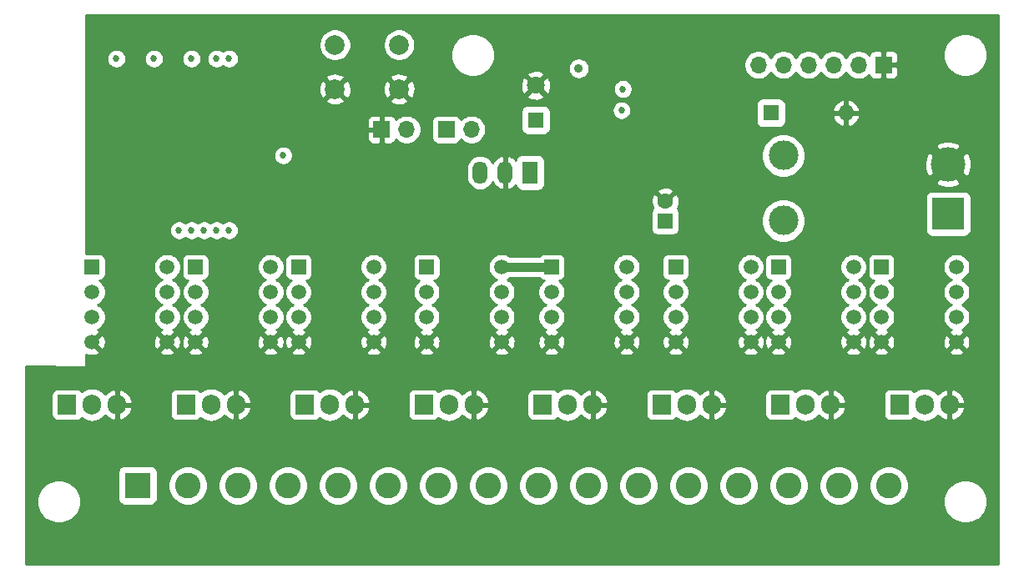
<source format=gbl>
G04 #@! TF.GenerationSoftware,KiCad,Pcbnew,(5.1.10)-1*
G04 #@! TF.CreationDate,2021-12-04T14:44:31-06:00*
G04 #@! TF.ProjectId,ESP32LedDriverV2,45535033-324c-4656-9444-726976657256,rev?*
G04 #@! TF.SameCoordinates,Original*
G04 #@! TF.FileFunction,Copper,L4,Bot*
G04 #@! TF.FilePolarity,Positive*
%FSLAX46Y46*%
G04 Gerber Fmt 4.6, Leading zero omitted, Abs format (unit mm)*
G04 Created by KiCad (PCBNEW (5.1.10)-1) date 2021-12-04 14:44:31*
%MOMM*%
%LPD*%
G01*
G04 APERTURE LIST*
G04 #@! TA.AperFunction,ComponentPad*
%ADD10O,1.700000X1.700000*%
G04 #@! TD*
G04 #@! TA.AperFunction,ComponentPad*
%ADD11R,1.700000X1.700000*%
G04 #@! TD*
G04 #@! TA.AperFunction,ComponentPad*
%ADD12O,1.600000X1.600000*%
G04 #@! TD*
G04 #@! TA.AperFunction,ComponentPad*
%ADD13R,1.600000X1.600000*%
G04 #@! TD*
G04 #@! TA.AperFunction,ComponentPad*
%ADD14C,1.498600*%
G04 #@! TD*
G04 #@! TA.AperFunction,ComponentPad*
%ADD15R,1.498600X1.498600*%
G04 #@! TD*
G04 #@! TA.AperFunction,ComponentPad*
%ADD16C,1.800000*%
G04 #@! TD*
G04 #@! TA.AperFunction,ComponentPad*
%ADD17O,1.500000X2.300000*%
G04 #@! TD*
G04 #@! TA.AperFunction,ComponentPad*
%ADD18R,1.500000X2.300000*%
G04 #@! TD*
G04 #@! TA.AperFunction,ComponentPad*
%ADD19C,2.000000*%
G04 #@! TD*
G04 #@! TA.AperFunction,ComponentPad*
%ADD20O,1.905000X2.000000*%
G04 #@! TD*
G04 #@! TA.AperFunction,ComponentPad*
%ADD21R,1.905000X2.000000*%
G04 #@! TD*
G04 #@! TA.AperFunction,ComponentPad*
%ADD22C,3.000000*%
G04 #@! TD*
G04 #@! TA.AperFunction,ComponentPad*
%ADD23C,2.600000*%
G04 #@! TD*
G04 #@! TA.AperFunction,ComponentPad*
%ADD24R,2.600000X2.600000*%
G04 #@! TD*
G04 #@! TA.AperFunction,ComponentPad*
%ADD25C,3.500000*%
G04 #@! TD*
G04 #@! TA.AperFunction,ComponentPad*
%ADD26R,3.200000X3.200000*%
G04 #@! TD*
G04 #@! TA.AperFunction,ComponentPad*
%ADD27C,1.600000*%
G04 #@! TD*
G04 #@! TA.AperFunction,ViaPad*
%ADD28C,0.685800*%
G04 #@! TD*
G04 #@! TA.AperFunction,ViaPad*
%ADD29C,0.889000*%
G04 #@! TD*
G04 #@! TA.AperFunction,Conductor*
%ADD30C,0.900000*%
G04 #@! TD*
G04 #@! TA.AperFunction,Conductor*
%ADD31C,0.254000*%
G04 #@! TD*
G04 #@! TA.AperFunction,Conductor*
%ADD32C,0.100000*%
G04 #@! TD*
G04 APERTURE END LIST*
D10*
G04 #@! TO.P,JP2,2*
G04 #@! TO.N,/ESP32/UART_VCC*
X89875800Y-74245400D03*
D11*
G04 #@! TO.P,JP2,1*
G04 #@! TO.N,+3V3*
X87335800Y-74245400D03*
G04 #@! TD*
D10*
G04 #@! TO.P,JP1,2*
G04 #@! TO.N,/ESP32/~FLASH*
X83297200Y-74245400D03*
D11*
G04 #@! TO.P,JP1,1*
G04 #@! TO.N,GND*
X80757200Y-74245400D03*
G04 #@! TD*
D10*
G04 #@! TO.P,J3,6*
G04 #@! TO.N,N/C*
X118984200Y-67692200D03*
G04 #@! TO.P,J3,5*
G04 #@! TO.N,/ESP32/UART_TX*
X121524200Y-67692200D03*
G04 #@! TO.P,J3,4*
G04 #@! TO.N,/ESP32/UART_RX*
X124064200Y-67692200D03*
G04 #@! TO.P,J3,3*
G04 #@! TO.N,/ESP32/UART_VCC*
X126604200Y-67692200D03*
G04 #@! TO.P,J3,2*
G04 #@! TO.N,N/C*
X129144200Y-67692200D03*
D11*
G04 #@! TO.P,J3,1*
G04 #@! TO.N,GND*
X131684200Y-67692200D03*
G04 #@! TD*
D12*
G04 #@! TO.P,D2,2*
G04 #@! TO.N,GND*
X127874200Y-72569000D03*
D13*
G04 #@! TO.P,D2,1*
G04 #@! TO.N,+24V_SW*
X120254200Y-72569000D03*
G04 #@! TD*
D14*
G04 #@! TO.P,U8,8*
G04 #@! TO.N,+5V*
X92949200Y-88209120D03*
G04 #@! TO.P,U8,7*
G04 #@! TO.N,Net-(JP6-Pad2)*
X92949200Y-90749120D03*
G04 #@! TO.P,U8,6*
G04 #@! TO.N,N/C*
X92949200Y-93289120D03*
G04 #@! TO.P,U8,5*
G04 #@! TO.N,GND*
X92949200Y-95829120D03*
G04 #@! TO.P,U8,4*
X85329200Y-95829120D03*
G04 #@! TO.P,U8,3*
G04 #@! TO.N,N/C*
X85329200Y-93289120D03*
G04 #@! TO.P,U8,2*
G04 #@! TO.N,/Z4*
X85329200Y-90749120D03*
D15*
G04 #@! TO.P,U8,1*
G04 #@! TO.N,+5V*
X85329200Y-88209120D03*
G04 #@! TD*
D16*
G04 #@! TO.P,C3,2*
G04 #@! TO.N,GND*
X96403160Y-69786620D03*
D13*
G04 #@! TO.P,C3,1*
G04 #@! TO.N,+24V*
X96403160Y-73286620D03*
G04 #@! TD*
D14*
G04 #@! TO.P,U12,8*
G04 #@! TO.N,+5V*
X139086200Y-88209120D03*
G04 #@! TO.P,U12,7*
G04 #@! TO.N,Net-(JP10-Pad2)*
X139086200Y-90749120D03*
G04 #@! TO.P,U12,6*
G04 #@! TO.N,N/C*
X139086200Y-93289120D03*
G04 #@! TO.P,U12,5*
G04 #@! TO.N,GND*
X139086200Y-95829120D03*
G04 #@! TO.P,U12,4*
X131466200Y-95829120D03*
G04 #@! TO.P,U12,3*
G04 #@! TO.N,N/C*
X131466200Y-93289120D03*
G04 #@! TO.P,U12,2*
G04 #@! TO.N,/Z8*
X131466200Y-90749120D03*
D15*
G04 #@! TO.P,U12,1*
G04 #@! TO.N,+5V*
X131466200Y-88209120D03*
G04 #@! TD*
D14*
G04 #@! TO.P,U11,8*
G04 #@! TO.N,+5V*
X128631600Y-88209120D03*
G04 #@! TO.P,U11,7*
G04 #@! TO.N,Net-(JP9-Pad2)*
X128631600Y-90749120D03*
G04 #@! TO.P,U11,6*
G04 #@! TO.N,N/C*
X128631600Y-93289120D03*
G04 #@! TO.P,U11,5*
G04 #@! TO.N,GND*
X128631600Y-95829120D03*
G04 #@! TO.P,U11,4*
X121011600Y-95829120D03*
G04 #@! TO.P,U11,3*
G04 #@! TO.N,N/C*
X121011600Y-93289120D03*
G04 #@! TO.P,U11,2*
G04 #@! TO.N,/Z7*
X121011600Y-90749120D03*
D15*
G04 #@! TO.P,U11,1*
G04 #@! TO.N,+5V*
X121011600Y-88209120D03*
G04 #@! TD*
D14*
G04 #@! TO.P,U10,8*
G04 #@! TO.N,+5V*
X118222200Y-88209120D03*
G04 #@! TO.P,U10,7*
G04 #@! TO.N,Net-(JP8-Pad2)*
X118222200Y-90749120D03*
G04 #@! TO.P,U10,6*
G04 #@! TO.N,N/C*
X118222200Y-93289120D03*
G04 #@! TO.P,U10,5*
G04 #@! TO.N,GND*
X118222200Y-95829120D03*
G04 #@! TO.P,U10,4*
X110602200Y-95829120D03*
G04 #@! TO.P,U10,3*
G04 #@! TO.N,N/C*
X110602200Y-93289120D03*
G04 #@! TO.P,U10,2*
G04 #@! TO.N,/Z6*
X110602200Y-90749120D03*
D15*
G04 #@! TO.P,U10,1*
G04 #@! TO.N,+5V*
X110602200Y-88209120D03*
G04 #@! TD*
D14*
G04 #@! TO.P,U9,8*
G04 #@! TO.N,+5V*
X105623800Y-88209120D03*
G04 #@! TO.P,U9,7*
G04 #@! TO.N,Net-(JP7-Pad2)*
X105623800Y-90749120D03*
G04 #@! TO.P,U9,6*
G04 #@! TO.N,N/C*
X105623800Y-93289120D03*
G04 #@! TO.P,U9,5*
G04 #@! TO.N,GND*
X105623800Y-95829120D03*
G04 #@! TO.P,U9,4*
X98003800Y-95829120D03*
G04 #@! TO.P,U9,3*
G04 #@! TO.N,N/C*
X98003800Y-93289120D03*
G04 #@! TO.P,U9,2*
G04 #@! TO.N,/Z5*
X98003800Y-90749120D03*
D15*
G04 #@! TO.P,U9,1*
G04 #@! TO.N,+5V*
X98003800Y-88209120D03*
G04 #@! TD*
D14*
G04 #@! TO.P,U7,8*
G04 #@! TO.N,+5V*
X79956660Y-88209120D03*
G04 #@! TO.P,U7,7*
G04 #@! TO.N,Net-(JP5-Pad2)*
X79956660Y-90749120D03*
G04 #@! TO.P,U7,6*
G04 #@! TO.N,N/C*
X79956660Y-93289120D03*
G04 #@! TO.P,U7,5*
G04 #@! TO.N,GND*
X79956660Y-95829120D03*
G04 #@! TO.P,U7,4*
X72336660Y-95829120D03*
G04 #@! TO.P,U7,3*
G04 #@! TO.N,N/C*
X72336660Y-93289120D03*
G04 #@! TO.P,U7,2*
G04 #@! TO.N,/Z3*
X72336660Y-90749120D03*
D15*
G04 #@! TO.P,U7,1*
G04 #@! TO.N,+5V*
X72336660Y-88209120D03*
G04 #@! TD*
D14*
G04 #@! TO.P,U6,8*
G04 #@! TO.N,+5V*
X69505000Y-88209120D03*
G04 #@! TO.P,U6,7*
G04 #@! TO.N,Net-(JP4-Pad2)*
X69505000Y-90749120D03*
G04 #@! TO.P,U6,6*
G04 #@! TO.N,N/C*
X69505000Y-93289120D03*
G04 #@! TO.P,U6,5*
G04 #@! TO.N,GND*
X69505000Y-95829120D03*
G04 #@! TO.P,U6,4*
X61885000Y-95829120D03*
G04 #@! TO.P,U6,3*
G04 #@! TO.N,N/C*
X61885000Y-93289120D03*
G04 #@! TO.P,U6,2*
G04 #@! TO.N,/Z2*
X61885000Y-90749120D03*
D15*
G04 #@! TO.P,U6,1*
G04 #@! TO.N,+5V*
X61885000Y-88209120D03*
G04 #@! TD*
D14*
G04 #@! TO.P,U5,8*
G04 #@! TO.N,+5V*
X59001660Y-88209120D03*
G04 #@! TO.P,U5,7*
G04 #@! TO.N,Net-(JP3-Pad2)*
X59001660Y-90749120D03*
G04 #@! TO.P,U5,6*
G04 #@! TO.N,N/C*
X59001660Y-93289120D03*
G04 #@! TO.P,U5,5*
G04 #@! TO.N,GND*
X59001660Y-95829120D03*
G04 #@! TO.P,U5,4*
X51381660Y-95829120D03*
G04 #@! TO.P,U5,3*
G04 #@! TO.N,N/C*
X51381660Y-93289120D03*
G04 #@! TO.P,U5,2*
G04 #@! TO.N,/Z1*
X51381660Y-90749120D03*
D15*
G04 #@! TO.P,U5,1*
G04 #@! TO.N,+5V*
X51381660Y-88209120D03*
G04 #@! TD*
D17*
G04 #@! TO.P,U2,3*
G04 #@! TO.N,+5V*
X90751660Y-78620620D03*
G04 #@! TO.P,U2,2*
G04 #@! TO.N,GND*
X93291660Y-78620620D03*
D18*
G04 #@! TO.P,U2,1*
G04 #@! TO.N,+24V*
X95831660Y-78620620D03*
G04 #@! TD*
D19*
G04 #@! TO.P,SW1,1*
G04 #@! TO.N,GND*
X76035200Y-70156000D03*
G04 #@! TO.P,SW1,2*
G04 #@! TO.N,/ESP32/~RESET*
X76035200Y-65656000D03*
G04 #@! TO.P,SW1,1*
G04 #@! TO.N,GND*
X82535200Y-70156000D03*
G04 #@! TO.P,SW1,2*
G04 #@! TO.N,/ESP32/~RESET*
X82535200Y-65656000D03*
G04 #@! TD*
D20*
G04 #@! TO.P,Q10,3*
G04 #@! TO.N,GND*
X138376660Y-102179120D03*
G04 #@! TO.P,Q10,2*
G04 #@! TO.N,/Z8-*
X135836660Y-102179120D03*
D21*
G04 #@! TO.P,Q10,1*
G04 #@! TO.N,Net-(JP10-Pad2)*
X133296660Y-102179120D03*
G04 #@! TD*
D20*
G04 #@! TO.P,Q9,3*
G04 #@! TO.N,GND*
X126311660Y-102179120D03*
G04 #@! TO.P,Q9,2*
G04 #@! TO.N,/Z7-*
X123771660Y-102179120D03*
D21*
G04 #@! TO.P,Q9,1*
G04 #@! TO.N,Net-(JP9-Pad2)*
X121231660Y-102179120D03*
G04 #@! TD*
D20*
G04 #@! TO.P,Q8,3*
G04 #@! TO.N,GND*
X114246660Y-102179120D03*
G04 #@! TO.P,Q8,2*
G04 #@! TO.N,/Z6-*
X111706660Y-102179120D03*
D21*
G04 #@! TO.P,Q8,1*
G04 #@! TO.N,Net-(JP8-Pad2)*
X109166660Y-102179120D03*
G04 #@! TD*
D20*
G04 #@! TO.P,Q7,3*
G04 #@! TO.N,GND*
X102181660Y-102179120D03*
G04 #@! TO.P,Q7,2*
G04 #@! TO.N,/Z5-*
X99641660Y-102179120D03*
D21*
G04 #@! TO.P,Q7,1*
G04 #@! TO.N,Net-(JP7-Pad2)*
X97101660Y-102179120D03*
G04 #@! TD*
D20*
G04 #@! TO.P,Q6,3*
G04 #@! TO.N,GND*
X90116660Y-102179120D03*
G04 #@! TO.P,Q6,2*
G04 #@! TO.N,/Z4-*
X87576660Y-102179120D03*
D21*
G04 #@! TO.P,Q6,1*
G04 #@! TO.N,Net-(JP6-Pad2)*
X85036660Y-102179120D03*
G04 #@! TD*
D20*
G04 #@! TO.P,Q5,3*
G04 #@! TO.N,GND*
X78051660Y-102179120D03*
G04 #@! TO.P,Q5,2*
G04 #@! TO.N,/Z3-*
X75511660Y-102179120D03*
D21*
G04 #@! TO.P,Q5,1*
G04 #@! TO.N,Net-(JP5-Pad2)*
X72971660Y-102179120D03*
G04 #@! TD*
D20*
G04 #@! TO.P,Q4,3*
G04 #@! TO.N,GND*
X65986660Y-102179120D03*
G04 #@! TO.P,Q4,2*
G04 #@! TO.N,/Z2-*
X63446660Y-102179120D03*
D21*
G04 #@! TO.P,Q4,1*
G04 #@! TO.N,Net-(JP4-Pad2)*
X60906660Y-102179120D03*
G04 #@! TD*
D20*
G04 #@! TO.P,Q3,3*
G04 #@! TO.N,GND*
X53921660Y-102179120D03*
G04 #@! TO.P,Q3,2*
G04 #@! TO.N,/Z1-*
X51381660Y-102179120D03*
D21*
G04 #@! TO.P,Q3,1*
G04 #@! TO.N,Net-(JP3-Pad2)*
X48841660Y-102179120D03*
G04 #@! TD*
D22*
G04 #@! TO.P,L1,2*
G04 #@! TO.N,+24V_IN*
X121524200Y-83487000D03*
G04 #@! TO.P,L1,1*
G04 #@! TO.N,+24V_SW*
X121524200Y-76887000D03*
G04 #@! TD*
D23*
G04 #@! TO.P,J2,16*
G04 #@! TO.N,/Z8-*
X132217160Y-110370620D03*
G04 #@! TO.P,J2,15*
G04 #@! TO.N,+24V*
X127137160Y-110370620D03*
G04 #@! TO.P,J2,14*
G04 #@! TO.N,/Z7-*
X122057160Y-110370620D03*
G04 #@! TO.P,J2,13*
G04 #@! TO.N,+24V*
X116977160Y-110370620D03*
G04 #@! TO.P,J2,12*
G04 #@! TO.N,/Z6-*
X111897160Y-110370620D03*
G04 #@! TO.P,J2,11*
G04 #@! TO.N,+24V*
X106817160Y-110370620D03*
G04 #@! TO.P,J2,10*
G04 #@! TO.N,/Z5-*
X101737160Y-110370620D03*
G04 #@! TO.P,J2,9*
G04 #@! TO.N,+24V*
X96657160Y-110370620D03*
G04 #@! TO.P,J2,8*
G04 #@! TO.N,/Z4-*
X91577160Y-110370620D03*
G04 #@! TO.P,J2,7*
G04 #@! TO.N,+24V*
X86497160Y-110370620D03*
G04 #@! TO.P,J2,6*
G04 #@! TO.N,/Z3-*
X81417160Y-110370620D03*
G04 #@! TO.P,J2,5*
G04 #@! TO.N,+24V*
X76337160Y-110370620D03*
G04 #@! TO.P,J2,4*
G04 #@! TO.N,/Z2-*
X71257160Y-110370620D03*
G04 #@! TO.P,J2,3*
G04 #@! TO.N,+24V*
X66177160Y-110370620D03*
G04 #@! TO.P,J2,2*
G04 #@! TO.N,/Z1-*
X61097160Y-110370620D03*
D24*
G04 #@! TO.P,J2,1*
G04 #@! TO.N,+24V*
X56017160Y-110370620D03*
G04 #@! TD*
D25*
G04 #@! TO.P,J1,2*
G04 #@! TO.N,GND*
X138249660Y-77811620D03*
D26*
G04 #@! TO.P,J1,1*
G04 #@! TO.N,+24V_SW*
X138249660Y-82811620D03*
G04 #@! TD*
D27*
G04 #@! TO.P,C1,2*
G04 #@! TO.N,GND*
X109535400Y-81541800D03*
D13*
G04 #@! TO.P,C1,1*
G04 #@! TO.N,+24V_IN*
X109535400Y-83541800D03*
G04 #@! TD*
D28*
G04 #@! TO.N,GND*
X60310200Y-76379000D03*
X57262200Y-76379000D03*
X60310200Y-73331000D03*
X57262200Y-73331000D03*
D29*
X51318160Y-80525620D03*
X67066160Y-79509620D03*
X51318160Y-67063620D03*
X51511160Y-86428620D03*
D28*
X58557160Y-84970620D03*
D29*
X71486200Y-68759000D03*
D28*
X57201820Y-74794620D03*
X58818160Y-76410960D03*
X60370580Y-74794620D03*
X58818160Y-73299040D03*
X58818160Y-74823040D03*
X107985560Y-76608040D03*
X100442200Y-74855000D03*
D29*
X81839200Y-78731000D03*
X81900200Y-82221000D03*
X108062200Y-92279400D03*
X78344200Y-74982000D03*
D28*
X70876200Y-83593000D03*
X80122200Y-85777000D03*
D29*
X82408200Y-92889000D03*
D28*
G04 #@! TO.N,/ESP32/~RESET*
X70787700Y-76887000D03*
G04 #@! TO.N,SDA*
X57668160Y-67063620D03*
X105242360Y-70137020D03*
G04 #@! TO.N,SCL*
X53858160Y-67063620D03*
X105115360Y-72296020D03*
G04 #@! TO.N,/Z1*
X60208160Y-84482040D03*
G04 #@! TO.N,/Z2*
X61478160Y-84482040D03*
G04 #@! TO.N,/Z3*
X62748160Y-84482040D03*
G04 #@! TO.N,/Z4*
X64018160Y-84482040D03*
G04 #@! TO.N,/Z5*
X65288160Y-84482040D03*
G04 #@! TO.N,/Z6*
X61478160Y-67063620D03*
G04 #@! TO.N,/Z7*
X64018160Y-67063620D03*
G04 #@! TO.N,/Z8*
X65288160Y-67063620D03*
D29*
G04 #@! TO.N,/ESP32/UART_VCC*
X100761600Y-68058600D03*
G04 #@! TD*
D30*
G04 #@! TO.N,+5V*
X92949200Y-88209120D02*
X97959280Y-88209120D01*
G04 #@! TD*
D31*
G04 #@! TO.N,GND*
X143345951Y-118345950D02*
X44654050Y-118345950D01*
X44654050Y-111779872D01*
X45765000Y-111779872D01*
X45765000Y-112220128D01*
X45850890Y-112651925D01*
X46019369Y-113058669D01*
X46263962Y-113424729D01*
X46575271Y-113736038D01*
X46941331Y-113980631D01*
X47348075Y-114149110D01*
X47779872Y-114235000D01*
X48220128Y-114235000D01*
X48651925Y-114149110D01*
X49058669Y-113980631D01*
X49424729Y-113736038D01*
X49736038Y-113424729D01*
X49980631Y-113058669D01*
X50149110Y-112651925D01*
X50235000Y-112220128D01*
X50235000Y-111779872D01*
X50149110Y-111348075D01*
X49980631Y-110941331D01*
X49736038Y-110575271D01*
X49424729Y-110263962D01*
X49058669Y-110019369D01*
X48651925Y-109850890D01*
X48220128Y-109765000D01*
X47779872Y-109765000D01*
X47348075Y-109850890D01*
X46941331Y-110019369D01*
X46575271Y-110263962D01*
X46263962Y-110575271D01*
X46019369Y-110941331D01*
X45850890Y-111348075D01*
X45765000Y-111779872D01*
X44654050Y-111779872D01*
X44654050Y-109070620D01*
X53986643Y-109070620D01*
X53986643Y-111670620D01*
X54000680Y-111813137D01*
X54042250Y-111950177D01*
X54109757Y-112076473D01*
X54200606Y-112187174D01*
X54311307Y-112278023D01*
X54437603Y-112345530D01*
X54574643Y-112387100D01*
X54717160Y-112401137D01*
X57317160Y-112401137D01*
X57459677Y-112387100D01*
X57596717Y-112345530D01*
X57723013Y-112278023D01*
X57833714Y-112187174D01*
X57924563Y-112076473D01*
X57992070Y-111950177D01*
X58033640Y-111813137D01*
X58047677Y-111670620D01*
X58047677Y-110170978D01*
X59070160Y-110170978D01*
X59070160Y-110570262D01*
X59148056Y-110961874D01*
X59300856Y-111330765D01*
X59522686Y-111662757D01*
X59805023Y-111945094D01*
X60137015Y-112166924D01*
X60505906Y-112319724D01*
X60897518Y-112397620D01*
X61296802Y-112397620D01*
X61688414Y-112319724D01*
X62057305Y-112166924D01*
X62389297Y-111945094D01*
X62671634Y-111662757D01*
X62893464Y-111330765D01*
X63046264Y-110961874D01*
X63124160Y-110570262D01*
X63124160Y-110170978D01*
X64150160Y-110170978D01*
X64150160Y-110570262D01*
X64228056Y-110961874D01*
X64380856Y-111330765D01*
X64602686Y-111662757D01*
X64885023Y-111945094D01*
X65217015Y-112166924D01*
X65585906Y-112319724D01*
X65977518Y-112397620D01*
X66376802Y-112397620D01*
X66768414Y-112319724D01*
X67137305Y-112166924D01*
X67469297Y-111945094D01*
X67751634Y-111662757D01*
X67973464Y-111330765D01*
X68126264Y-110961874D01*
X68204160Y-110570262D01*
X68204160Y-110170978D01*
X69230160Y-110170978D01*
X69230160Y-110570262D01*
X69308056Y-110961874D01*
X69460856Y-111330765D01*
X69682686Y-111662757D01*
X69965023Y-111945094D01*
X70297015Y-112166924D01*
X70665906Y-112319724D01*
X71057518Y-112397620D01*
X71456802Y-112397620D01*
X71848414Y-112319724D01*
X72217305Y-112166924D01*
X72549297Y-111945094D01*
X72831634Y-111662757D01*
X73053464Y-111330765D01*
X73206264Y-110961874D01*
X73284160Y-110570262D01*
X73284160Y-110170978D01*
X74310160Y-110170978D01*
X74310160Y-110570262D01*
X74388056Y-110961874D01*
X74540856Y-111330765D01*
X74762686Y-111662757D01*
X75045023Y-111945094D01*
X75377015Y-112166924D01*
X75745906Y-112319724D01*
X76137518Y-112397620D01*
X76536802Y-112397620D01*
X76928414Y-112319724D01*
X77297305Y-112166924D01*
X77629297Y-111945094D01*
X77911634Y-111662757D01*
X78133464Y-111330765D01*
X78286264Y-110961874D01*
X78364160Y-110570262D01*
X78364160Y-110170978D01*
X79390160Y-110170978D01*
X79390160Y-110570262D01*
X79468056Y-110961874D01*
X79620856Y-111330765D01*
X79842686Y-111662757D01*
X80125023Y-111945094D01*
X80457015Y-112166924D01*
X80825906Y-112319724D01*
X81217518Y-112397620D01*
X81616802Y-112397620D01*
X82008414Y-112319724D01*
X82377305Y-112166924D01*
X82709297Y-111945094D01*
X82991634Y-111662757D01*
X83213464Y-111330765D01*
X83366264Y-110961874D01*
X83444160Y-110570262D01*
X83444160Y-110170978D01*
X84470160Y-110170978D01*
X84470160Y-110570262D01*
X84548056Y-110961874D01*
X84700856Y-111330765D01*
X84922686Y-111662757D01*
X85205023Y-111945094D01*
X85537015Y-112166924D01*
X85905906Y-112319724D01*
X86297518Y-112397620D01*
X86696802Y-112397620D01*
X87088414Y-112319724D01*
X87457305Y-112166924D01*
X87789297Y-111945094D01*
X88071634Y-111662757D01*
X88293464Y-111330765D01*
X88446264Y-110961874D01*
X88524160Y-110570262D01*
X88524160Y-110170978D01*
X89550160Y-110170978D01*
X89550160Y-110570262D01*
X89628056Y-110961874D01*
X89780856Y-111330765D01*
X90002686Y-111662757D01*
X90285023Y-111945094D01*
X90617015Y-112166924D01*
X90985906Y-112319724D01*
X91377518Y-112397620D01*
X91776802Y-112397620D01*
X92168414Y-112319724D01*
X92537305Y-112166924D01*
X92869297Y-111945094D01*
X93151634Y-111662757D01*
X93373464Y-111330765D01*
X93526264Y-110961874D01*
X93604160Y-110570262D01*
X93604160Y-110170978D01*
X94630160Y-110170978D01*
X94630160Y-110570262D01*
X94708056Y-110961874D01*
X94860856Y-111330765D01*
X95082686Y-111662757D01*
X95365023Y-111945094D01*
X95697015Y-112166924D01*
X96065906Y-112319724D01*
X96457518Y-112397620D01*
X96856802Y-112397620D01*
X97248414Y-112319724D01*
X97617305Y-112166924D01*
X97949297Y-111945094D01*
X98231634Y-111662757D01*
X98453464Y-111330765D01*
X98606264Y-110961874D01*
X98684160Y-110570262D01*
X98684160Y-110170978D01*
X99710160Y-110170978D01*
X99710160Y-110570262D01*
X99788056Y-110961874D01*
X99940856Y-111330765D01*
X100162686Y-111662757D01*
X100445023Y-111945094D01*
X100777015Y-112166924D01*
X101145906Y-112319724D01*
X101537518Y-112397620D01*
X101936802Y-112397620D01*
X102328414Y-112319724D01*
X102697305Y-112166924D01*
X103029297Y-111945094D01*
X103311634Y-111662757D01*
X103533464Y-111330765D01*
X103686264Y-110961874D01*
X103764160Y-110570262D01*
X103764160Y-110170978D01*
X104790160Y-110170978D01*
X104790160Y-110570262D01*
X104868056Y-110961874D01*
X105020856Y-111330765D01*
X105242686Y-111662757D01*
X105525023Y-111945094D01*
X105857015Y-112166924D01*
X106225906Y-112319724D01*
X106617518Y-112397620D01*
X107016802Y-112397620D01*
X107408414Y-112319724D01*
X107777305Y-112166924D01*
X108109297Y-111945094D01*
X108391634Y-111662757D01*
X108613464Y-111330765D01*
X108766264Y-110961874D01*
X108844160Y-110570262D01*
X108844160Y-110170978D01*
X109870160Y-110170978D01*
X109870160Y-110570262D01*
X109948056Y-110961874D01*
X110100856Y-111330765D01*
X110322686Y-111662757D01*
X110605023Y-111945094D01*
X110937015Y-112166924D01*
X111305906Y-112319724D01*
X111697518Y-112397620D01*
X112096802Y-112397620D01*
X112488414Y-112319724D01*
X112857305Y-112166924D01*
X113189297Y-111945094D01*
X113471634Y-111662757D01*
X113693464Y-111330765D01*
X113846264Y-110961874D01*
X113924160Y-110570262D01*
X113924160Y-110170978D01*
X114950160Y-110170978D01*
X114950160Y-110570262D01*
X115028056Y-110961874D01*
X115180856Y-111330765D01*
X115402686Y-111662757D01*
X115685023Y-111945094D01*
X116017015Y-112166924D01*
X116385906Y-112319724D01*
X116777518Y-112397620D01*
X117176802Y-112397620D01*
X117568414Y-112319724D01*
X117937305Y-112166924D01*
X118269297Y-111945094D01*
X118551634Y-111662757D01*
X118773464Y-111330765D01*
X118926264Y-110961874D01*
X119004160Y-110570262D01*
X119004160Y-110170978D01*
X120030160Y-110170978D01*
X120030160Y-110570262D01*
X120108056Y-110961874D01*
X120260856Y-111330765D01*
X120482686Y-111662757D01*
X120765023Y-111945094D01*
X121097015Y-112166924D01*
X121465906Y-112319724D01*
X121857518Y-112397620D01*
X122256802Y-112397620D01*
X122648414Y-112319724D01*
X123017305Y-112166924D01*
X123349297Y-111945094D01*
X123631634Y-111662757D01*
X123853464Y-111330765D01*
X124006264Y-110961874D01*
X124084160Y-110570262D01*
X124084160Y-110170978D01*
X125110160Y-110170978D01*
X125110160Y-110570262D01*
X125188056Y-110961874D01*
X125340856Y-111330765D01*
X125562686Y-111662757D01*
X125845023Y-111945094D01*
X126177015Y-112166924D01*
X126545906Y-112319724D01*
X126937518Y-112397620D01*
X127336802Y-112397620D01*
X127728414Y-112319724D01*
X128097305Y-112166924D01*
X128429297Y-111945094D01*
X128711634Y-111662757D01*
X128933464Y-111330765D01*
X129086264Y-110961874D01*
X129164160Y-110570262D01*
X129164160Y-110170978D01*
X130190160Y-110170978D01*
X130190160Y-110570262D01*
X130268056Y-110961874D01*
X130420856Y-111330765D01*
X130642686Y-111662757D01*
X130925023Y-111945094D01*
X131257015Y-112166924D01*
X131625906Y-112319724D01*
X132017518Y-112397620D01*
X132416802Y-112397620D01*
X132808414Y-112319724D01*
X133177305Y-112166924D01*
X133509297Y-111945094D01*
X133674519Y-111779872D01*
X137765000Y-111779872D01*
X137765000Y-112220128D01*
X137850890Y-112651925D01*
X138019369Y-113058669D01*
X138263962Y-113424729D01*
X138575271Y-113736038D01*
X138941331Y-113980631D01*
X139348075Y-114149110D01*
X139779872Y-114235000D01*
X140220128Y-114235000D01*
X140651925Y-114149110D01*
X141058669Y-113980631D01*
X141424729Y-113736038D01*
X141736038Y-113424729D01*
X141980631Y-113058669D01*
X142149110Y-112651925D01*
X142235000Y-112220128D01*
X142235000Y-111779872D01*
X142149110Y-111348075D01*
X141980631Y-110941331D01*
X141736038Y-110575271D01*
X141424729Y-110263962D01*
X141058669Y-110019369D01*
X140651925Y-109850890D01*
X140220128Y-109765000D01*
X139779872Y-109765000D01*
X139348075Y-109850890D01*
X138941331Y-110019369D01*
X138575271Y-110263962D01*
X138263962Y-110575271D01*
X138019369Y-110941331D01*
X137850890Y-111348075D01*
X137765000Y-111779872D01*
X133674519Y-111779872D01*
X133791634Y-111662757D01*
X134013464Y-111330765D01*
X134166264Y-110961874D01*
X134244160Y-110570262D01*
X134244160Y-110170978D01*
X134166264Y-109779366D01*
X134013464Y-109410475D01*
X133791634Y-109078483D01*
X133509297Y-108796146D01*
X133177305Y-108574316D01*
X132808414Y-108421516D01*
X132416802Y-108343620D01*
X132017518Y-108343620D01*
X131625906Y-108421516D01*
X131257015Y-108574316D01*
X130925023Y-108796146D01*
X130642686Y-109078483D01*
X130420856Y-109410475D01*
X130268056Y-109779366D01*
X130190160Y-110170978D01*
X129164160Y-110170978D01*
X129086264Y-109779366D01*
X128933464Y-109410475D01*
X128711634Y-109078483D01*
X128429297Y-108796146D01*
X128097305Y-108574316D01*
X127728414Y-108421516D01*
X127336802Y-108343620D01*
X126937518Y-108343620D01*
X126545906Y-108421516D01*
X126177015Y-108574316D01*
X125845023Y-108796146D01*
X125562686Y-109078483D01*
X125340856Y-109410475D01*
X125188056Y-109779366D01*
X125110160Y-110170978D01*
X124084160Y-110170978D01*
X124006264Y-109779366D01*
X123853464Y-109410475D01*
X123631634Y-109078483D01*
X123349297Y-108796146D01*
X123017305Y-108574316D01*
X122648414Y-108421516D01*
X122256802Y-108343620D01*
X121857518Y-108343620D01*
X121465906Y-108421516D01*
X121097015Y-108574316D01*
X120765023Y-108796146D01*
X120482686Y-109078483D01*
X120260856Y-109410475D01*
X120108056Y-109779366D01*
X120030160Y-110170978D01*
X119004160Y-110170978D01*
X118926264Y-109779366D01*
X118773464Y-109410475D01*
X118551634Y-109078483D01*
X118269297Y-108796146D01*
X117937305Y-108574316D01*
X117568414Y-108421516D01*
X117176802Y-108343620D01*
X116777518Y-108343620D01*
X116385906Y-108421516D01*
X116017015Y-108574316D01*
X115685023Y-108796146D01*
X115402686Y-109078483D01*
X115180856Y-109410475D01*
X115028056Y-109779366D01*
X114950160Y-110170978D01*
X113924160Y-110170978D01*
X113846264Y-109779366D01*
X113693464Y-109410475D01*
X113471634Y-109078483D01*
X113189297Y-108796146D01*
X112857305Y-108574316D01*
X112488414Y-108421516D01*
X112096802Y-108343620D01*
X111697518Y-108343620D01*
X111305906Y-108421516D01*
X110937015Y-108574316D01*
X110605023Y-108796146D01*
X110322686Y-109078483D01*
X110100856Y-109410475D01*
X109948056Y-109779366D01*
X109870160Y-110170978D01*
X108844160Y-110170978D01*
X108766264Y-109779366D01*
X108613464Y-109410475D01*
X108391634Y-109078483D01*
X108109297Y-108796146D01*
X107777305Y-108574316D01*
X107408414Y-108421516D01*
X107016802Y-108343620D01*
X106617518Y-108343620D01*
X106225906Y-108421516D01*
X105857015Y-108574316D01*
X105525023Y-108796146D01*
X105242686Y-109078483D01*
X105020856Y-109410475D01*
X104868056Y-109779366D01*
X104790160Y-110170978D01*
X103764160Y-110170978D01*
X103686264Y-109779366D01*
X103533464Y-109410475D01*
X103311634Y-109078483D01*
X103029297Y-108796146D01*
X102697305Y-108574316D01*
X102328414Y-108421516D01*
X101936802Y-108343620D01*
X101537518Y-108343620D01*
X101145906Y-108421516D01*
X100777015Y-108574316D01*
X100445023Y-108796146D01*
X100162686Y-109078483D01*
X99940856Y-109410475D01*
X99788056Y-109779366D01*
X99710160Y-110170978D01*
X98684160Y-110170978D01*
X98606264Y-109779366D01*
X98453464Y-109410475D01*
X98231634Y-109078483D01*
X97949297Y-108796146D01*
X97617305Y-108574316D01*
X97248414Y-108421516D01*
X96856802Y-108343620D01*
X96457518Y-108343620D01*
X96065906Y-108421516D01*
X95697015Y-108574316D01*
X95365023Y-108796146D01*
X95082686Y-109078483D01*
X94860856Y-109410475D01*
X94708056Y-109779366D01*
X94630160Y-110170978D01*
X93604160Y-110170978D01*
X93526264Y-109779366D01*
X93373464Y-109410475D01*
X93151634Y-109078483D01*
X92869297Y-108796146D01*
X92537305Y-108574316D01*
X92168414Y-108421516D01*
X91776802Y-108343620D01*
X91377518Y-108343620D01*
X90985906Y-108421516D01*
X90617015Y-108574316D01*
X90285023Y-108796146D01*
X90002686Y-109078483D01*
X89780856Y-109410475D01*
X89628056Y-109779366D01*
X89550160Y-110170978D01*
X88524160Y-110170978D01*
X88446264Y-109779366D01*
X88293464Y-109410475D01*
X88071634Y-109078483D01*
X87789297Y-108796146D01*
X87457305Y-108574316D01*
X87088414Y-108421516D01*
X86696802Y-108343620D01*
X86297518Y-108343620D01*
X85905906Y-108421516D01*
X85537015Y-108574316D01*
X85205023Y-108796146D01*
X84922686Y-109078483D01*
X84700856Y-109410475D01*
X84548056Y-109779366D01*
X84470160Y-110170978D01*
X83444160Y-110170978D01*
X83366264Y-109779366D01*
X83213464Y-109410475D01*
X82991634Y-109078483D01*
X82709297Y-108796146D01*
X82377305Y-108574316D01*
X82008414Y-108421516D01*
X81616802Y-108343620D01*
X81217518Y-108343620D01*
X80825906Y-108421516D01*
X80457015Y-108574316D01*
X80125023Y-108796146D01*
X79842686Y-109078483D01*
X79620856Y-109410475D01*
X79468056Y-109779366D01*
X79390160Y-110170978D01*
X78364160Y-110170978D01*
X78286264Y-109779366D01*
X78133464Y-109410475D01*
X77911634Y-109078483D01*
X77629297Y-108796146D01*
X77297305Y-108574316D01*
X76928414Y-108421516D01*
X76536802Y-108343620D01*
X76137518Y-108343620D01*
X75745906Y-108421516D01*
X75377015Y-108574316D01*
X75045023Y-108796146D01*
X74762686Y-109078483D01*
X74540856Y-109410475D01*
X74388056Y-109779366D01*
X74310160Y-110170978D01*
X73284160Y-110170978D01*
X73206264Y-109779366D01*
X73053464Y-109410475D01*
X72831634Y-109078483D01*
X72549297Y-108796146D01*
X72217305Y-108574316D01*
X71848414Y-108421516D01*
X71456802Y-108343620D01*
X71057518Y-108343620D01*
X70665906Y-108421516D01*
X70297015Y-108574316D01*
X69965023Y-108796146D01*
X69682686Y-109078483D01*
X69460856Y-109410475D01*
X69308056Y-109779366D01*
X69230160Y-110170978D01*
X68204160Y-110170978D01*
X68126264Y-109779366D01*
X67973464Y-109410475D01*
X67751634Y-109078483D01*
X67469297Y-108796146D01*
X67137305Y-108574316D01*
X66768414Y-108421516D01*
X66376802Y-108343620D01*
X65977518Y-108343620D01*
X65585906Y-108421516D01*
X65217015Y-108574316D01*
X64885023Y-108796146D01*
X64602686Y-109078483D01*
X64380856Y-109410475D01*
X64228056Y-109779366D01*
X64150160Y-110170978D01*
X63124160Y-110170978D01*
X63046264Y-109779366D01*
X62893464Y-109410475D01*
X62671634Y-109078483D01*
X62389297Y-108796146D01*
X62057305Y-108574316D01*
X61688414Y-108421516D01*
X61296802Y-108343620D01*
X60897518Y-108343620D01*
X60505906Y-108421516D01*
X60137015Y-108574316D01*
X59805023Y-108796146D01*
X59522686Y-109078483D01*
X59300856Y-109410475D01*
X59148056Y-109779366D01*
X59070160Y-110170978D01*
X58047677Y-110170978D01*
X58047677Y-109070620D01*
X58033640Y-108928103D01*
X57992070Y-108791063D01*
X57924563Y-108664767D01*
X57833714Y-108554066D01*
X57723013Y-108463217D01*
X57596717Y-108395710D01*
X57459677Y-108354140D01*
X57317160Y-108340103D01*
X54717160Y-108340103D01*
X54574643Y-108354140D01*
X54437603Y-108395710D01*
X54311307Y-108463217D01*
X54200606Y-108554066D01*
X54109757Y-108664767D01*
X54042250Y-108791063D01*
X54000680Y-108928103D01*
X53986643Y-109070620D01*
X44654050Y-109070620D01*
X44654050Y-101179120D01*
X47251088Y-101179120D01*
X47251088Y-103179120D01*
X47263348Y-103303602D01*
X47299658Y-103423300D01*
X47358623Y-103533614D01*
X47437975Y-103630305D01*
X47534666Y-103709657D01*
X47644980Y-103768622D01*
X47764678Y-103804932D01*
X47889160Y-103817192D01*
X49794160Y-103817192D01*
X49918642Y-103804932D01*
X50038340Y-103768622D01*
X50148654Y-103709657D01*
X50245345Y-103630305D01*
X50324697Y-103533614D01*
X50325346Y-103532400D01*
X50444066Y-103629830D01*
X50735834Y-103785783D01*
X51052422Y-103881819D01*
X51381660Y-103914246D01*
X51710899Y-103881819D01*
X52027487Y-103785783D01*
X52319255Y-103629830D01*
X52574992Y-103419952D01*
X52716988Y-103246929D01*
X52812223Y-103360435D01*
X53054737Y-103555089D01*
X53330566Y-103698691D01*
X53548680Y-103769683D01*
X53794660Y-103649714D01*
X53794660Y-102306120D01*
X54048660Y-102306120D01*
X54048660Y-103649714D01*
X54294640Y-103769683D01*
X54512754Y-103698691D01*
X54788583Y-103555089D01*
X55031097Y-103360435D01*
X55230976Y-103122209D01*
X55380539Y-102849566D01*
X55474038Y-102552983D01*
X55347230Y-102306120D01*
X54048660Y-102306120D01*
X53794660Y-102306120D01*
X53774660Y-102306120D01*
X53774660Y-102052120D01*
X53794660Y-102052120D01*
X53794660Y-100708526D01*
X54048660Y-100708526D01*
X54048660Y-102052120D01*
X55347230Y-102052120D01*
X55474038Y-101805257D01*
X55380539Y-101508674D01*
X55230976Y-101236031D01*
X55183226Y-101179120D01*
X59316088Y-101179120D01*
X59316088Y-103179120D01*
X59328348Y-103303602D01*
X59364658Y-103423300D01*
X59423623Y-103533614D01*
X59502975Y-103630305D01*
X59599666Y-103709657D01*
X59709980Y-103768622D01*
X59829678Y-103804932D01*
X59954160Y-103817192D01*
X61859160Y-103817192D01*
X61983642Y-103804932D01*
X62103340Y-103768622D01*
X62213654Y-103709657D01*
X62310345Y-103630305D01*
X62389697Y-103533614D01*
X62390346Y-103532400D01*
X62509066Y-103629830D01*
X62800834Y-103785783D01*
X63117422Y-103881819D01*
X63446660Y-103914246D01*
X63775899Y-103881819D01*
X64092487Y-103785783D01*
X64384255Y-103629830D01*
X64639992Y-103419952D01*
X64781988Y-103246929D01*
X64877223Y-103360435D01*
X65119737Y-103555089D01*
X65395566Y-103698691D01*
X65613680Y-103769683D01*
X65859660Y-103649714D01*
X65859660Y-102306120D01*
X66113660Y-102306120D01*
X66113660Y-103649714D01*
X66359640Y-103769683D01*
X66577754Y-103698691D01*
X66853583Y-103555089D01*
X67096097Y-103360435D01*
X67295976Y-103122209D01*
X67445539Y-102849566D01*
X67539038Y-102552983D01*
X67412230Y-102306120D01*
X66113660Y-102306120D01*
X65859660Y-102306120D01*
X65839660Y-102306120D01*
X65839660Y-102052120D01*
X65859660Y-102052120D01*
X65859660Y-100708526D01*
X66113660Y-100708526D01*
X66113660Y-102052120D01*
X67412230Y-102052120D01*
X67539038Y-101805257D01*
X67445539Y-101508674D01*
X67295976Y-101236031D01*
X67248226Y-101179120D01*
X71381088Y-101179120D01*
X71381088Y-103179120D01*
X71393348Y-103303602D01*
X71429658Y-103423300D01*
X71488623Y-103533614D01*
X71567975Y-103630305D01*
X71664666Y-103709657D01*
X71774980Y-103768622D01*
X71894678Y-103804932D01*
X72019160Y-103817192D01*
X73924160Y-103817192D01*
X74048642Y-103804932D01*
X74168340Y-103768622D01*
X74278654Y-103709657D01*
X74375345Y-103630305D01*
X74454697Y-103533614D01*
X74455346Y-103532400D01*
X74574066Y-103629830D01*
X74865834Y-103785783D01*
X75182422Y-103881819D01*
X75511660Y-103914246D01*
X75840899Y-103881819D01*
X76157487Y-103785783D01*
X76449255Y-103629830D01*
X76704992Y-103419952D01*
X76846988Y-103246929D01*
X76942223Y-103360435D01*
X77184737Y-103555089D01*
X77460566Y-103698691D01*
X77678680Y-103769683D01*
X77924660Y-103649714D01*
X77924660Y-102306120D01*
X78178660Y-102306120D01*
X78178660Y-103649714D01*
X78424640Y-103769683D01*
X78642754Y-103698691D01*
X78918583Y-103555089D01*
X79161097Y-103360435D01*
X79360976Y-103122209D01*
X79510539Y-102849566D01*
X79604038Y-102552983D01*
X79477230Y-102306120D01*
X78178660Y-102306120D01*
X77924660Y-102306120D01*
X77904660Y-102306120D01*
X77904660Y-102052120D01*
X77924660Y-102052120D01*
X77924660Y-100708526D01*
X78178660Y-100708526D01*
X78178660Y-102052120D01*
X79477230Y-102052120D01*
X79604038Y-101805257D01*
X79510539Y-101508674D01*
X79360976Y-101236031D01*
X79313226Y-101179120D01*
X83446088Y-101179120D01*
X83446088Y-103179120D01*
X83458348Y-103303602D01*
X83494658Y-103423300D01*
X83553623Y-103533614D01*
X83632975Y-103630305D01*
X83729666Y-103709657D01*
X83839980Y-103768622D01*
X83959678Y-103804932D01*
X84084160Y-103817192D01*
X85989160Y-103817192D01*
X86113642Y-103804932D01*
X86233340Y-103768622D01*
X86343654Y-103709657D01*
X86440345Y-103630305D01*
X86519697Y-103533614D01*
X86520346Y-103532400D01*
X86639066Y-103629830D01*
X86930834Y-103785783D01*
X87247422Y-103881819D01*
X87576660Y-103914246D01*
X87905899Y-103881819D01*
X88222487Y-103785783D01*
X88514255Y-103629830D01*
X88769992Y-103419952D01*
X88911988Y-103246929D01*
X89007223Y-103360435D01*
X89249737Y-103555089D01*
X89525566Y-103698691D01*
X89743680Y-103769683D01*
X89989660Y-103649714D01*
X89989660Y-102306120D01*
X90243660Y-102306120D01*
X90243660Y-103649714D01*
X90489640Y-103769683D01*
X90707754Y-103698691D01*
X90983583Y-103555089D01*
X91226097Y-103360435D01*
X91425976Y-103122209D01*
X91575539Y-102849566D01*
X91669038Y-102552983D01*
X91542230Y-102306120D01*
X90243660Y-102306120D01*
X89989660Y-102306120D01*
X89969660Y-102306120D01*
X89969660Y-102052120D01*
X89989660Y-102052120D01*
X89989660Y-100708526D01*
X90243660Y-100708526D01*
X90243660Y-102052120D01*
X91542230Y-102052120D01*
X91669038Y-101805257D01*
X91575539Y-101508674D01*
X91425976Y-101236031D01*
X91378226Y-101179120D01*
X95511088Y-101179120D01*
X95511088Y-103179120D01*
X95523348Y-103303602D01*
X95559658Y-103423300D01*
X95618623Y-103533614D01*
X95697975Y-103630305D01*
X95794666Y-103709657D01*
X95904980Y-103768622D01*
X96024678Y-103804932D01*
X96149160Y-103817192D01*
X98054160Y-103817192D01*
X98178642Y-103804932D01*
X98298340Y-103768622D01*
X98408654Y-103709657D01*
X98505345Y-103630305D01*
X98584697Y-103533614D01*
X98585346Y-103532400D01*
X98704066Y-103629830D01*
X98995834Y-103785783D01*
X99312422Y-103881819D01*
X99641660Y-103914246D01*
X99970899Y-103881819D01*
X100287487Y-103785783D01*
X100579255Y-103629830D01*
X100834992Y-103419952D01*
X100976988Y-103246929D01*
X101072223Y-103360435D01*
X101314737Y-103555089D01*
X101590566Y-103698691D01*
X101808680Y-103769683D01*
X102054660Y-103649714D01*
X102054660Y-102306120D01*
X102308660Y-102306120D01*
X102308660Y-103649714D01*
X102554640Y-103769683D01*
X102772754Y-103698691D01*
X103048583Y-103555089D01*
X103291097Y-103360435D01*
X103490976Y-103122209D01*
X103640539Y-102849566D01*
X103734038Y-102552983D01*
X103607230Y-102306120D01*
X102308660Y-102306120D01*
X102054660Y-102306120D01*
X102034660Y-102306120D01*
X102034660Y-102052120D01*
X102054660Y-102052120D01*
X102054660Y-100708526D01*
X102308660Y-100708526D01*
X102308660Y-102052120D01*
X103607230Y-102052120D01*
X103734038Y-101805257D01*
X103640539Y-101508674D01*
X103490976Y-101236031D01*
X103443226Y-101179120D01*
X107576088Y-101179120D01*
X107576088Y-103179120D01*
X107588348Y-103303602D01*
X107624658Y-103423300D01*
X107683623Y-103533614D01*
X107762975Y-103630305D01*
X107859666Y-103709657D01*
X107969980Y-103768622D01*
X108089678Y-103804932D01*
X108214160Y-103817192D01*
X110119160Y-103817192D01*
X110243642Y-103804932D01*
X110363340Y-103768622D01*
X110473654Y-103709657D01*
X110570345Y-103630305D01*
X110649697Y-103533614D01*
X110650346Y-103532400D01*
X110769066Y-103629830D01*
X111060834Y-103785783D01*
X111377422Y-103881819D01*
X111706660Y-103914246D01*
X112035899Y-103881819D01*
X112352487Y-103785783D01*
X112644255Y-103629830D01*
X112899992Y-103419952D01*
X113041988Y-103246929D01*
X113137223Y-103360435D01*
X113379737Y-103555089D01*
X113655566Y-103698691D01*
X113873680Y-103769683D01*
X114119660Y-103649714D01*
X114119660Y-102306120D01*
X114373660Y-102306120D01*
X114373660Y-103649714D01*
X114619640Y-103769683D01*
X114837754Y-103698691D01*
X115113583Y-103555089D01*
X115356097Y-103360435D01*
X115555976Y-103122209D01*
X115705539Y-102849566D01*
X115799038Y-102552983D01*
X115672230Y-102306120D01*
X114373660Y-102306120D01*
X114119660Y-102306120D01*
X114099660Y-102306120D01*
X114099660Y-102052120D01*
X114119660Y-102052120D01*
X114119660Y-100708526D01*
X114373660Y-100708526D01*
X114373660Y-102052120D01*
X115672230Y-102052120D01*
X115799038Y-101805257D01*
X115705539Y-101508674D01*
X115555976Y-101236031D01*
X115508226Y-101179120D01*
X119641088Y-101179120D01*
X119641088Y-103179120D01*
X119653348Y-103303602D01*
X119689658Y-103423300D01*
X119748623Y-103533614D01*
X119827975Y-103630305D01*
X119924666Y-103709657D01*
X120034980Y-103768622D01*
X120154678Y-103804932D01*
X120279160Y-103817192D01*
X122184160Y-103817192D01*
X122308642Y-103804932D01*
X122428340Y-103768622D01*
X122538654Y-103709657D01*
X122635345Y-103630305D01*
X122714697Y-103533614D01*
X122715346Y-103532400D01*
X122834066Y-103629830D01*
X123125834Y-103785783D01*
X123442422Y-103881819D01*
X123771660Y-103914246D01*
X124100899Y-103881819D01*
X124417487Y-103785783D01*
X124709255Y-103629830D01*
X124964992Y-103419952D01*
X125106988Y-103246929D01*
X125202223Y-103360435D01*
X125444737Y-103555089D01*
X125720566Y-103698691D01*
X125938680Y-103769683D01*
X126184660Y-103649714D01*
X126184660Y-102306120D01*
X126438660Y-102306120D01*
X126438660Y-103649714D01*
X126684640Y-103769683D01*
X126902754Y-103698691D01*
X127178583Y-103555089D01*
X127421097Y-103360435D01*
X127620976Y-103122209D01*
X127770539Y-102849566D01*
X127864038Y-102552983D01*
X127737230Y-102306120D01*
X126438660Y-102306120D01*
X126184660Y-102306120D01*
X126164660Y-102306120D01*
X126164660Y-102052120D01*
X126184660Y-102052120D01*
X126184660Y-100708526D01*
X126438660Y-100708526D01*
X126438660Y-102052120D01*
X127737230Y-102052120D01*
X127864038Y-101805257D01*
X127770539Y-101508674D01*
X127620976Y-101236031D01*
X127573226Y-101179120D01*
X131706088Y-101179120D01*
X131706088Y-103179120D01*
X131718348Y-103303602D01*
X131754658Y-103423300D01*
X131813623Y-103533614D01*
X131892975Y-103630305D01*
X131989666Y-103709657D01*
X132099980Y-103768622D01*
X132219678Y-103804932D01*
X132344160Y-103817192D01*
X134249160Y-103817192D01*
X134373642Y-103804932D01*
X134493340Y-103768622D01*
X134603654Y-103709657D01*
X134700345Y-103630305D01*
X134779697Y-103533614D01*
X134780346Y-103532400D01*
X134899066Y-103629830D01*
X135190834Y-103785783D01*
X135507422Y-103881819D01*
X135836660Y-103914246D01*
X136165899Y-103881819D01*
X136482487Y-103785783D01*
X136774255Y-103629830D01*
X137029992Y-103419952D01*
X137171988Y-103246929D01*
X137267223Y-103360435D01*
X137509737Y-103555089D01*
X137785566Y-103698691D01*
X138003680Y-103769683D01*
X138249660Y-103649714D01*
X138249660Y-102306120D01*
X138503660Y-102306120D01*
X138503660Y-103649714D01*
X138749640Y-103769683D01*
X138967754Y-103698691D01*
X139243583Y-103555089D01*
X139486097Y-103360435D01*
X139685976Y-103122209D01*
X139835539Y-102849566D01*
X139929038Y-102552983D01*
X139802230Y-102306120D01*
X138503660Y-102306120D01*
X138249660Y-102306120D01*
X138229660Y-102306120D01*
X138229660Y-102052120D01*
X138249660Y-102052120D01*
X138249660Y-100708526D01*
X138503660Y-100708526D01*
X138503660Y-102052120D01*
X139802230Y-102052120D01*
X139929038Y-101805257D01*
X139835539Y-101508674D01*
X139685976Y-101236031D01*
X139486097Y-100997805D01*
X139243583Y-100803151D01*
X138967754Y-100659549D01*
X138749640Y-100588557D01*
X138503660Y-100708526D01*
X138249660Y-100708526D01*
X138003680Y-100588557D01*
X137785566Y-100659549D01*
X137509737Y-100803151D01*
X137267223Y-100997805D01*
X137171988Y-101111311D01*
X137029992Y-100938288D01*
X136774254Y-100728410D01*
X136482486Y-100572457D01*
X136165898Y-100476421D01*
X135836660Y-100443994D01*
X135507421Y-100476421D01*
X135190833Y-100572457D01*
X134899065Y-100728410D01*
X134780346Y-100825840D01*
X134779697Y-100824626D01*
X134700345Y-100727935D01*
X134603654Y-100648583D01*
X134493340Y-100589618D01*
X134373642Y-100553308D01*
X134249160Y-100541048D01*
X132344160Y-100541048D01*
X132219678Y-100553308D01*
X132099980Y-100589618D01*
X131989666Y-100648583D01*
X131892975Y-100727935D01*
X131813623Y-100824626D01*
X131754658Y-100934940D01*
X131718348Y-101054638D01*
X131706088Y-101179120D01*
X127573226Y-101179120D01*
X127421097Y-100997805D01*
X127178583Y-100803151D01*
X126902754Y-100659549D01*
X126684640Y-100588557D01*
X126438660Y-100708526D01*
X126184660Y-100708526D01*
X125938680Y-100588557D01*
X125720566Y-100659549D01*
X125444737Y-100803151D01*
X125202223Y-100997805D01*
X125106988Y-101111311D01*
X124964992Y-100938288D01*
X124709254Y-100728410D01*
X124417486Y-100572457D01*
X124100898Y-100476421D01*
X123771660Y-100443994D01*
X123442421Y-100476421D01*
X123125833Y-100572457D01*
X122834065Y-100728410D01*
X122715346Y-100825840D01*
X122714697Y-100824626D01*
X122635345Y-100727935D01*
X122538654Y-100648583D01*
X122428340Y-100589618D01*
X122308642Y-100553308D01*
X122184160Y-100541048D01*
X120279160Y-100541048D01*
X120154678Y-100553308D01*
X120034980Y-100589618D01*
X119924666Y-100648583D01*
X119827975Y-100727935D01*
X119748623Y-100824626D01*
X119689658Y-100934940D01*
X119653348Y-101054638D01*
X119641088Y-101179120D01*
X115508226Y-101179120D01*
X115356097Y-100997805D01*
X115113583Y-100803151D01*
X114837754Y-100659549D01*
X114619640Y-100588557D01*
X114373660Y-100708526D01*
X114119660Y-100708526D01*
X113873680Y-100588557D01*
X113655566Y-100659549D01*
X113379737Y-100803151D01*
X113137223Y-100997805D01*
X113041988Y-101111311D01*
X112899992Y-100938288D01*
X112644254Y-100728410D01*
X112352486Y-100572457D01*
X112035898Y-100476421D01*
X111706660Y-100443994D01*
X111377421Y-100476421D01*
X111060833Y-100572457D01*
X110769065Y-100728410D01*
X110650346Y-100825840D01*
X110649697Y-100824626D01*
X110570345Y-100727935D01*
X110473654Y-100648583D01*
X110363340Y-100589618D01*
X110243642Y-100553308D01*
X110119160Y-100541048D01*
X108214160Y-100541048D01*
X108089678Y-100553308D01*
X107969980Y-100589618D01*
X107859666Y-100648583D01*
X107762975Y-100727935D01*
X107683623Y-100824626D01*
X107624658Y-100934940D01*
X107588348Y-101054638D01*
X107576088Y-101179120D01*
X103443226Y-101179120D01*
X103291097Y-100997805D01*
X103048583Y-100803151D01*
X102772754Y-100659549D01*
X102554640Y-100588557D01*
X102308660Y-100708526D01*
X102054660Y-100708526D01*
X101808680Y-100588557D01*
X101590566Y-100659549D01*
X101314737Y-100803151D01*
X101072223Y-100997805D01*
X100976988Y-101111311D01*
X100834992Y-100938288D01*
X100579254Y-100728410D01*
X100287486Y-100572457D01*
X99970898Y-100476421D01*
X99641660Y-100443994D01*
X99312421Y-100476421D01*
X98995833Y-100572457D01*
X98704065Y-100728410D01*
X98585346Y-100825840D01*
X98584697Y-100824626D01*
X98505345Y-100727935D01*
X98408654Y-100648583D01*
X98298340Y-100589618D01*
X98178642Y-100553308D01*
X98054160Y-100541048D01*
X96149160Y-100541048D01*
X96024678Y-100553308D01*
X95904980Y-100589618D01*
X95794666Y-100648583D01*
X95697975Y-100727935D01*
X95618623Y-100824626D01*
X95559658Y-100934940D01*
X95523348Y-101054638D01*
X95511088Y-101179120D01*
X91378226Y-101179120D01*
X91226097Y-100997805D01*
X90983583Y-100803151D01*
X90707754Y-100659549D01*
X90489640Y-100588557D01*
X90243660Y-100708526D01*
X89989660Y-100708526D01*
X89743680Y-100588557D01*
X89525566Y-100659549D01*
X89249737Y-100803151D01*
X89007223Y-100997805D01*
X88911988Y-101111311D01*
X88769992Y-100938288D01*
X88514254Y-100728410D01*
X88222486Y-100572457D01*
X87905898Y-100476421D01*
X87576660Y-100443994D01*
X87247421Y-100476421D01*
X86930833Y-100572457D01*
X86639065Y-100728410D01*
X86520346Y-100825840D01*
X86519697Y-100824626D01*
X86440345Y-100727935D01*
X86343654Y-100648583D01*
X86233340Y-100589618D01*
X86113642Y-100553308D01*
X85989160Y-100541048D01*
X84084160Y-100541048D01*
X83959678Y-100553308D01*
X83839980Y-100589618D01*
X83729666Y-100648583D01*
X83632975Y-100727935D01*
X83553623Y-100824626D01*
X83494658Y-100934940D01*
X83458348Y-101054638D01*
X83446088Y-101179120D01*
X79313226Y-101179120D01*
X79161097Y-100997805D01*
X78918583Y-100803151D01*
X78642754Y-100659549D01*
X78424640Y-100588557D01*
X78178660Y-100708526D01*
X77924660Y-100708526D01*
X77678680Y-100588557D01*
X77460566Y-100659549D01*
X77184737Y-100803151D01*
X76942223Y-100997805D01*
X76846988Y-101111311D01*
X76704992Y-100938288D01*
X76449254Y-100728410D01*
X76157486Y-100572457D01*
X75840898Y-100476421D01*
X75511660Y-100443994D01*
X75182421Y-100476421D01*
X74865833Y-100572457D01*
X74574065Y-100728410D01*
X74455346Y-100825840D01*
X74454697Y-100824626D01*
X74375345Y-100727935D01*
X74278654Y-100648583D01*
X74168340Y-100589618D01*
X74048642Y-100553308D01*
X73924160Y-100541048D01*
X72019160Y-100541048D01*
X71894678Y-100553308D01*
X71774980Y-100589618D01*
X71664666Y-100648583D01*
X71567975Y-100727935D01*
X71488623Y-100824626D01*
X71429658Y-100934940D01*
X71393348Y-101054638D01*
X71381088Y-101179120D01*
X67248226Y-101179120D01*
X67096097Y-100997805D01*
X66853583Y-100803151D01*
X66577754Y-100659549D01*
X66359640Y-100588557D01*
X66113660Y-100708526D01*
X65859660Y-100708526D01*
X65613680Y-100588557D01*
X65395566Y-100659549D01*
X65119737Y-100803151D01*
X64877223Y-100997805D01*
X64781988Y-101111311D01*
X64639992Y-100938288D01*
X64384254Y-100728410D01*
X64092486Y-100572457D01*
X63775898Y-100476421D01*
X63446660Y-100443994D01*
X63117421Y-100476421D01*
X62800833Y-100572457D01*
X62509065Y-100728410D01*
X62390346Y-100825840D01*
X62389697Y-100824626D01*
X62310345Y-100727935D01*
X62213654Y-100648583D01*
X62103340Y-100589618D01*
X61983642Y-100553308D01*
X61859160Y-100541048D01*
X59954160Y-100541048D01*
X59829678Y-100553308D01*
X59709980Y-100589618D01*
X59599666Y-100648583D01*
X59502975Y-100727935D01*
X59423623Y-100824626D01*
X59364658Y-100934940D01*
X59328348Y-101054638D01*
X59316088Y-101179120D01*
X55183226Y-101179120D01*
X55031097Y-100997805D01*
X54788583Y-100803151D01*
X54512754Y-100659549D01*
X54294640Y-100588557D01*
X54048660Y-100708526D01*
X53794660Y-100708526D01*
X53548680Y-100588557D01*
X53330566Y-100659549D01*
X53054737Y-100803151D01*
X52812223Y-100997805D01*
X52716988Y-101111311D01*
X52574992Y-100938288D01*
X52319254Y-100728410D01*
X52027486Y-100572457D01*
X51710898Y-100476421D01*
X51381660Y-100443994D01*
X51052421Y-100476421D01*
X50735833Y-100572457D01*
X50444065Y-100728410D01*
X50325346Y-100825840D01*
X50324697Y-100824626D01*
X50245345Y-100727935D01*
X50148654Y-100648583D01*
X50038340Y-100589618D01*
X49918642Y-100553308D01*
X49794160Y-100541048D01*
X47889160Y-100541048D01*
X47764678Y-100553308D01*
X47644980Y-100589618D01*
X47534666Y-100648583D01*
X47437975Y-100727935D01*
X47358623Y-100824626D01*
X47299658Y-100934940D01*
X47263348Y-101054638D01*
X47251088Y-101179120D01*
X44654050Y-101179120D01*
X44654050Y-98251588D01*
X50656118Y-98349983D01*
X50682976Y-98347560D01*
X50706801Y-98340333D01*
X50728757Y-98328597D01*
X50748003Y-98312803D01*
X50763797Y-98293557D01*
X50775533Y-98271601D01*
X50782760Y-98247776D01*
X50785200Y-98223000D01*
X50785200Y-97078364D01*
X50917072Y-97140240D01*
X51181786Y-97205684D01*
X51454181Y-97218227D01*
X51723789Y-97177388D01*
X51980249Y-97084735D01*
X52093108Y-97024410D01*
X52158548Y-96785613D01*
X58224772Y-96785613D01*
X58290212Y-97024410D01*
X58537072Y-97140240D01*
X58801786Y-97205684D01*
X59074181Y-97218227D01*
X59343789Y-97177388D01*
X59600249Y-97084735D01*
X59713108Y-97024410D01*
X59778548Y-96785613D01*
X61108112Y-96785613D01*
X61173552Y-97024410D01*
X61420412Y-97140240D01*
X61685126Y-97205684D01*
X61957521Y-97218227D01*
X62227129Y-97177388D01*
X62483589Y-97084735D01*
X62596448Y-97024410D01*
X62661888Y-96785613D01*
X68728112Y-96785613D01*
X68793552Y-97024410D01*
X69040412Y-97140240D01*
X69305126Y-97205684D01*
X69577521Y-97218227D01*
X69847129Y-97177388D01*
X70103589Y-97084735D01*
X70216448Y-97024410D01*
X70281888Y-96785613D01*
X71559772Y-96785613D01*
X71625212Y-97024410D01*
X71872072Y-97140240D01*
X72136786Y-97205684D01*
X72409181Y-97218227D01*
X72678789Y-97177388D01*
X72935249Y-97084735D01*
X73048108Y-97024410D01*
X73113548Y-96785613D01*
X79179772Y-96785613D01*
X79245212Y-97024410D01*
X79492072Y-97140240D01*
X79756786Y-97205684D01*
X80029181Y-97218227D01*
X80298789Y-97177388D01*
X80555249Y-97084735D01*
X80668108Y-97024410D01*
X80733548Y-96785613D01*
X84552312Y-96785613D01*
X84617752Y-97024410D01*
X84864612Y-97140240D01*
X85129326Y-97205684D01*
X85401721Y-97218227D01*
X85671329Y-97177388D01*
X85927789Y-97084735D01*
X86040648Y-97024410D01*
X86106088Y-96785613D01*
X92172312Y-96785613D01*
X92237752Y-97024410D01*
X92484612Y-97140240D01*
X92749326Y-97205684D01*
X93021721Y-97218227D01*
X93291329Y-97177388D01*
X93547789Y-97084735D01*
X93660648Y-97024410D01*
X93726088Y-96785613D01*
X97226912Y-96785613D01*
X97292352Y-97024410D01*
X97539212Y-97140240D01*
X97803926Y-97205684D01*
X98076321Y-97218227D01*
X98345929Y-97177388D01*
X98602389Y-97084735D01*
X98715248Y-97024410D01*
X98780688Y-96785613D01*
X104846912Y-96785613D01*
X104912352Y-97024410D01*
X105159212Y-97140240D01*
X105423926Y-97205684D01*
X105696321Y-97218227D01*
X105965929Y-97177388D01*
X106222389Y-97084735D01*
X106335248Y-97024410D01*
X106400688Y-96785613D01*
X109825312Y-96785613D01*
X109890752Y-97024410D01*
X110137612Y-97140240D01*
X110402326Y-97205684D01*
X110674721Y-97218227D01*
X110944329Y-97177388D01*
X111200789Y-97084735D01*
X111313648Y-97024410D01*
X111379088Y-96785613D01*
X117445312Y-96785613D01*
X117510752Y-97024410D01*
X117757612Y-97140240D01*
X118022326Y-97205684D01*
X118294721Y-97218227D01*
X118564329Y-97177388D01*
X118820789Y-97084735D01*
X118933648Y-97024410D01*
X118999088Y-96785613D01*
X120234712Y-96785613D01*
X120300152Y-97024410D01*
X120547012Y-97140240D01*
X120811726Y-97205684D01*
X121084121Y-97218227D01*
X121353729Y-97177388D01*
X121610189Y-97084735D01*
X121723048Y-97024410D01*
X121788488Y-96785613D01*
X127854712Y-96785613D01*
X127920152Y-97024410D01*
X128167012Y-97140240D01*
X128431726Y-97205684D01*
X128704121Y-97218227D01*
X128973729Y-97177388D01*
X129230189Y-97084735D01*
X129343048Y-97024410D01*
X129408488Y-96785613D01*
X130689312Y-96785613D01*
X130754752Y-97024410D01*
X131001612Y-97140240D01*
X131266326Y-97205684D01*
X131538721Y-97218227D01*
X131808329Y-97177388D01*
X132064789Y-97084735D01*
X132177648Y-97024410D01*
X132243088Y-96785613D01*
X138309312Y-96785613D01*
X138374752Y-97024410D01*
X138621612Y-97140240D01*
X138886326Y-97205684D01*
X139158721Y-97218227D01*
X139428329Y-97177388D01*
X139684789Y-97084735D01*
X139797648Y-97024410D01*
X139863088Y-96785613D01*
X139086200Y-96008725D01*
X138309312Y-96785613D01*
X132243088Y-96785613D01*
X131466200Y-96008725D01*
X130689312Y-96785613D01*
X129408488Y-96785613D01*
X128631600Y-96008725D01*
X127854712Y-96785613D01*
X121788488Y-96785613D01*
X121011600Y-96008725D01*
X120234712Y-96785613D01*
X118999088Y-96785613D01*
X118222200Y-96008725D01*
X117445312Y-96785613D01*
X111379088Y-96785613D01*
X110602200Y-96008725D01*
X109825312Y-96785613D01*
X106400688Y-96785613D01*
X105623800Y-96008725D01*
X104846912Y-96785613D01*
X98780688Y-96785613D01*
X98003800Y-96008725D01*
X97226912Y-96785613D01*
X93726088Y-96785613D01*
X92949200Y-96008725D01*
X92172312Y-96785613D01*
X86106088Y-96785613D01*
X85329200Y-96008725D01*
X84552312Y-96785613D01*
X80733548Y-96785613D01*
X79956660Y-96008725D01*
X79179772Y-96785613D01*
X73113548Y-96785613D01*
X72336660Y-96008725D01*
X71559772Y-96785613D01*
X70281888Y-96785613D01*
X69505000Y-96008725D01*
X68728112Y-96785613D01*
X62661888Y-96785613D01*
X61885000Y-96008725D01*
X61108112Y-96785613D01*
X59778548Y-96785613D01*
X59001660Y-96008725D01*
X58224772Y-96785613D01*
X52158548Y-96785613D01*
X51381660Y-96008725D01*
X51367518Y-96022868D01*
X51187913Y-95843263D01*
X51202055Y-95829120D01*
X51561265Y-95829120D01*
X52338153Y-96606008D01*
X52576950Y-96540568D01*
X52692780Y-96293708D01*
X52758224Y-96028994D01*
X52764088Y-95901641D01*
X57612553Y-95901641D01*
X57653392Y-96171249D01*
X57746045Y-96427709D01*
X57806370Y-96540568D01*
X58045167Y-96606008D01*
X58822055Y-95829120D01*
X59181265Y-95829120D01*
X59958153Y-96606008D01*
X60196950Y-96540568D01*
X60312780Y-96293708D01*
X60378224Y-96028994D01*
X60384088Y-95901641D01*
X60495893Y-95901641D01*
X60536732Y-96171249D01*
X60629385Y-96427709D01*
X60689710Y-96540568D01*
X60928507Y-96606008D01*
X61705395Y-95829120D01*
X62064605Y-95829120D01*
X62841493Y-96606008D01*
X63080290Y-96540568D01*
X63196120Y-96293708D01*
X63261564Y-96028994D01*
X63267428Y-95901641D01*
X68115893Y-95901641D01*
X68156732Y-96171249D01*
X68249385Y-96427709D01*
X68309710Y-96540568D01*
X68548507Y-96606008D01*
X69325395Y-95829120D01*
X69684605Y-95829120D01*
X70461493Y-96606008D01*
X70700290Y-96540568D01*
X70816120Y-96293708D01*
X70881564Y-96028994D01*
X70887428Y-95901641D01*
X70947553Y-95901641D01*
X70988392Y-96171249D01*
X71081045Y-96427709D01*
X71141370Y-96540568D01*
X71380167Y-96606008D01*
X72157055Y-95829120D01*
X72516265Y-95829120D01*
X73293153Y-96606008D01*
X73531950Y-96540568D01*
X73647780Y-96293708D01*
X73713224Y-96028994D01*
X73719088Y-95901641D01*
X78567553Y-95901641D01*
X78608392Y-96171249D01*
X78701045Y-96427709D01*
X78761370Y-96540568D01*
X79000167Y-96606008D01*
X79777055Y-95829120D01*
X80136265Y-95829120D01*
X80913153Y-96606008D01*
X81151950Y-96540568D01*
X81267780Y-96293708D01*
X81333224Y-96028994D01*
X81339088Y-95901641D01*
X83940093Y-95901641D01*
X83980932Y-96171249D01*
X84073585Y-96427709D01*
X84133910Y-96540568D01*
X84372707Y-96606008D01*
X85149595Y-95829120D01*
X85508805Y-95829120D01*
X86285693Y-96606008D01*
X86524490Y-96540568D01*
X86640320Y-96293708D01*
X86705764Y-96028994D01*
X86711628Y-95901641D01*
X91560093Y-95901641D01*
X91600932Y-96171249D01*
X91693585Y-96427709D01*
X91753910Y-96540568D01*
X91992707Y-96606008D01*
X92769595Y-95829120D01*
X93128805Y-95829120D01*
X93905693Y-96606008D01*
X94144490Y-96540568D01*
X94260320Y-96293708D01*
X94325764Y-96028994D01*
X94331628Y-95901641D01*
X96614693Y-95901641D01*
X96655532Y-96171249D01*
X96748185Y-96427709D01*
X96808510Y-96540568D01*
X97047307Y-96606008D01*
X97824195Y-95829120D01*
X98183405Y-95829120D01*
X98960293Y-96606008D01*
X99199090Y-96540568D01*
X99314920Y-96293708D01*
X99380364Y-96028994D01*
X99386228Y-95901641D01*
X104234693Y-95901641D01*
X104275532Y-96171249D01*
X104368185Y-96427709D01*
X104428510Y-96540568D01*
X104667307Y-96606008D01*
X105444195Y-95829120D01*
X105803405Y-95829120D01*
X106580293Y-96606008D01*
X106819090Y-96540568D01*
X106934920Y-96293708D01*
X107000364Y-96028994D01*
X107006228Y-95901641D01*
X109213093Y-95901641D01*
X109253932Y-96171249D01*
X109346585Y-96427709D01*
X109406910Y-96540568D01*
X109645707Y-96606008D01*
X110422595Y-95829120D01*
X110781805Y-95829120D01*
X111558693Y-96606008D01*
X111797490Y-96540568D01*
X111913320Y-96293708D01*
X111978764Y-96028994D01*
X111984628Y-95901641D01*
X116833093Y-95901641D01*
X116873932Y-96171249D01*
X116966585Y-96427709D01*
X117026910Y-96540568D01*
X117265707Y-96606008D01*
X118042595Y-95829120D01*
X118401805Y-95829120D01*
X119178693Y-96606008D01*
X119417490Y-96540568D01*
X119533320Y-96293708D01*
X119598764Y-96028994D01*
X119604628Y-95901641D01*
X119622493Y-95901641D01*
X119663332Y-96171249D01*
X119755985Y-96427709D01*
X119816310Y-96540568D01*
X120055107Y-96606008D01*
X120831995Y-95829120D01*
X121191205Y-95829120D01*
X121968093Y-96606008D01*
X122206890Y-96540568D01*
X122322720Y-96293708D01*
X122388164Y-96028994D01*
X122394028Y-95901641D01*
X127242493Y-95901641D01*
X127283332Y-96171249D01*
X127375985Y-96427709D01*
X127436310Y-96540568D01*
X127675107Y-96606008D01*
X128451995Y-95829120D01*
X128811205Y-95829120D01*
X129588093Y-96606008D01*
X129826890Y-96540568D01*
X129942720Y-96293708D01*
X130008164Y-96028994D01*
X130014028Y-95901641D01*
X130077093Y-95901641D01*
X130117932Y-96171249D01*
X130210585Y-96427709D01*
X130270910Y-96540568D01*
X130509707Y-96606008D01*
X131286595Y-95829120D01*
X131645805Y-95829120D01*
X132422693Y-96606008D01*
X132661490Y-96540568D01*
X132777320Y-96293708D01*
X132842764Y-96028994D01*
X132848628Y-95901641D01*
X137697093Y-95901641D01*
X137737932Y-96171249D01*
X137830585Y-96427709D01*
X137890910Y-96540568D01*
X138129707Y-96606008D01*
X138906595Y-95829120D01*
X139265805Y-95829120D01*
X140042693Y-96606008D01*
X140281490Y-96540568D01*
X140397320Y-96293708D01*
X140462764Y-96028994D01*
X140475307Y-95756599D01*
X140434468Y-95486991D01*
X140341815Y-95230531D01*
X140281490Y-95117672D01*
X140042693Y-95052232D01*
X139265805Y-95829120D01*
X138906595Y-95829120D01*
X138129707Y-95052232D01*
X137890910Y-95117672D01*
X137775080Y-95364532D01*
X137709636Y-95629246D01*
X137697093Y-95901641D01*
X132848628Y-95901641D01*
X132855307Y-95756599D01*
X132814468Y-95486991D01*
X132721815Y-95230531D01*
X132661490Y-95117672D01*
X132422693Y-95052232D01*
X131645805Y-95829120D01*
X131286595Y-95829120D01*
X130509707Y-95052232D01*
X130270910Y-95117672D01*
X130155080Y-95364532D01*
X130089636Y-95629246D01*
X130077093Y-95901641D01*
X130014028Y-95901641D01*
X130020707Y-95756599D01*
X129979868Y-95486991D01*
X129887215Y-95230531D01*
X129826890Y-95117672D01*
X129588093Y-95052232D01*
X128811205Y-95829120D01*
X128451995Y-95829120D01*
X127675107Y-95052232D01*
X127436310Y-95117672D01*
X127320480Y-95364532D01*
X127255036Y-95629246D01*
X127242493Y-95901641D01*
X122394028Y-95901641D01*
X122400707Y-95756599D01*
X122359868Y-95486991D01*
X122267215Y-95230531D01*
X122206890Y-95117672D01*
X121968093Y-95052232D01*
X121191205Y-95829120D01*
X120831995Y-95829120D01*
X120055107Y-95052232D01*
X119816310Y-95117672D01*
X119700480Y-95364532D01*
X119635036Y-95629246D01*
X119622493Y-95901641D01*
X119604628Y-95901641D01*
X119611307Y-95756599D01*
X119570468Y-95486991D01*
X119477815Y-95230531D01*
X119417490Y-95117672D01*
X119178693Y-95052232D01*
X118401805Y-95829120D01*
X118042595Y-95829120D01*
X117265707Y-95052232D01*
X117026910Y-95117672D01*
X116911080Y-95364532D01*
X116845636Y-95629246D01*
X116833093Y-95901641D01*
X111984628Y-95901641D01*
X111991307Y-95756599D01*
X111950468Y-95486991D01*
X111857815Y-95230531D01*
X111797490Y-95117672D01*
X111558693Y-95052232D01*
X110781805Y-95829120D01*
X110422595Y-95829120D01*
X109645707Y-95052232D01*
X109406910Y-95117672D01*
X109291080Y-95364532D01*
X109225636Y-95629246D01*
X109213093Y-95901641D01*
X107006228Y-95901641D01*
X107012907Y-95756599D01*
X106972068Y-95486991D01*
X106879415Y-95230531D01*
X106819090Y-95117672D01*
X106580293Y-95052232D01*
X105803405Y-95829120D01*
X105444195Y-95829120D01*
X104667307Y-95052232D01*
X104428510Y-95117672D01*
X104312680Y-95364532D01*
X104247236Y-95629246D01*
X104234693Y-95901641D01*
X99386228Y-95901641D01*
X99392907Y-95756599D01*
X99352068Y-95486991D01*
X99259415Y-95230531D01*
X99199090Y-95117672D01*
X98960293Y-95052232D01*
X98183405Y-95829120D01*
X97824195Y-95829120D01*
X97047307Y-95052232D01*
X96808510Y-95117672D01*
X96692680Y-95364532D01*
X96627236Y-95629246D01*
X96614693Y-95901641D01*
X94331628Y-95901641D01*
X94338307Y-95756599D01*
X94297468Y-95486991D01*
X94204815Y-95230531D01*
X94144490Y-95117672D01*
X93905693Y-95052232D01*
X93128805Y-95829120D01*
X92769595Y-95829120D01*
X91992707Y-95052232D01*
X91753910Y-95117672D01*
X91638080Y-95364532D01*
X91572636Y-95629246D01*
X91560093Y-95901641D01*
X86711628Y-95901641D01*
X86718307Y-95756599D01*
X86677468Y-95486991D01*
X86584815Y-95230531D01*
X86524490Y-95117672D01*
X86285693Y-95052232D01*
X85508805Y-95829120D01*
X85149595Y-95829120D01*
X84372707Y-95052232D01*
X84133910Y-95117672D01*
X84018080Y-95364532D01*
X83952636Y-95629246D01*
X83940093Y-95901641D01*
X81339088Y-95901641D01*
X81345767Y-95756599D01*
X81304928Y-95486991D01*
X81212275Y-95230531D01*
X81151950Y-95117672D01*
X80913153Y-95052232D01*
X80136265Y-95829120D01*
X79777055Y-95829120D01*
X79000167Y-95052232D01*
X78761370Y-95117672D01*
X78645540Y-95364532D01*
X78580096Y-95629246D01*
X78567553Y-95901641D01*
X73719088Y-95901641D01*
X73725767Y-95756599D01*
X73684928Y-95486991D01*
X73592275Y-95230531D01*
X73531950Y-95117672D01*
X73293153Y-95052232D01*
X72516265Y-95829120D01*
X72157055Y-95829120D01*
X71380167Y-95052232D01*
X71141370Y-95117672D01*
X71025540Y-95364532D01*
X70960096Y-95629246D01*
X70947553Y-95901641D01*
X70887428Y-95901641D01*
X70894107Y-95756599D01*
X70853268Y-95486991D01*
X70760615Y-95230531D01*
X70700290Y-95117672D01*
X70461493Y-95052232D01*
X69684605Y-95829120D01*
X69325395Y-95829120D01*
X68548507Y-95052232D01*
X68309710Y-95117672D01*
X68193880Y-95364532D01*
X68128436Y-95629246D01*
X68115893Y-95901641D01*
X63267428Y-95901641D01*
X63274107Y-95756599D01*
X63233268Y-95486991D01*
X63140615Y-95230531D01*
X63080290Y-95117672D01*
X62841493Y-95052232D01*
X62064605Y-95829120D01*
X61705395Y-95829120D01*
X60928507Y-95052232D01*
X60689710Y-95117672D01*
X60573880Y-95364532D01*
X60508436Y-95629246D01*
X60495893Y-95901641D01*
X60384088Y-95901641D01*
X60390767Y-95756599D01*
X60349928Y-95486991D01*
X60257275Y-95230531D01*
X60196950Y-95117672D01*
X59958153Y-95052232D01*
X59181265Y-95829120D01*
X58822055Y-95829120D01*
X58045167Y-95052232D01*
X57806370Y-95117672D01*
X57690540Y-95364532D01*
X57625096Y-95629246D01*
X57612553Y-95901641D01*
X52764088Y-95901641D01*
X52770767Y-95756599D01*
X52729928Y-95486991D01*
X52637275Y-95230531D01*
X52576950Y-95117672D01*
X52338153Y-95052232D01*
X51561265Y-95829120D01*
X51202055Y-95829120D01*
X51187913Y-95814978D01*
X51367518Y-95635373D01*
X51381660Y-95649515D01*
X52158548Y-94872627D01*
X52093108Y-94633830D01*
X51933450Y-94558917D01*
X52037372Y-94515871D01*
X52264100Y-94364376D01*
X52456916Y-94171560D01*
X52608411Y-93944832D01*
X52712762Y-93692905D01*
X52765960Y-93425462D01*
X52765960Y-93152778D01*
X52712762Y-92885335D01*
X52608411Y-92633408D01*
X52456916Y-92406680D01*
X52264100Y-92213864D01*
X52037372Y-92062369D01*
X51932959Y-92019120D01*
X52037372Y-91975871D01*
X52264100Y-91824376D01*
X52456916Y-91631560D01*
X52608411Y-91404832D01*
X52712762Y-91152905D01*
X52765960Y-90885462D01*
X52765960Y-90612778D01*
X52712762Y-90345335D01*
X52608411Y-90093408D01*
X52456916Y-89866680D01*
X52264100Y-89673864D01*
X52146077Y-89595003D01*
X52255442Y-89584232D01*
X52375140Y-89547922D01*
X52485454Y-89488957D01*
X52582145Y-89409605D01*
X52661497Y-89312914D01*
X52720462Y-89202600D01*
X52756772Y-89082902D01*
X52769032Y-88958420D01*
X52769032Y-88072778D01*
X57617360Y-88072778D01*
X57617360Y-88345462D01*
X57670558Y-88612905D01*
X57774909Y-88864832D01*
X57926404Y-89091560D01*
X58119220Y-89284376D01*
X58345948Y-89435871D01*
X58450361Y-89479120D01*
X58345948Y-89522369D01*
X58119220Y-89673864D01*
X57926404Y-89866680D01*
X57774909Y-90093408D01*
X57670558Y-90345335D01*
X57617360Y-90612778D01*
X57617360Y-90885462D01*
X57670558Y-91152905D01*
X57774909Y-91404832D01*
X57926404Y-91631560D01*
X58119220Y-91824376D01*
X58345948Y-91975871D01*
X58450361Y-92019120D01*
X58345948Y-92062369D01*
X58119220Y-92213864D01*
X57926404Y-92406680D01*
X57774909Y-92633408D01*
X57670558Y-92885335D01*
X57617360Y-93152778D01*
X57617360Y-93425462D01*
X57670558Y-93692905D01*
X57774909Y-93944832D01*
X57926404Y-94171560D01*
X58119220Y-94364376D01*
X58345948Y-94515871D01*
X58446880Y-94557678D01*
X58403071Y-94573505D01*
X58290212Y-94633830D01*
X58224772Y-94872627D01*
X59001660Y-95649515D01*
X59778548Y-94872627D01*
X59713108Y-94633830D01*
X59553450Y-94558917D01*
X59657372Y-94515871D01*
X59884100Y-94364376D01*
X60076916Y-94171560D01*
X60228411Y-93944832D01*
X60332762Y-93692905D01*
X60385960Y-93425462D01*
X60385960Y-93152778D01*
X60332762Y-92885335D01*
X60228411Y-92633408D01*
X60076916Y-92406680D01*
X59884100Y-92213864D01*
X59657372Y-92062369D01*
X59552959Y-92019120D01*
X59657372Y-91975871D01*
X59884100Y-91824376D01*
X60076916Y-91631560D01*
X60228411Y-91404832D01*
X60332762Y-91152905D01*
X60385960Y-90885462D01*
X60385960Y-90612778D01*
X60332762Y-90345335D01*
X60228411Y-90093408D01*
X60076916Y-89866680D01*
X59884100Y-89673864D01*
X59657372Y-89522369D01*
X59552959Y-89479120D01*
X59657372Y-89435871D01*
X59884100Y-89284376D01*
X60076916Y-89091560D01*
X60228411Y-88864832D01*
X60332762Y-88612905D01*
X60385960Y-88345462D01*
X60385960Y-88072778D01*
X60332762Y-87805335D01*
X60228411Y-87553408D01*
X60165878Y-87459820D01*
X60497628Y-87459820D01*
X60497628Y-88958420D01*
X60509888Y-89082902D01*
X60546198Y-89202600D01*
X60605163Y-89312914D01*
X60684515Y-89409605D01*
X60781206Y-89488957D01*
X60891520Y-89547922D01*
X61011218Y-89584232D01*
X61120583Y-89595003D01*
X61002560Y-89673864D01*
X60809744Y-89866680D01*
X60658249Y-90093408D01*
X60553898Y-90345335D01*
X60500700Y-90612778D01*
X60500700Y-90885462D01*
X60553898Y-91152905D01*
X60658249Y-91404832D01*
X60809744Y-91631560D01*
X61002560Y-91824376D01*
X61229288Y-91975871D01*
X61333701Y-92019120D01*
X61229288Y-92062369D01*
X61002560Y-92213864D01*
X60809744Y-92406680D01*
X60658249Y-92633408D01*
X60553898Y-92885335D01*
X60500700Y-93152778D01*
X60500700Y-93425462D01*
X60553898Y-93692905D01*
X60658249Y-93944832D01*
X60809744Y-94171560D01*
X61002560Y-94364376D01*
X61229288Y-94515871D01*
X61330220Y-94557678D01*
X61286411Y-94573505D01*
X61173552Y-94633830D01*
X61108112Y-94872627D01*
X61885000Y-95649515D01*
X62661888Y-94872627D01*
X62596448Y-94633830D01*
X62436790Y-94558917D01*
X62540712Y-94515871D01*
X62767440Y-94364376D01*
X62960256Y-94171560D01*
X63111751Y-93944832D01*
X63216102Y-93692905D01*
X63269300Y-93425462D01*
X63269300Y-93152778D01*
X63216102Y-92885335D01*
X63111751Y-92633408D01*
X62960256Y-92406680D01*
X62767440Y-92213864D01*
X62540712Y-92062369D01*
X62436299Y-92019120D01*
X62540712Y-91975871D01*
X62767440Y-91824376D01*
X62960256Y-91631560D01*
X63111751Y-91404832D01*
X63216102Y-91152905D01*
X63269300Y-90885462D01*
X63269300Y-90612778D01*
X63216102Y-90345335D01*
X63111751Y-90093408D01*
X62960256Y-89866680D01*
X62767440Y-89673864D01*
X62649417Y-89595003D01*
X62758782Y-89584232D01*
X62878480Y-89547922D01*
X62988794Y-89488957D01*
X63085485Y-89409605D01*
X63164837Y-89312914D01*
X63223802Y-89202600D01*
X63260112Y-89082902D01*
X63272372Y-88958420D01*
X63272372Y-88072778D01*
X68120700Y-88072778D01*
X68120700Y-88345462D01*
X68173898Y-88612905D01*
X68278249Y-88864832D01*
X68429744Y-89091560D01*
X68622560Y-89284376D01*
X68849288Y-89435871D01*
X68953701Y-89479120D01*
X68849288Y-89522369D01*
X68622560Y-89673864D01*
X68429744Y-89866680D01*
X68278249Y-90093408D01*
X68173898Y-90345335D01*
X68120700Y-90612778D01*
X68120700Y-90885462D01*
X68173898Y-91152905D01*
X68278249Y-91404832D01*
X68429744Y-91631560D01*
X68622560Y-91824376D01*
X68849288Y-91975871D01*
X68953701Y-92019120D01*
X68849288Y-92062369D01*
X68622560Y-92213864D01*
X68429744Y-92406680D01*
X68278249Y-92633408D01*
X68173898Y-92885335D01*
X68120700Y-93152778D01*
X68120700Y-93425462D01*
X68173898Y-93692905D01*
X68278249Y-93944832D01*
X68429744Y-94171560D01*
X68622560Y-94364376D01*
X68849288Y-94515871D01*
X68950220Y-94557678D01*
X68906411Y-94573505D01*
X68793552Y-94633830D01*
X68728112Y-94872627D01*
X69505000Y-95649515D01*
X70281888Y-94872627D01*
X70216448Y-94633830D01*
X70056790Y-94558917D01*
X70160712Y-94515871D01*
X70387440Y-94364376D01*
X70580256Y-94171560D01*
X70731751Y-93944832D01*
X70836102Y-93692905D01*
X70889300Y-93425462D01*
X70889300Y-93152778D01*
X70836102Y-92885335D01*
X70731751Y-92633408D01*
X70580256Y-92406680D01*
X70387440Y-92213864D01*
X70160712Y-92062369D01*
X70056299Y-92019120D01*
X70160712Y-91975871D01*
X70387440Y-91824376D01*
X70580256Y-91631560D01*
X70731751Y-91404832D01*
X70836102Y-91152905D01*
X70889300Y-90885462D01*
X70889300Y-90612778D01*
X70836102Y-90345335D01*
X70731751Y-90093408D01*
X70580256Y-89866680D01*
X70387440Y-89673864D01*
X70160712Y-89522369D01*
X70056299Y-89479120D01*
X70160712Y-89435871D01*
X70387440Y-89284376D01*
X70580256Y-89091560D01*
X70731751Y-88864832D01*
X70836102Y-88612905D01*
X70889300Y-88345462D01*
X70889300Y-88072778D01*
X70836102Y-87805335D01*
X70731751Y-87553408D01*
X70669218Y-87459820D01*
X70949288Y-87459820D01*
X70949288Y-88958420D01*
X70961548Y-89082902D01*
X70997858Y-89202600D01*
X71056823Y-89312914D01*
X71136175Y-89409605D01*
X71232866Y-89488957D01*
X71343180Y-89547922D01*
X71462878Y-89584232D01*
X71572243Y-89595003D01*
X71454220Y-89673864D01*
X71261404Y-89866680D01*
X71109909Y-90093408D01*
X71005558Y-90345335D01*
X70952360Y-90612778D01*
X70952360Y-90885462D01*
X71005558Y-91152905D01*
X71109909Y-91404832D01*
X71261404Y-91631560D01*
X71454220Y-91824376D01*
X71680948Y-91975871D01*
X71785361Y-92019120D01*
X71680948Y-92062369D01*
X71454220Y-92213864D01*
X71261404Y-92406680D01*
X71109909Y-92633408D01*
X71005558Y-92885335D01*
X70952360Y-93152778D01*
X70952360Y-93425462D01*
X71005558Y-93692905D01*
X71109909Y-93944832D01*
X71261404Y-94171560D01*
X71454220Y-94364376D01*
X71680948Y-94515871D01*
X71781880Y-94557678D01*
X71738071Y-94573505D01*
X71625212Y-94633830D01*
X71559772Y-94872627D01*
X72336660Y-95649515D01*
X73113548Y-94872627D01*
X73048108Y-94633830D01*
X72888450Y-94558917D01*
X72992372Y-94515871D01*
X73219100Y-94364376D01*
X73411916Y-94171560D01*
X73563411Y-93944832D01*
X73667762Y-93692905D01*
X73720960Y-93425462D01*
X73720960Y-93152778D01*
X73667762Y-92885335D01*
X73563411Y-92633408D01*
X73411916Y-92406680D01*
X73219100Y-92213864D01*
X72992372Y-92062369D01*
X72887959Y-92019120D01*
X72992372Y-91975871D01*
X73219100Y-91824376D01*
X73411916Y-91631560D01*
X73563411Y-91404832D01*
X73667762Y-91152905D01*
X73720960Y-90885462D01*
X73720960Y-90612778D01*
X73667762Y-90345335D01*
X73563411Y-90093408D01*
X73411916Y-89866680D01*
X73219100Y-89673864D01*
X73101077Y-89595003D01*
X73210442Y-89584232D01*
X73330140Y-89547922D01*
X73440454Y-89488957D01*
X73537145Y-89409605D01*
X73616497Y-89312914D01*
X73675462Y-89202600D01*
X73711772Y-89082902D01*
X73724032Y-88958420D01*
X73724032Y-88072778D01*
X78572360Y-88072778D01*
X78572360Y-88345462D01*
X78625558Y-88612905D01*
X78729909Y-88864832D01*
X78881404Y-89091560D01*
X79074220Y-89284376D01*
X79300948Y-89435871D01*
X79405361Y-89479120D01*
X79300948Y-89522369D01*
X79074220Y-89673864D01*
X78881404Y-89866680D01*
X78729909Y-90093408D01*
X78625558Y-90345335D01*
X78572360Y-90612778D01*
X78572360Y-90885462D01*
X78625558Y-91152905D01*
X78729909Y-91404832D01*
X78881404Y-91631560D01*
X79074220Y-91824376D01*
X79300948Y-91975871D01*
X79405361Y-92019120D01*
X79300948Y-92062369D01*
X79074220Y-92213864D01*
X78881404Y-92406680D01*
X78729909Y-92633408D01*
X78625558Y-92885335D01*
X78572360Y-93152778D01*
X78572360Y-93425462D01*
X78625558Y-93692905D01*
X78729909Y-93944832D01*
X78881404Y-94171560D01*
X79074220Y-94364376D01*
X79300948Y-94515871D01*
X79401880Y-94557678D01*
X79358071Y-94573505D01*
X79245212Y-94633830D01*
X79179772Y-94872627D01*
X79956660Y-95649515D01*
X80733548Y-94872627D01*
X80668108Y-94633830D01*
X80508450Y-94558917D01*
X80612372Y-94515871D01*
X80839100Y-94364376D01*
X81031916Y-94171560D01*
X81183411Y-93944832D01*
X81287762Y-93692905D01*
X81340960Y-93425462D01*
X81340960Y-93152778D01*
X81287762Y-92885335D01*
X81183411Y-92633408D01*
X81031916Y-92406680D01*
X80839100Y-92213864D01*
X80612372Y-92062369D01*
X80507959Y-92019120D01*
X80612372Y-91975871D01*
X80839100Y-91824376D01*
X81031916Y-91631560D01*
X81183411Y-91404832D01*
X81287762Y-91152905D01*
X81340960Y-90885462D01*
X81340960Y-90612778D01*
X81287762Y-90345335D01*
X81183411Y-90093408D01*
X81031916Y-89866680D01*
X80839100Y-89673864D01*
X80612372Y-89522369D01*
X80507959Y-89479120D01*
X80612372Y-89435871D01*
X80839100Y-89284376D01*
X81031916Y-89091560D01*
X81183411Y-88864832D01*
X81287762Y-88612905D01*
X81340960Y-88345462D01*
X81340960Y-88072778D01*
X81287762Y-87805335D01*
X81183411Y-87553408D01*
X81120878Y-87459820D01*
X83941828Y-87459820D01*
X83941828Y-88958420D01*
X83954088Y-89082902D01*
X83990398Y-89202600D01*
X84049363Y-89312914D01*
X84128715Y-89409605D01*
X84225406Y-89488957D01*
X84335720Y-89547922D01*
X84455418Y-89584232D01*
X84564783Y-89595003D01*
X84446760Y-89673864D01*
X84253944Y-89866680D01*
X84102449Y-90093408D01*
X83998098Y-90345335D01*
X83944900Y-90612778D01*
X83944900Y-90885462D01*
X83998098Y-91152905D01*
X84102449Y-91404832D01*
X84253944Y-91631560D01*
X84446760Y-91824376D01*
X84673488Y-91975871D01*
X84777901Y-92019120D01*
X84673488Y-92062369D01*
X84446760Y-92213864D01*
X84253944Y-92406680D01*
X84102449Y-92633408D01*
X83998098Y-92885335D01*
X83944900Y-93152778D01*
X83944900Y-93425462D01*
X83998098Y-93692905D01*
X84102449Y-93944832D01*
X84253944Y-94171560D01*
X84446760Y-94364376D01*
X84673488Y-94515871D01*
X84774420Y-94557678D01*
X84730611Y-94573505D01*
X84617752Y-94633830D01*
X84552312Y-94872627D01*
X85329200Y-95649515D01*
X86106088Y-94872627D01*
X86040648Y-94633830D01*
X85880990Y-94558917D01*
X85984912Y-94515871D01*
X86211640Y-94364376D01*
X86404456Y-94171560D01*
X86555951Y-93944832D01*
X86660302Y-93692905D01*
X86713500Y-93425462D01*
X86713500Y-93152778D01*
X86660302Y-92885335D01*
X86555951Y-92633408D01*
X86404456Y-92406680D01*
X86211640Y-92213864D01*
X85984912Y-92062369D01*
X85880499Y-92019120D01*
X85984912Y-91975871D01*
X86211640Y-91824376D01*
X86404456Y-91631560D01*
X86555951Y-91404832D01*
X86660302Y-91152905D01*
X86713500Y-90885462D01*
X86713500Y-90612778D01*
X86660302Y-90345335D01*
X86555951Y-90093408D01*
X86404456Y-89866680D01*
X86211640Y-89673864D01*
X86093617Y-89595003D01*
X86202982Y-89584232D01*
X86322680Y-89547922D01*
X86432994Y-89488957D01*
X86529685Y-89409605D01*
X86609037Y-89312914D01*
X86668002Y-89202600D01*
X86704312Y-89082902D01*
X86716572Y-88958420D01*
X86716572Y-88072778D01*
X91564900Y-88072778D01*
X91564900Y-88345462D01*
X91618098Y-88612905D01*
X91722449Y-88864832D01*
X91873944Y-89091560D01*
X92066760Y-89284376D01*
X92293488Y-89435871D01*
X92397901Y-89479120D01*
X92293488Y-89522369D01*
X92066760Y-89673864D01*
X91873944Y-89866680D01*
X91722449Y-90093408D01*
X91618098Y-90345335D01*
X91564900Y-90612778D01*
X91564900Y-90885462D01*
X91618098Y-91152905D01*
X91722449Y-91404832D01*
X91873944Y-91631560D01*
X92066760Y-91824376D01*
X92293488Y-91975871D01*
X92397901Y-92019120D01*
X92293488Y-92062369D01*
X92066760Y-92213864D01*
X91873944Y-92406680D01*
X91722449Y-92633408D01*
X91618098Y-92885335D01*
X91564900Y-93152778D01*
X91564900Y-93425462D01*
X91618098Y-93692905D01*
X91722449Y-93944832D01*
X91873944Y-94171560D01*
X92066760Y-94364376D01*
X92293488Y-94515871D01*
X92394420Y-94557678D01*
X92350611Y-94573505D01*
X92237752Y-94633830D01*
X92172312Y-94872627D01*
X92949200Y-95649515D01*
X93726088Y-94872627D01*
X93660648Y-94633830D01*
X93500990Y-94558917D01*
X93604912Y-94515871D01*
X93831640Y-94364376D01*
X94024456Y-94171560D01*
X94175951Y-93944832D01*
X94280302Y-93692905D01*
X94333500Y-93425462D01*
X94333500Y-93152778D01*
X94280302Y-92885335D01*
X94175951Y-92633408D01*
X94024456Y-92406680D01*
X93831640Y-92213864D01*
X93604912Y-92062369D01*
X93500499Y-92019120D01*
X93604912Y-91975871D01*
X93831640Y-91824376D01*
X94024456Y-91631560D01*
X94175951Y-91404832D01*
X94280302Y-91152905D01*
X94333500Y-90885462D01*
X94333500Y-90612778D01*
X94280302Y-90345335D01*
X94175951Y-90093408D01*
X94024456Y-89866680D01*
X93831640Y-89673864D01*
X93604912Y-89522369D01*
X93500499Y-89479120D01*
X93604912Y-89435871D01*
X93817057Y-89294120D01*
X96713917Y-89294120D01*
X96723963Y-89312914D01*
X96803315Y-89409605D01*
X96900006Y-89488957D01*
X97010320Y-89547922D01*
X97130018Y-89584232D01*
X97239383Y-89595003D01*
X97121360Y-89673864D01*
X96928544Y-89866680D01*
X96777049Y-90093408D01*
X96672698Y-90345335D01*
X96619500Y-90612778D01*
X96619500Y-90885462D01*
X96672698Y-91152905D01*
X96777049Y-91404832D01*
X96928544Y-91631560D01*
X97121360Y-91824376D01*
X97348088Y-91975871D01*
X97452501Y-92019120D01*
X97348088Y-92062369D01*
X97121360Y-92213864D01*
X96928544Y-92406680D01*
X96777049Y-92633408D01*
X96672698Y-92885335D01*
X96619500Y-93152778D01*
X96619500Y-93425462D01*
X96672698Y-93692905D01*
X96777049Y-93944832D01*
X96928544Y-94171560D01*
X97121360Y-94364376D01*
X97348088Y-94515871D01*
X97449020Y-94557678D01*
X97405211Y-94573505D01*
X97292352Y-94633830D01*
X97226912Y-94872627D01*
X98003800Y-95649515D01*
X98780688Y-94872627D01*
X98715248Y-94633830D01*
X98555590Y-94558917D01*
X98659512Y-94515871D01*
X98886240Y-94364376D01*
X99079056Y-94171560D01*
X99230551Y-93944832D01*
X99334902Y-93692905D01*
X99388100Y-93425462D01*
X99388100Y-93152778D01*
X99334902Y-92885335D01*
X99230551Y-92633408D01*
X99079056Y-92406680D01*
X98886240Y-92213864D01*
X98659512Y-92062369D01*
X98555099Y-92019120D01*
X98659512Y-91975871D01*
X98886240Y-91824376D01*
X99079056Y-91631560D01*
X99230551Y-91404832D01*
X99334902Y-91152905D01*
X99388100Y-90885462D01*
X99388100Y-90612778D01*
X99334902Y-90345335D01*
X99230551Y-90093408D01*
X99079056Y-89866680D01*
X98886240Y-89673864D01*
X98768217Y-89595003D01*
X98877582Y-89584232D01*
X98997280Y-89547922D01*
X99107594Y-89488957D01*
X99204285Y-89409605D01*
X99283637Y-89312914D01*
X99342602Y-89202600D01*
X99378912Y-89082902D01*
X99391172Y-88958420D01*
X99391172Y-88072778D01*
X104239500Y-88072778D01*
X104239500Y-88345462D01*
X104292698Y-88612905D01*
X104397049Y-88864832D01*
X104548544Y-89091560D01*
X104741360Y-89284376D01*
X104968088Y-89435871D01*
X105072501Y-89479120D01*
X104968088Y-89522369D01*
X104741360Y-89673864D01*
X104548544Y-89866680D01*
X104397049Y-90093408D01*
X104292698Y-90345335D01*
X104239500Y-90612778D01*
X104239500Y-90885462D01*
X104292698Y-91152905D01*
X104397049Y-91404832D01*
X104548544Y-91631560D01*
X104741360Y-91824376D01*
X104968088Y-91975871D01*
X105072501Y-92019120D01*
X104968088Y-92062369D01*
X104741360Y-92213864D01*
X104548544Y-92406680D01*
X104397049Y-92633408D01*
X104292698Y-92885335D01*
X104239500Y-93152778D01*
X104239500Y-93425462D01*
X104292698Y-93692905D01*
X104397049Y-93944832D01*
X104548544Y-94171560D01*
X104741360Y-94364376D01*
X104968088Y-94515871D01*
X105069020Y-94557678D01*
X105025211Y-94573505D01*
X104912352Y-94633830D01*
X104846912Y-94872627D01*
X105623800Y-95649515D01*
X106400688Y-94872627D01*
X106335248Y-94633830D01*
X106175590Y-94558917D01*
X106279512Y-94515871D01*
X106506240Y-94364376D01*
X106699056Y-94171560D01*
X106850551Y-93944832D01*
X106954902Y-93692905D01*
X107008100Y-93425462D01*
X107008100Y-93152778D01*
X106954902Y-92885335D01*
X106850551Y-92633408D01*
X106699056Y-92406680D01*
X106506240Y-92213864D01*
X106279512Y-92062369D01*
X106175099Y-92019120D01*
X106279512Y-91975871D01*
X106506240Y-91824376D01*
X106699056Y-91631560D01*
X106850551Y-91404832D01*
X106954902Y-91152905D01*
X107008100Y-90885462D01*
X107008100Y-90612778D01*
X106954902Y-90345335D01*
X106850551Y-90093408D01*
X106699056Y-89866680D01*
X106506240Y-89673864D01*
X106279512Y-89522369D01*
X106175099Y-89479120D01*
X106279512Y-89435871D01*
X106506240Y-89284376D01*
X106699056Y-89091560D01*
X106850551Y-88864832D01*
X106954902Y-88612905D01*
X107008100Y-88345462D01*
X107008100Y-88072778D01*
X106954902Y-87805335D01*
X106850551Y-87553408D01*
X106788018Y-87459820D01*
X109214828Y-87459820D01*
X109214828Y-88958420D01*
X109227088Y-89082902D01*
X109263398Y-89202600D01*
X109322363Y-89312914D01*
X109401715Y-89409605D01*
X109498406Y-89488957D01*
X109608720Y-89547922D01*
X109728418Y-89584232D01*
X109837783Y-89595003D01*
X109719760Y-89673864D01*
X109526944Y-89866680D01*
X109375449Y-90093408D01*
X109271098Y-90345335D01*
X109217900Y-90612778D01*
X109217900Y-90885462D01*
X109271098Y-91152905D01*
X109375449Y-91404832D01*
X109526944Y-91631560D01*
X109719760Y-91824376D01*
X109946488Y-91975871D01*
X110050901Y-92019120D01*
X109946488Y-92062369D01*
X109719760Y-92213864D01*
X109526944Y-92406680D01*
X109375449Y-92633408D01*
X109271098Y-92885335D01*
X109217900Y-93152778D01*
X109217900Y-93425462D01*
X109271098Y-93692905D01*
X109375449Y-93944832D01*
X109526944Y-94171560D01*
X109719760Y-94364376D01*
X109946488Y-94515871D01*
X110047420Y-94557678D01*
X110003611Y-94573505D01*
X109890752Y-94633830D01*
X109825312Y-94872627D01*
X110602200Y-95649515D01*
X111379088Y-94872627D01*
X111313648Y-94633830D01*
X111153990Y-94558917D01*
X111257912Y-94515871D01*
X111484640Y-94364376D01*
X111677456Y-94171560D01*
X111828951Y-93944832D01*
X111933302Y-93692905D01*
X111986500Y-93425462D01*
X111986500Y-93152778D01*
X111933302Y-92885335D01*
X111828951Y-92633408D01*
X111677456Y-92406680D01*
X111484640Y-92213864D01*
X111257912Y-92062369D01*
X111153499Y-92019120D01*
X111257912Y-91975871D01*
X111484640Y-91824376D01*
X111677456Y-91631560D01*
X111828951Y-91404832D01*
X111933302Y-91152905D01*
X111986500Y-90885462D01*
X111986500Y-90612778D01*
X111933302Y-90345335D01*
X111828951Y-90093408D01*
X111677456Y-89866680D01*
X111484640Y-89673864D01*
X111366617Y-89595003D01*
X111475982Y-89584232D01*
X111595680Y-89547922D01*
X111705994Y-89488957D01*
X111802685Y-89409605D01*
X111882037Y-89312914D01*
X111941002Y-89202600D01*
X111977312Y-89082902D01*
X111989572Y-88958420D01*
X111989572Y-88072778D01*
X116837900Y-88072778D01*
X116837900Y-88345462D01*
X116891098Y-88612905D01*
X116995449Y-88864832D01*
X117146944Y-89091560D01*
X117339760Y-89284376D01*
X117566488Y-89435871D01*
X117670901Y-89479120D01*
X117566488Y-89522369D01*
X117339760Y-89673864D01*
X117146944Y-89866680D01*
X116995449Y-90093408D01*
X116891098Y-90345335D01*
X116837900Y-90612778D01*
X116837900Y-90885462D01*
X116891098Y-91152905D01*
X116995449Y-91404832D01*
X117146944Y-91631560D01*
X117339760Y-91824376D01*
X117566488Y-91975871D01*
X117670901Y-92019120D01*
X117566488Y-92062369D01*
X117339760Y-92213864D01*
X117146944Y-92406680D01*
X116995449Y-92633408D01*
X116891098Y-92885335D01*
X116837900Y-93152778D01*
X116837900Y-93425462D01*
X116891098Y-93692905D01*
X116995449Y-93944832D01*
X117146944Y-94171560D01*
X117339760Y-94364376D01*
X117566488Y-94515871D01*
X117667420Y-94557678D01*
X117623611Y-94573505D01*
X117510752Y-94633830D01*
X117445312Y-94872627D01*
X118222200Y-95649515D01*
X118999088Y-94872627D01*
X118933648Y-94633830D01*
X118773990Y-94558917D01*
X118877912Y-94515871D01*
X119104640Y-94364376D01*
X119297456Y-94171560D01*
X119448951Y-93944832D01*
X119553302Y-93692905D01*
X119606500Y-93425462D01*
X119606500Y-93152778D01*
X119553302Y-92885335D01*
X119448951Y-92633408D01*
X119297456Y-92406680D01*
X119104640Y-92213864D01*
X118877912Y-92062369D01*
X118773499Y-92019120D01*
X118877912Y-91975871D01*
X119104640Y-91824376D01*
X119297456Y-91631560D01*
X119448951Y-91404832D01*
X119553302Y-91152905D01*
X119606500Y-90885462D01*
X119606500Y-90612778D01*
X119553302Y-90345335D01*
X119448951Y-90093408D01*
X119297456Y-89866680D01*
X119104640Y-89673864D01*
X118877912Y-89522369D01*
X118773499Y-89479120D01*
X118877912Y-89435871D01*
X119104640Y-89284376D01*
X119297456Y-89091560D01*
X119448951Y-88864832D01*
X119553302Y-88612905D01*
X119606500Y-88345462D01*
X119606500Y-88072778D01*
X119553302Y-87805335D01*
X119448951Y-87553408D01*
X119386418Y-87459820D01*
X119624228Y-87459820D01*
X119624228Y-88958420D01*
X119636488Y-89082902D01*
X119672798Y-89202600D01*
X119731763Y-89312914D01*
X119811115Y-89409605D01*
X119907806Y-89488957D01*
X120018120Y-89547922D01*
X120137818Y-89584232D01*
X120247183Y-89595003D01*
X120129160Y-89673864D01*
X119936344Y-89866680D01*
X119784849Y-90093408D01*
X119680498Y-90345335D01*
X119627300Y-90612778D01*
X119627300Y-90885462D01*
X119680498Y-91152905D01*
X119784849Y-91404832D01*
X119936344Y-91631560D01*
X120129160Y-91824376D01*
X120355888Y-91975871D01*
X120460301Y-92019120D01*
X120355888Y-92062369D01*
X120129160Y-92213864D01*
X119936344Y-92406680D01*
X119784849Y-92633408D01*
X119680498Y-92885335D01*
X119627300Y-93152778D01*
X119627300Y-93425462D01*
X119680498Y-93692905D01*
X119784849Y-93944832D01*
X119936344Y-94171560D01*
X120129160Y-94364376D01*
X120355888Y-94515871D01*
X120456820Y-94557678D01*
X120413011Y-94573505D01*
X120300152Y-94633830D01*
X120234712Y-94872627D01*
X121011600Y-95649515D01*
X121788488Y-94872627D01*
X121723048Y-94633830D01*
X121563390Y-94558917D01*
X121667312Y-94515871D01*
X121894040Y-94364376D01*
X122086856Y-94171560D01*
X122238351Y-93944832D01*
X122342702Y-93692905D01*
X122395900Y-93425462D01*
X122395900Y-93152778D01*
X122342702Y-92885335D01*
X122238351Y-92633408D01*
X122086856Y-92406680D01*
X121894040Y-92213864D01*
X121667312Y-92062369D01*
X121562899Y-92019120D01*
X121667312Y-91975871D01*
X121894040Y-91824376D01*
X122086856Y-91631560D01*
X122238351Y-91404832D01*
X122342702Y-91152905D01*
X122395900Y-90885462D01*
X122395900Y-90612778D01*
X122342702Y-90345335D01*
X122238351Y-90093408D01*
X122086856Y-89866680D01*
X121894040Y-89673864D01*
X121776017Y-89595003D01*
X121885382Y-89584232D01*
X122005080Y-89547922D01*
X122115394Y-89488957D01*
X122212085Y-89409605D01*
X122291437Y-89312914D01*
X122350402Y-89202600D01*
X122386712Y-89082902D01*
X122398972Y-88958420D01*
X122398972Y-88072778D01*
X127247300Y-88072778D01*
X127247300Y-88345462D01*
X127300498Y-88612905D01*
X127404849Y-88864832D01*
X127556344Y-89091560D01*
X127749160Y-89284376D01*
X127975888Y-89435871D01*
X128080301Y-89479120D01*
X127975888Y-89522369D01*
X127749160Y-89673864D01*
X127556344Y-89866680D01*
X127404849Y-90093408D01*
X127300498Y-90345335D01*
X127247300Y-90612778D01*
X127247300Y-90885462D01*
X127300498Y-91152905D01*
X127404849Y-91404832D01*
X127556344Y-91631560D01*
X127749160Y-91824376D01*
X127975888Y-91975871D01*
X128080301Y-92019120D01*
X127975888Y-92062369D01*
X127749160Y-92213864D01*
X127556344Y-92406680D01*
X127404849Y-92633408D01*
X127300498Y-92885335D01*
X127247300Y-93152778D01*
X127247300Y-93425462D01*
X127300498Y-93692905D01*
X127404849Y-93944832D01*
X127556344Y-94171560D01*
X127749160Y-94364376D01*
X127975888Y-94515871D01*
X128076820Y-94557678D01*
X128033011Y-94573505D01*
X127920152Y-94633830D01*
X127854712Y-94872627D01*
X128631600Y-95649515D01*
X129408488Y-94872627D01*
X129343048Y-94633830D01*
X129183390Y-94558917D01*
X129287312Y-94515871D01*
X129514040Y-94364376D01*
X129706856Y-94171560D01*
X129858351Y-93944832D01*
X129962702Y-93692905D01*
X130015900Y-93425462D01*
X130015900Y-93152778D01*
X129962702Y-92885335D01*
X129858351Y-92633408D01*
X129706856Y-92406680D01*
X129514040Y-92213864D01*
X129287312Y-92062369D01*
X129182899Y-92019120D01*
X129287312Y-91975871D01*
X129514040Y-91824376D01*
X129706856Y-91631560D01*
X129858351Y-91404832D01*
X129962702Y-91152905D01*
X130015900Y-90885462D01*
X130015900Y-90612778D01*
X129962702Y-90345335D01*
X129858351Y-90093408D01*
X129706856Y-89866680D01*
X129514040Y-89673864D01*
X129287312Y-89522369D01*
X129182899Y-89479120D01*
X129287312Y-89435871D01*
X129514040Y-89284376D01*
X129706856Y-89091560D01*
X129858351Y-88864832D01*
X129962702Y-88612905D01*
X130015900Y-88345462D01*
X130015900Y-88072778D01*
X129962702Y-87805335D01*
X129858351Y-87553408D01*
X129795818Y-87459820D01*
X130078828Y-87459820D01*
X130078828Y-88958420D01*
X130091088Y-89082902D01*
X130127398Y-89202600D01*
X130186363Y-89312914D01*
X130265715Y-89409605D01*
X130362406Y-89488957D01*
X130472720Y-89547922D01*
X130592418Y-89584232D01*
X130701783Y-89595003D01*
X130583760Y-89673864D01*
X130390944Y-89866680D01*
X130239449Y-90093408D01*
X130135098Y-90345335D01*
X130081900Y-90612778D01*
X130081900Y-90885462D01*
X130135098Y-91152905D01*
X130239449Y-91404832D01*
X130390944Y-91631560D01*
X130583760Y-91824376D01*
X130810488Y-91975871D01*
X130914901Y-92019120D01*
X130810488Y-92062369D01*
X130583760Y-92213864D01*
X130390944Y-92406680D01*
X130239449Y-92633408D01*
X130135098Y-92885335D01*
X130081900Y-93152778D01*
X130081900Y-93425462D01*
X130135098Y-93692905D01*
X130239449Y-93944832D01*
X130390944Y-94171560D01*
X130583760Y-94364376D01*
X130810488Y-94515871D01*
X130911420Y-94557678D01*
X130867611Y-94573505D01*
X130754752Y-94633830D01*
X130689312Y-94872627D01*
X131466200Y-95649515D01*
X132243088Y-94872627D01*
X132177648Y-94633830D01*
X132017990Y-94558917D01*
X132121912Y-94515871D01*
X132348640Y-94364376D01*
X132541456Y-94171560D01*
X132692951Y-93944832D01*
X132797302Y-93692905D01*
X132850500Y-93425462D01*
X132850500Y-93152778D01*
X132797302Y-92885335D01*
X132692951Y-92633408D01*
X132541456Y-92406680D01*
X132348640Y-92213864D01*
X132121912Y-92062369D01*
X132017499Y-92019120D01*
X132121912Y-91975871D01*
X132348640Y-91824376D01*
X132541456Y-91631560D01*
X132692951Y-91404832D01*
X132797302Y-91152905D01*
X132850500Y-90885462D01*
X132850500Y-90612778D01*
X132797302Y-90345335D01*
X132692951Y-90093408D01*
X132541456Y-89866680D01*
X132348640Y-89673864D01*
X132230617Y-89595003D01*
X132339982Y-89584232D01*
X132459680Y-89547922D01*
X132569994Y-89488957D01*
X132666685Y-89409605D01*
X132746037Y-89312914D01*
X132805002Y-89202600D01*
X132841312Y-89082902D01*
X132853572Y-88958420D01*
X132853572Y-88072778D01*
X137701900Y-88072778D01*
X137701900Y-88345462D01*
X137755098Y-88612905D01*
X137859449Y-88864832D01*
X138010944Y-89091560D01*
X138203760Y-89284376D01*
X138430488Y-89435871D01*
X138534901Y-89479120D01*
X138430488Y-89522369D01*
X138203760Y-89673864D01*
X138010944Y-89866680D01*
X137859449Y-90093408D01*
X137755098Y-90345335D01*
X137701900Y-90612778D01*
X137701900Y-90885462D01*
X137755098Y-91152905D01*
X137859449Y-91404832D01*
X138010944Y-91631560D01*
X138203760Y-91824376D01*
X138430488Y-91975871D01*
X138534901Y-92019120D01*
X138430488Y-92062369D01*
X138203760Y-92213864D01*
X138010944Y-92406680D01*
X137859449Y-92633408D01*
X137755098Y-92885335D01*
X137701900Y-93152778D01*
X137701900Y-93425462D01*
X137755098Y-93692905D01*
X137859449Y-93944832D01*
X138010944Y-94171560D01*
X138203760Y-94364376D01*
X138430488Y-94515871D01*
X138531420Y-94557678D01*
X138487611Y-94573505D01*
X138374752Y-94633830D01*
X138309312Y-94872627D01*
X139086200Y-95649515D01*
X139863088Y-94872627D01*
X139797648Y-94633830D01*
X139637990Y-94558917D01*
X139741912Y-94515871D01*
X139968640Y-94364376D01*
X140161456Y-94171560D01*
X140312951Y-93944832D01*
X140417302Y-93692905D01*
X140470500Y-93425462D01*
X140470500Y-93152778D01*
X140417302Y-92885335D01*
X140312951Y-92633408D01*
X140161456Y-92406680D01*
X139968640Y-92213864D01*
X139741912Y-92062369D01*
X139637499Y-92019120D01*
X139741912Y-91975871D01*
X139968640Y-91824376D01*
X140161456Y-91631560D01*
X140312951Y-91404832D01*
X140417302Y-91152905D01*
X140470500Y-90885462D01*
X140470500Y-90612778D01*
X140417302Y-90345335D01*
X140312951Y-90093408D01*
X140161456Y-89866680D01*
X139968640Y-89673864D01*
X139741912Y-89522369D01*
X139637499Y-89479120D01*
X139741912Y-89435871D01*
X139968640Y-89284376D01*
X140161456Y-89091560D01*
X140312951Y-88864832D01*
X140417302Y-88612905D01*
X140470500Y-88345462D01*
X140470500Y-88072778D01*
X140417302Y-87805335D01*
X140312951Y-87553408D01*
X140161456Y-87326680D01*
X139968640Y-87133864D01*
X139741912Y-86982369D01*
X139489985Y-86878018D01*
X139222542Y-86824820D01*
X138949858Y-86824820D01*
X138682415Y-86878018D01*
X138430488Y-86982369D01*
X138203760Y-87133864D01*
X138010944Y-87326680D01*
X137859449Y-87553408D01*
X137755098Y-87805335D01*
X137701900Y-88072778D01*
X132853572Y-88072778D01*
X132853572Y-87459820D01*
X132841312Y-87335338D01*
X132805002Y-87215640D01*
X132746037Y-87105326D01*
X132666685Y-87008635D01*
X132569994Y-86929283D01*
X132459680Y-86870318D01*
X132339982Y-86834008D01*
X132215500Y-86821748D01*
X130716900Y-86821748D01*
X130592418Y-86834008D01*
X130472720Y-86870318D01*
X130362406Y-86929283D01*
X130265715Y-87008635D01*
X130186363Y-87105326D01*
X130127398Y-87215640D01*
X130091088Y-87335338D01*
X130078828Y-87459820D01*
X129795818Y-87459820D01*
X129706856Y-87326680D01*
X129514040Y-87133864D01*
X129287312Y-86982369D01*
X129035385Y-86878018D01*
X128767942Y-86824820D01*
X128495258Y-86824820D01*
X128227815Y-86878018D01*
X127975888Y-86982369D01*
X127749160Y-87133864D01*
X127556344Y-87326680D01*
X127404849Y-87553408D01*
X127300498Y-87805335D01*
X127247300Y-88072778D01*
X122398972Y-88072778D01*
X122398972Y-87459820D01*
X122386712Y-87335338D01*
X122350402Y-87215640D01*
X122291437Y-87105326D01*
X122212085Y-87008635D01*
X122115394Y-86929283D01*
X122005080Y-86870318D01*
X121885382Y-86834008D01*
X121760900Y-86821748D01*
X120262300Y-86821748D01*
X120137818Y-86834008D01*
X120018120Y-86870318D01*
X119907806Y-86929283D01*
X119811115Y-87008635D01*
X119731763Y-87105326D01*
X119672798Y-87215640D01*
X119636488Y-87335338D01*
X119624228Y-87459820D01*
X119386418Y-87459820D01*
X119297456Y-87326680D01*
X119104640Y-87133864D01*
X118877912Y-86982369D01*
X118625985Y-86878018D01*
X118358542Y-86824820D01*
X118085858Y-86824820D01*
X117818415Y-86878018D01*
X117566488Y-86982369D01*
X117339760Y-87133864D01*
X117146944Y-87326680D01*
X116995449Y-87553408D01*
X116891098Y-87805335D01*
X116837900Y-88072778D01*
X111989572Y-88072778D01*
X111989572Y-87459820D01*
X111977312Y-87335338D01*
X111941002Y-87215640D01*
X111882037Y-87105326D01*
X111802685Y-87008635D01*
X111705994Y-86929283D01*
X111595680Y-86870318D01*
X111475982Y-86834008D01*
X111351500Y-86821748D01*
X109852900Y-86821748D01*
X109728418Y-86834008D01*
X109608720Y-86870318D01*
X109498406Y-86929283D01*
X109401715Y-87008635D01*
X109322363Y-87105326D01*
X109263398Y-87215640D01*
X109227088Y-87335338D01*
X109214828Y-87459820D01*
X106788018Y-87459820D01*
X106699056Y-87326680D01*
X106506240Y-87133864D01*
X106279512Y-86982369D01*
X106027585Y-86878018D01*
X105760142Y-86824820D01*
X105487458Y-86824820D01*
X105220015Y-86878018D01*
X104968088Y-86982369D01*
X104741360Y-87133864D01*
X104548544Y-87326680D01*
X104397049Y-87553408D01*
X104292698Y-87805335D01*
X104239500Y-88072778D01*
X99391172Y-88072778D01*
X99391172Y-87459820D01*
X99378912Y-87335338D01*
X99342602Y-87215640D01*
X99283637Y-87105326D01*
X99204285Y-87008635D01*
X99107594Y-86929283D01*
X98997280Y-86870318D01*
X98877582Y-86834008D01*
X98753100Y-86821748D01*
X97254500Y-86821748D01*
X97130018Y-86834008D01*
X97010320Y-86870318D01*
X96900006Y-86929283D01*
X96803315Y-87008635D01*
X96723963Y-87105326D01*
X96713917Y-87124120D01*
X93817057Y-87124120D01*
X93604912Y-86982369D01*
X93352985Y-86878018D01*
X93085542Y-86824820D01*
X92812858Y-86824820D01*
X92545415Y-86878018D01*
X92293488Y-86982369D01*
X92066760Y-87133864D01*
X91873944Y-87326680D01*
X91722449Y-87553408D01*
X91618098Y-87805335D01*
X91564900Y-88072778D01*
X86716572Y-88072778D01*
X86716572Y-87459820D01*
X86704312Y-87335338D01*
X86668002Y-87215640D01*
X86609037Y-87105326D01*
X86529685Y-87008635D01*
X86432994Y-86929283D01*
X86322680Y-86870318D01*
X86202982Y-86834008D01*
X86078500Y-86821748D01*
X84579900Y-86821748D01*
X84455418Y-86834008D01*
X84335720Y-86870318D01*
X84225406Y-86929283D01*
X84128715Y-87008635D01*
X84049363Y-87105326D01*
X83990398Y-87215640D01*
X83954088Y-87335338D01*
X83941828Y-87459820D01*
X81120878Y-87459820D01*
X81031916Y-87326680D01*
X80839100Y-87133864D01*
X80612372Y-86982369D01*
X80360445Y-86878018D01*
X80093002Y-86824820D01*
X79820318Y-86824820D01*
X79552875Y-86878018D01*
X79300948Y-86982369D01*
X79074220Y-87133864D01*
X78881404Y-87326680D01*
X78729909Y-87553408D01*
X78625558Y-87805335D01*
X78572360Y-88072778D01*
X73724032Y-88072778D01*
X73724032Y-87459820D01*
X73711772Y-87335338D01*
X73675462Y-87215640D01*
X73616497Y-87105326D01*
X73537145Y-87008635D01*
X73440454Y-86929283D01*
X73330140Y-86870318D01*
X73210442Y-86834008D01*
X73085960Y-86821748D01*
X71587360Y-86821748D01*
X71462878Y-86834008D01*
X71343180Y-86870318D01*
X71232866Y-86929283D01*
X71136175Y-87008635D01*
X71056823Y-87105326D01*
X70997858Y-87215640D01*
X70961548Y-87335338D01*
X70949288Y-87459820D01*
X70669218Y-87459820D01*
X70580256Y-87326680D01*
X70387440Y-87133864D01*
X70160712Y-86982369D01*
X69908785Y-86878018D01*
X69641342Y-86824820D01*
X69368658Y-86824820D01*
X69101215Y-86878018D01*
X68849288Y-86982369D01*
X68622560Y-87133864D01*
X68429744Y-87326680D01*
X68278249Y-87553408D01*
X68173898Y-87805335D01*
X68120700Y-88072778D01*
X63272372Y-88072778D01*
X63272372Y-87459820D01*
X63260112Y-87335338D01*
X63223802Y-87215640D01*
X63164837Y-87105326D01*
X63085485Y-87008635D01*
X62988794Y-86929283D01*
X62878480Y-86870318D01*
X62758782Y-86834008D01*
X62634300Y-86821748D01*
X61135700Y-86821748D01*
X61011218Y-86834008D01*
X60891520Y-86870318D01*
X60781206Y-86929283D01*
X60684515Y-87008635D01*
X60605163Y-87105326D01*
X60546198Y-87215640D01*
X60509888Y-87335338D01*
X60497628Y-87459820D01*
X60165878Y-87459820D01*
X60076916Y-87326680D01*
X59884100Y-87133864D01*
X59657372Y-86982369D01*
X59405445Y-86878018D01*
X59138002Y-86824820D01*
X58865318Y-86824820D01*
X58597875Y-86878018D01*
X58345948Y-86982369D01*
X58119220Y-87133864D01*
X57926404Y-87326680D01*
X57774909Y-87553408D01*
X57670558Y-87805335D01*
X57617360Y-88072778D01*
X52769032Y-88072778D01*
X52769032Y-87459820D01*
X52756772Y-87335338D01*
X52720462Y-87215640D01*
X52661497Y-87105326D01*
X52582145Y-87008635D01*
X52485454Y-86929283D01*
X52375140Y-86870318D01*
X52255442Y-86834008D01*
X52130960Y-86821748D01*
X50785200Y-86821748D01*
X50785200Y-84385725D01*
X59230260Y-84385725D01*
X59230260Y-84578355D01*
X59267840Y-84767283D01*
X59341556Y-84945250D01*
X59448575Y-85105415D01*
X59584785Y-85241625D01*
X59744950Y-85348644D01*
X59922917Y-85422360D01*
X60111845Y-85459940D01*
X60304475Y-85459940D01*
X60493403Y-85422360D01*
X60671370Y-85348644D01*
X60831535Y-85241625D01*
X60843160Y-85230000D01*
X60854785Y-85241625D01*
X61014950Y-85348644D01*
X61192917Y-85422360D01*
X61381845Y-85459940D01*
X61574475Y-85459940D01*
X61763403Y-85422360D01*
X61941370Y-85348644D01*
X62101535Y-85241625D01*
X62113160Y-85230000D01*
X62124785Y-85241625D01*
X62284950Y-85348644D01*
X62462917Y-85422360D01*
X62651845Y-85459940D01*
X62844475Y-85459940D01*
X63033403Y-85422360D01*
X63211370Y-85348644D01*
X63371535Y-85241625D01*
X63383160Y-85230000D01*
X63394785Y-85241625D01*
X63554950Y-85348644D01*
X63732917Y-85422360D01*
X63921845Y-85459940D01*
X64114475Y-85459940D01*
X64303403Y-85422360D01*
X64481370Y-85348644D01*
X64641535Y-85241625D01*
X64653160Y-85230000D01*
X64664785Y-85241625D01*
X64824950Y-85348644D01*
X65002917Y-85422360D01*
X65191845Y-85459940D01*
X65384475Y-85459940D01*
X65573403Y-85422360D01*
X65751370Y-85348644D01*
X65911535Y-85241625D01*
X66047745Y-85105415D01*
X66154764Y-84945250D01*
X66228480Y-84767283D01*
X66266060Y-84578355D01*
X66266060Y-84385725D01*
X66228480Y-84196797D01*
X66154764Y-84018830D01*
X66047745Y-83858665D01*
X65911535Y-83722455D01*
X65751370Y-83615436D01*
X65573403Y-83541720D01*
X65384475Y-83504140D01*
X65191845Y-83504140D01*
X65002917Y-83541720D01*
X64824950Y-83615436D01*
X64664785Y-83722455D01*
X64653160Y-83734080D01*
X64641535Y-83722455D01*
X64481370Y-83615436D01*
X64303403Y-83541720D01*
X64114475Y-83504140D01*
X63921845Y-83504140D01*
X63732917Y-83541720D01*
X63554950Y-83615436D01*
X63394785Y-83722455D01*
X63383160Y-83734080D01*
X63371535Y-83722455D01*
X63211370Y-83615436D01*
X63033403Y-83541720D01*
X62844475Y-83504140D01*
X62651845Y-83504140D01*
X62462917Y-83541720D01*
X62284950Y-83615436D01*
X62124785Y-83722455D01*
X62113160Y-83734080D01*
X62101535Y-83722455D01*
X61941370Y-83615436D01*
X61763403Y-83541720D01*
X61574475Y-83504140D01*
X61381845Y-83504140D01*
X61192917Y-83541720D01*
X61014950Y-83615436D01*
X60854785Y-83722455D01*
X60843160Y-83734080D01*
X60831535Y-83722455D01*
X60671370Y-83615436D01*
X60493403Y-83541720D01*
X60304475Y-83504140D01*
X60111845Y-83504140D01*
X59922917Y-83541720D01*
X59744950Y-83615436D01*
X59584785Y-83722455D01*
X59448575Y-83858665D01*
X59341556Y-84018830D01*
X59267840Y-84196797D01*
X59230260Y-84385725D01*
X50785200Y-84385725D01*
X50785200Y-81612312D01*
X108095183Y-81612312D01*
X108136613Y-81891930D01*
X108231797Y-82158092D01*
X108297016Y-82280109D01*
X108284215Y-82290615D01*
X108204863Y-82387306D01*
X108145898Y-82497620D01*
X108109588Y-82617318D01*
X108097328Y-82741800D01*
X108097328Y-84341800D01*
X108109588Y-84466282D01*
X108145898Y-84585980D01*
X108204863Y-84696294D01*
X108284215Y-84792985D01*
X108380906Y-84872337D01*
X108491220Y-84931302D01*
X108610918Y-84967612D01*
X108735400Y-84979872D01*
X110335400Y-84979872D01*
X110459882Y-84967612D01*
X110579580Y-84931302D01*
X110689894Y-84872337D01*
X110786585Y-84792985D01*
X110865937Y-84696294D01*
X110924902Y-84585980D01*
X110961212Y-84466282D01*
X110973472Y-84341800D01*
X110973472Y-83267660D01*
X119297200Y-83267660D01*
X119297200Y-83706340D01*
X119382782Y-84136592D01*
X119550658Y-84541880D01*
X119794376Y-84906630D01*
X120104570Y-85216824D01*
X120469320Y-85460542D01*
X120874608Y-85628418D01*
X121304860Y-85714000D01*
X121743540Y-85714000D01*
X122173792Y-85628418D01*
X122579080Y-85460542D01*
X122943830Y-85216824D01*
X123254024Y-84906630D01*
X123497742Y-84541880D01*
X123665618Y-84136592D01*
X123751200Y-83706340D01*
X123751200Y-83267660D01*
X123665618Y-82837408D01*
X123497742Y-82432120D01*
X123254024Y-82067370D01*
X122943830Y-81757176D01*
X122579080Y-81513458D01*
X122173792Y-81345582D01*
X121743540Y-81260000D01*
X121304860Y-81260000D01*
X120874608Y-81345582D01*
X120469320Y-81513458D01*
X120104570Y-81757176D01*
X119794376Y-82067370D01*
X119550658Y-82432120D01*
X119382782Y-82837408D01*
X119297200Y-83267660D01*
X110973472Y-83267660D01*
X110973472Y-82741800D01*
X110961212Y-82617318D01*
X110924902Y-82497620D01*
X110865937Y-82387306D01*
X110786585Y-82290615D01*
X110773642Y-82279993D01*
X110892971Y-82027804D01*
X110961700Y-81753616D01*
X110975617Y-81471288D01*
X110937143Y-81211620D01*
X135919143Y-81211620D01*
X135919143Y-84411620D01*
X135933180Y-84554137D01*
X135974750Y-84691177D01*
X136042257Y-84817473D01*
X136133106Y-84928174D01*
X136243807Y-85019023D01*
X136370103Y-85086530D01*
X136507143Y-85128100D01*
X136649660Y-85142137D01*
X139849660Y-85142137D01*
X139992177Y-85128100D01*
X140129217Y-85086530D01*
X140255513Y-85019023D01*
X140366214Y-84928174D01*
X140457063Y-84817473D01*
X140524570Y-84691177D01*
X140566140Y-84554137D01*
X140580177Y-84411620D01*
X140580177Y-81211620D01*
X140566140Y-81069103D01*
X140524570Y-80932063D01*
X140457063Y-80805767D01*
X140366214Y-80695066D01*
X140255513Y-80604217D01*
X140129217Y-80536710D01*
X139992177Y-80495140D01*
X139849660Y-80481103D01*
X136649660Y-80481103D01*
X136507143Y-80495140D01*
X136370103Y-80536710D01*
X136243807Y-80604217D01*
X136133106Y-80695066D01*
X136042257Y-80805767D01*
X135974750Y-80932063D01*
X135933180Y-81069103D01*
X135919143Y-81211620D01*
X110937143Y-81211620D01*
X110934187Y-81191670D01*
X110839003Y-80925508D01*
X110772071Y-80800286D01*
X110528102Y-80728703D01*
X109715005Y-81541800D01*
X109729148Y-81555943D01*
X109549543Y-81735548D01*
X109535400Y-81721405D01*
X109521258Y-81735548D01*
X109341653Y-81555943D01*
X109355795Y-81541800D01*
X108542698Y-80728703D01*
X108298729Y-80800286D01*
X108177829Y-81055796D01*
X108109100Y-81329984D01*
X108095183Y-81612312D01*
X50785200Y-81612312D01*
X50785200Y-80549098D01*
X108722303Y-80549098D01*
X109535400Y-81362195D01*
X110348497Y-80549098D01*
X110276914Y-80305129D01*
X110021404Y-80184229D01*
X109747216Y-80115500D01*
X109464888Y-80101583D01*
X109185270Y-80143013D01*
X108919108Y-80238197D01*
X108793886Y-80305129D01*
X108722303Y-80549098D01*
X50785200Y-80549098D01*
X50785200Y-78152583D01*
X89366660Y-78152583D01*
X89366660Y-79088656D01*
X89386700Y-79292126D01*
X89465896Y-79553200D01*
X89594503Y-79793807D01*
X89767579Y-80004700D01*
X89978472Y-80177777D01*
X90219079Y-80306384D01*
X90480153Y-80385580D01*
X90751660Y-80412321D01*
X91023166Y-80385580D01*
X91284240Y-80306384D01*
X91524847Y-80177777D01*
X91735740Y-80004701D01*
X91908817Y-79793808D01*
X92024146Y-79578042D01*
X92060688Y-79667969D01*
X92210632Y-79895681D01*
X92402120Y-80089765D01*
X92627792Y-80242762D01*
X92878976Y-80348793D01*
X92950475Y-80362938D01*
X93164660Y-80240276D01*
X93164660Y-78747620D01*
X93144660Y-78747620D01*
X93144660Y-78493620D01*
X93164660Y-78493620D01*
X93164660Y-77000964D01*
X93418660Y-77000964D01*
X93418660Y-78493620D01*
X93438660Y-78493620D01*
X93438660Y-78747620D01*
X93418660Y-78747620D01*
X93418660Y-80240276D01*
X93632845Y-80362938D01*
X93704344Y-80348793D01*
X93955528Y-80242762D01*
X94181200Y-80089765D01*
X94364298Y-79904185D01*
X94365180Y-79913137D01*
X94406750Y-80050177D01*
X94474257Y-80176473D01*
X94565106Y-80287174D01*
X94675807Y-80378023D01*
X94802103Y-80445530D01*
X94939143Y-80487100D01*
X95081660Y-80501137D01*
X96581660Y-80501137D01*
X96724177Y-80487100D01*
X96861217Y-80445530D01*
X96987513Y-80378023D01*
X97098214Y-80287174D01*
X97189063Y-80176473D01*
X97256570Y-80050177D01*
X97298140Y-79913137D01*
X97312177Y-79770620D01*
X97312177Y-79631260D01*
X136957521Y-79631260D01*
X137164723Y-79939493D01*
X137600697Y-80110267D01*
X138061611Y-80192706D01*
X138529751Y-80183641D01*
X138987127Y-80083420D01*
X139334597Y-79939493D01*
X139541799Y-79631260D01*
X138249660Y-78339122D01*
X136957521Y-79631260D01*
X97312177Y-79631260D01*
X97312177Y-77470620D01*
X97298140Y-77328103D01*
X97256570Y-77191063D01*
X97189063Y-77064767D01*
X97098214Y-76954066D01*
X96987513Y-76863217D01*
X96861217Y-76795710D01*
X96724177Y-76754140D01*
X96581660Y-76740103D01*
X95081660Y-76740103D01*
X94939143Y-76754140D01*
X94802103Y-76795710D01*
X94675807Y-76863217D01*
X94565106Y-76954066D01*
X94474257Y-77064767D01*
X94406750Y-77191063D01*
X94365180Y-77328103D01*
X94364298Y-77337055D01*
X94181200Y-77151475D01*
X93955528Y-76998478D01*
X93704344Y-76892447D01*
X93632845Y-76878302D01*
X93418660Y-77000964D01*
X93164660Y-77000964D01*
X92950475Y-76878302D01*
X92878976Y-76892447D01*
X92627792Y-76998478D01*
X92402120Y-77151475D01*
X92210632Y-77345559D01*
X92060688Y-77573271D01*
X92024146Y-77663198D01*
X91908817Y-77447432D01*
X91735741Y-77236539D01*
X91524848Y-77063463D01*
X91284241Y-76934856D01*
X91023167Y-76855660D01*
X90751660Y-76828919D01*
X90480154Y-76855660D01*
X90219080Y-76934856D01*
X89978473Y-77063463D01*
X89767580Y-77236539D01*
X89594503Y-77447432D01*
X89465896Y-77688039D01*
X89386700Y-77949113D01*
X89366660Y-78152583D01*
X50785200Y-78152583D01*
X50785200Y-76790685D01*
X69809800Y-76790685D01*
X69809800Y-76983315D01*
X69847380Y-77172243D01*
X69921096Y-77350210D01*
X70028115Y-77510375D01*
X70164325Y-77646585D01*
X70324490Y-77753604D01*
X70502457Y-77827320D01*
X70691385Y-77864900D01*
X70884015Y-77864900D01*
X71072943Y-77827320D01*
X71250910Y-77753604D01*
X71411075Y-77646585D01*
X71547285Y-77510375D01*
X71654304Y-77350210D01*
X71728020Y-77172243D01*
X71765600Y-76983315D01*
X71765600Y-76790685D01*
X71741129Y-76667660D01*
X119297200Y-76667660D01*
X119297200Y-77106340D01*
X119382782Y-77536592D01*
X119550658Y-77941880D01*
X119794376Y-78306630D01*
X120104570Y-78616824D01*
X120469320Y-78860542D01*
X120874608Y-79028418D01*
X121304860Y-79114000D01*
X121743540Y-79114000D01*
X122173792Y-79028418D01*
X122579080Y-78860542D01*
X122943830Y-78616824D01*
X123254024Y-78306630D01*
X123497742Y-77941880D01*
X123629590Y-77623571D01*
X135868574Y-77623571D01*
X135877639Y-78091711D01*
X135977860Y-78549087D01*
X136121787Y-78896557D01*
X136430020Y-79103759D01*
X137722158Y-77811620D01*
X138777162Y-77811620D01*
X140069300Y-79103759D01*
X140377533Y-78896557D01*
X140548307Y-78460583D01*
X140630746Y-77999669D01*
X140621681Y-77531529D01*
X140521460Y-77074153D01*
X140377533Y-76726683D01*
X140069300Y-76519481D01*
X138777162Y-77811620D01*
X137722158Y-77811620D01*
X136430020Y-76519481D01*
X136121787Y-76726683D01*
X135951013Y-77162657D01*
X135868574Y-77623571D01*
X123629590Y-77623571D01*
X123665618Y-77536592D01*
X123751200Y-77106340D01*
X123751200Y-76667660D01*
X123665618Y-76237408D01*
X123563959Y-75991980D01*
X136957521Y-75991980D01*
X138249660Y-77284118D01*
X139541799Y-75991980D01*
X139334597Y-75683747D01*
X138898623Y-75512973D01*
X138437709Y-75430534D01*
X137969569Y-75439599D01*
X137512193Y-75539820D01*
X137164723Y-75683747D01*
X136957521Y-75991980D01*
X123563959Y-75991980D01*
X123497742Y-75832120D01*
X123254024Y-75467370D01*
X122943830Y-75157176D01*
X122579080Y-74913458D01*
X122173792Y-74745582D01*
X121743540Y-74660000D01*
X121304860Y-74660000D01*
X120874608Y-74745582D01*
X120469320Y-74913458D01*
X120104570Y-75157176D01*
X119794376Y-75467370D01*
X119550658Y-75832120D01*
X119382782Y-76237408D01*
X119297200Y-76667660D01*
X71741129Y-76667660D01*
X71728020Y-76601757D01*
X71654304Y-76423790D01*
X71547285Y-76263625D01*
X71411075Y-76127415D01*
X71250910Y-76020396D01*
X71072943Y-75946680D01*
X70884015Y-75909100D01*
X70691385Y-75909100D01*
X70502457Y-75946680D01*
X70324490Y-76020396D01*
X70164325Y-76127415D01*
X70028115Y-76263625D01*
X69921096Y-76423790D01*
X69847380Y-76601757D01*
X69809800Y-76790685D01*
X50785200Y-76790685D01*
X50785200Y-75095400D01*
X79269128Y-75095400D01*
X79281388Y-75219882D01*
X79317698Y-75339580D01*
X79376663Y-75449894D01*
X79456015Y-75546585D01*
X79552706Y-75625937D01*
X79663020Y-75684902D01*
X79782718Y-75721212D01*
X79907200Y-75733472D01*
X80471450Y-75730400D01*
X80630200Y-75571650D01*
X80630200Y-74372400D01*
X79430950Y-74372400D01*
X79272200Y-74531150D01*
X79269128Y-75095400D01*
X50785200Y-75095400D01*
X50785200Y-73395400D01*
X79269128Y-73395400D01*
X79272200Y-73959650D01*
X79430950Y-74118400D01*
X80630200Y-74118400D01*
X80630200Y-72919150D01*
X80884200Y-72919150D01*
X80884200Y-74118400D01*
X80904200Y-74118400D01*
X80904200Y-74372400D01*
X80884200Y-74372400D01*
X80884200Y-75571650D01*
X81042950Y-75730400D01*
X81607200Y-75733472D01*
X81731682Y-75721212D01*
X81851380Y-75684902D01*
X81961694Y-75625937D01*
X82058385Y-75546585D01*
X82137737Y-75449894D01*
X82196702Y-75339580D01*
X82218713Y-75267020D01*
X82350568Y-75398875D01*
X82593789Y-75561390D01*
X82864042Y-75673332D01*
X83150940Y-75730400D01*
X83443460Y-75730400D01*
X83730358Y-75673332D01*
X84000611Y-75561390D01*
X84243832Y-75398875D01*
X84450675Y-75192032D01*
X84613190Y-74948811D01*
X84725132Y-74678558D01*
X84782200Y-74391660D01*
X84782200Y-74099140D01*
X84725132Y-73812242D01*
X84613190Y-73541989D01*
X84515243Y-73395400D01*
X85847728Y-73395400D01*
X85847728Y-75095400D01*
X85859988Y-75219882D01*
X85896298Y-75339580D01*
X85955263Y-75449894D01*
X86034615Y-75546585D01*
X86131306Y-75625937D01*
X86241620Y-75684902D01*
X86361318Y-75721212D01*
X86485800Y-75733472D01*
X88185800Y-75733472D01*
X88310282Y-75721212D01*
X88429980Y-75684902D01*
X88540294Y-75625937D01*
X88636985Y-75546585D01*
X88716337Y-75449894D01*
X88775302Y-75339580D01*
X88797313Y-75267020D01*
X88929168Y-75398875D01*
X89172389Y-75561390D01*
X89442642Y-75673332D01*
X89729540Y-75730400D01*
X90022060Y-75730400D01*
X90308958Y-75673332D01*
X90579211Y-75561390D01*
X90822432Y-75398875D01*
X91029275Y-75192032D01*
X91191790Y-74948811D01*
X91303732Y-74678558D01*
X91360800Y-74391660D01*
X91360800Y-74099140D01*
X91303732Y-73812242D01*
X91191790Y-73541989D01*
X91029275Y-73298768D01*
X90822432Y-73091925D01*
X90579211Y-72929410D01*
X90308958Y-72817468D01*
X90022060Y-72760400D01*
X89729540Y-72760400D01*
X89442642Y-72817468D01*
X89172389Y-72929410D01*
X88929168Y-73091925D01*
X88797313Y-73223780D01*
X88775302Y-73151220D01*
X88716337Y-73040906D01*
X88636985Y-72944215D01*
X88540294Y-72864863D01*
X88429980Y-72805898D01*
X88310282Y-72769588D01*
X88185800Y-72757328D01*
X86485800Y-72757328D01*
X86361318Y-72769588D01*
X86241620Y-72805898D01*
X86131306Y-72864863D01*
X86034615Y-72944215D01*
X85955263Y-73040906D01*
X85896298Y-73151220D01*
X85859988Y-73270918D01*
X85847728Y-73395400D01*
X84515243Y-73395400D01*
X84450675Y-73298768D01*
X84243832Y-73091925D01*
X84000611Y-72929410D01*
X83730358Y-72817468D01*
X83443460Y-72760400D01*
X83150940Y-72760400D01*
X82864042Y-72817468D01*
X82593789Y-72929410D01*
X82350568Y-73091925D01*
X82218713Y-73223780D01*
X82196702Y-73151220D01*
X82137737Y-73040906D01*
X82058385Y-72944215D01*
X81961694Y-72864863D01*
X81851380Y-72805898D01*
X81731682Y-72769588D01*
X81607200Y-72757328D01*
X81042950Y-72760400D01*
X80884200Y-72919150D01*
X80630200Y-72919150D01*
X80471450Y-72760400D01*
X79907200Y-72757328D01*
X79782718Y-72769588D01*
X79663020Y-72805898D01*
X79552706Y-72864863D01*
X79456015Y-72944215D01*
X79376663Y-73040906D01*
X79317698Y-73151220D01*
X79281388Y-73270918D01*
X79269128Y-73395400D01*
X50785200Y-73395400D01*
X50785200Y-72486620D01*
X94872643Y-72486620D01*
X94872643Y-74086620D01*
X94886680Y-74229137D01*
X94928250Y-74366177D01*
X94995757Y-74492473D01*
X95086606Y-74603174D01*
X95197307Y-74694023D01*
X95323603Y-74761530D01*
X95460643Y-74803100D01*
X95603160Y-74817137D01*
X97203160Y-74817137D01*
X97345677Y-74803100D01*
X97482717Y-74761530D01*
X97609013Y-74694023D01*
X97719714Y-74603174D01*
X97810563Y-74492473D01*
X97878070Y-74366177D01*
X97919640Y-74229137D01*
X97933677Y-74086620D01*
X97933677Y-72486620D01*
X97919640Y-72344103D01*
X97878070Y-72207063D01*
X97874138Y-72199705D01*
X104137460Y-72199705D01*
X104137460Y-72392335D01*
X104175040Y-72581263D01*
X104248756Y-72759230D01*
X104355775Y-72919395D01*
X104491985Y-73055605D01*
X104652150Y-73162624D01*
X104830117Y-73236340D01*
X105019045Y-73273920D01*
X105211675Y-73273920D01*
X105400603Y-73236340D01*
X105578570Y-73162624D01*
X105738735Y-73055605D01*
X105874945Y-72919395D01*
X105981964Y-72759230D01*
X106055680Y-72581263D01*
X106093260Y-72392335D01*
X106093260Y-72199705D01*
X106055680Y-72010777D01*
X105981964Y-71832810D01*
X105939328Y-71769000D01*
X118723683Y-71769000D01*
X118723683Y-73369000D01*
X118737720Y-73511517D01*
X118779290Y-73648557D01*
X118846797Y-73774853D01*
X118937646Y-73885554D01*
X119048347Y-73976403D01*
X119174643Y-74043910D01*
X119311683Y-74085480D01*
X119454200Y-74099517D01*
X121054200Y-74099517D01*
X121196717Y-74085480D01*
X121333757Y-74043910D01*
X121460053Y-73976403D01*
X121570754Y-73885554D01*
X121661603Y-73774853D01*
X121729110Y-73648557D01*
X121770680Y-73511517D01*
X121784717Y-73369000D01*
X121784717Y-72918039D01*
X126482296Y-72918039D01*
X126522954Y-73052087D01*
X126643163Y-73306420D01*
X126810681Y-73532414D01*
X127019069Y-73721385D01*
X127260319Y-73866070D01*
X127525160Y-73960909D01*
X127747200Y-73839624D01*
X127747200Y-72696000D01*
X128001200Y-72696000D01*
X128001200Y-73839624D01*
X128223240Y-73960909D01*
X128488081Y-73866070D01*
X128729331Y-73721385D01*
X128937719Y-73532414D01*
X129105237Y-73306420D01*
X129225446Y-73052087D01*
X129266104Y-72918039D01*
X129144115Y-72696000D01*
X128001200Y-72696000D01*
X127747200Y-72696000D01*
X126604285Y-72696000D01*
X126482296Y-72918039D01*
X121784717Y-72918039D01*
X121784717Y-72219961D01*
X126482296Y-72219961D01*
X126604285Y-72442000D01*
X127747200Y-72442000D01*
X127747200Y-71298376D01*
X128001200Y-71298376D01*
X128001200Y-72442000D01*
X129144115Y-72442000D01*
X129266104Y-72219961D01*
X129225446Y-72085913D01*
X129105237Y-71831580D01*
X128937719Y-71605586D01*
X128729331Y-71416615D01*
X128488081Y-71271930D01*
X128223240Y-71177091D01*
X128001200Y-71298376D01*
X127747200Y-71298376D01*
X127525160Y-71177091D01*
X127260319Y-71271930D01*
X127019069Y-71416615D01*
X126810681Y-71605586D01*
X126643163Y-71831580D01*
X126522954Y-72085913D01*
X126482296Y-72219961D01*
X121784717Y-72219961D01*
X121784717Y-71769000D01*
X121770680Y-71626483D01*
X121729110Y-71489443D01*
X121661603Y-71363147D01*
X121570754Y-71252446D01*
X121460053Y-71161597D01*
X121333757Y-71094090D01*
X121196717Y-71052520D01*
X121054200Y-71038483D01*
X119454200Y-71038483D01*
X119311683Y-71052520D01*
X119174643Y-71094090D01*
X119048347Y-71161597D01*
X118937646Y-71252446D01*
X118846797Y-71363147D01*
X118779290Y-71489443D01*
X118737720Y-71626483D01*
X118723683Y-71769000D01*
X105939328Y-71769000D01*
X105874945Y-71672645D01*
X105738735Y-71536435D01*
X105578570Y-71429416D01*
X105400603Y-71355700D01*
X105211675Y-71318120D01*
X105019045Y-71318120D01*
X104830117Y-71355700D01*
X104652150Y-71429416D01*
X104491985Y-71536435D01*
X104355775Y-71672645D01*
X104248756Y-71832810D01*
X104175040Y-72010777D01*
X104137460Y-72199705D01*
X97874138Y-72199705D01*
X97810563Y-72080767D01*
X97719714Y-71970066D01*
X97609013Y-71879217D01*
X97482717Y-71811710D01*
X97345677Y-71770140D01*
X97203160Y-71756103D01*
X95603160Y-71756103D01*
X95460643Y-71770140D01*
X95323603Y-71811710D01*
X95197307Y-71879217D01*
X95086606Y-71970066D01*
X94995757Y-72080767D01*
X94928250Y-72207063D01*
X94886680Y-72344103D01*
X94872643Y-72486620D01*
X50785200Y-72486620D01*
X50785200Y-71291413D01*
X75079392Y-71291413D01*
X75175156Y-71555814D01*
X75464771Y-71696704D01*
X75776308Y-71778384D01*
X76097795Y-71797718D01*
X76416875Y-71753961D01*
X76721288Y-71648795D01*
X76895244Y-71555814D01*
X76991008Y-71291413D01*
X81579392Y-71291413D01*
X81675156Y-71555814D01*
X81964771Y-71696704D01*
X82276308Y-71778384D01*
X82597795Y-71797718D01*
X82916875Y-71753961D01*
X83221288Y-71648795D01*
X83395244Y-71555814D01*
X83491008Y-71291413D01*
X82535200Y-70335605D01*
X81579392Y-71291413D01*
X76991008Y-71291413D01*
X76035200Y-70335605D01*
X75079392Y-71291413D01*
X50785200Y-71291413D01*
X50785200Y-70218595D01*
X74393482Y-70218595D01*
X74437239Y-70537675D01*
X74542405Y-70842088D01*
X74635386Y-71016044D01*
X74899787Y-71111808D01*
X75855595Y-70156000D01*
X76214805Y-70156000D01*
X77170613Y-71111808D01*
X77435014Y-71016044D01*
X77575904Y-70726429D01*
X77657584Y-70414892D01*
X77669389Y-70218595D01*
X80893482Y-70218595D01*
X80937239Y-70537675D01*
X81042405Y-70842088D01*
X81135386Y-71016044D01*
X81399787Y-71111808D01*
X82355595Y-70156000D01*
X82714805Y-70156000D01*
X83670613Y-71111808D01*
X83935014Y-71016044D01*
X84015449Y-70850700D01*
X95518685Y-70850700D01*
X95602368Y-71104881D01*
X95874935Y-71235778D01*
X96167802Y-71310985D01*
X96469713Y-71327611D01*
X96769067Y-71285017D01*
X97054359Y-71184842D01*
X97203952Y-71104881D01*
X97287635Y-70850700D01*
X96403160Y-69966225D01*
X95518685Y-70850700D01*
X84015449Y-70850700D01*
X84075904Y-70726429D01*
X84157584Y-70414892D01*
X84176918Y-70093405D01*
X84143974Y-69853173D01*
X94862169Y-69853173D01*
X94904763Y-70152527D01*
X95004938Y-70437819D01*
X95084899Y-70587412D01*
X95339080Y-70671095D01*
X96223555Y-69786620D01*
X96582765Y-69786620D01*
X97467240Y-70671095D01*
X97721421Y-70587412D01*
X97852318Y-70314845D01*
X97922715Y-70040705D01*
X104264460Y-70040705D01*
X104264460Y-70233335D01*
X104302040Y-70422263D01*
X104375756Y-70600230D01*
X104482775Y-70760395D01*
X104618985Y-70896605D01*
X104779150Y-71003624D01*
X104957117Y-71077340D01*
X105146045Y-71114920D01*
X105338675Y-71114920D01*
X105527603Y-71077340D01*
X105705570Y-71003624D01*
X105865735Y-70896605D01*
X106001945Y-70760395D01*
X106108964Y-70600230D01*
X106182680Y-70422263D01*
X106220260Y-70233335D01*
X106220260Y-70040705D01*
X106182680Y-69851777D01*
X106108964Y-69673810D01*
X106001945Y-69513645D01*
X105865735Y-69377435D01*
X105705570Y-69270416D01*
X105527603Y-69196700D01*
X105338675Y-69159120D01*
X105146045Y-69159120D01*
X104957117Y-69196700D01*
X104779150Y-69270416D01*
X104618985Y-69377435D01*
X104482775Y-69513645D01*
X104375756Y-69673810D01*
X104302040Y-69851777D01*
X104264460Y-70040705D01*
X97922715Y-70040705D01*
X97927525Y-70021978D01*
X97944151Y-69720067D01*
X97901557Y-69420713D01*
X97801382Y-69135421D01*
X97721421Y-68985828D01*
X97467240Y-68902145D01*
X96582765Y-69786620D01*
X96223555Y-69786620D01*
X95339080Y-68902145D01*
X95084899Y-68985828D01*
X94954002Y-69258395D01*
X94878795Y-69551262D01*
X94862169Y-69853173D01*
X84143974Y-69853173D01*
X84133161Y-69774325D01*
X84027995Y-69469912D01*
X83935014Y-69295956D01*
X83670613Y-69200192D01*
X82714805Y-70156000D01*
X82355595Y-70156000D01*
X81399787Y-69200192D01*
X81135386Y-69295956D01*
X80994496Y-69585571D01*
X80912816Y-69897108D01*
X80893482Y-70218595D01*
X77669389Y-70218595D01*
X77676918Y-70093405D01*
X77633161Y-69774325D01*
X77527995Y-69469912D01*
X77435014Y-69295956D01*
X77170613Y-69200192D01*
X76214805Y-70156000D01*
X75855595Y-70156000D01*
X74899787Y-69200192D01*
X74635386Y-69295956D01*
X74494496Y-69585571D01*
X74412816Y-69897108D01*
X74393482Y-70218595D01*
X50785200Y-70218595D01*
X50785200Y-69020587D01*
X75079392Y-69020587D01*
X76035200Y-69976395D01*
X76991008Y-69020587D01*
X81579392Y-69020587D01*
X82535200Y-69976395D01*
X83491008Y-69020587D01*
X83395244Y-68756186D01*
X83105629Y-68615296D01*
X82794092Y-68533616D01*
X82472605Y-68514282D01*
X82153525Y-68558039D01*
X81849112Y-68663205D01*
X81675156Y-68756186D01*
X81579392Y-69020587D01*
X76991008Y-69020587D01*
X76895244Y-68756186D01*
X76605629Y-68615296D01*
X76294092Y-68533616D01*
X75972605Y-68514282D01*
X75653525Y-68558039D01*
X75349112Y-68663205D01*
X75175156Y-68756186D01*
X75079392Y-69020587D01*
X50785200Y-69020587D01*
X50785200Y-66967305D01*
X52880260Y-66967305D01*
X52880260Y-67159935D01*
X52917840Y-67348863D01*
X52991556Y-67526830D01*
X53098575Y-67686995D01*
X53234785Y-67823205D01*
X53394950Y-67930224D01*
X53572917Y-68003940D01*
X53761845Y-68041520D01*
X53954475Y-68041520D01*
X54143403Y-68003940D01*
X54321370Y-67930224D01*
X54481535Y-67823205D01*
X54617745Y-67686995D01*
X54724764Y-67526830D01*
X54798480Y-67348863D01*
X54836060Y-67159935D01*
X54836060Y-66967305D01*
X56690260Y-66967305D01*
X56690260Y-67159935D01*
X56727840Y-67348863D01*
X56801556Y-67526830D01*
X56908575Y-67686995D01*
X57044785Y-67823205D01*
X57204950Y-67930224D01*
X57382917Y-68003940D01*
X57571845Y-68041520D01*
X57764475Y-68041520D01*
X57953403Y-68003940D01*
X58131370Y-67930224D01*
X58291535Y-67823205D01*
X58427745Y-67686995D01*
X58534764Y-67526830D01*
X58608480Y-67348863D01*
X58646060Y-67159935D01*
X58646060Y-66967305D01*
X60500260Y-66967305D01*
X60500260Y-67159935D01*
X60537840Y-67348863D01*
X60611556Y-67526830D01*
X60718575Y-67686995D01*
X60854785Y-67823205D01*
X61014950Y-67930224D01*
X61192917Y-68003940D01*
X61381845Y-68041520D01*
X61574475Y-68041520D01*
X61763403Y-68003940D01*
X61941370Y-67930224D01*
X62101535Y-67823205D01*
X62237745Y-67686995D01*
X62344764Y-67526830D01*
X62418480Y-67348863D01*
X62456060Y-67159935D01*
X62456060Y-66967305D01*
X63040260Y-66967305D01*
X63040260Y-67159935D01*
X63077840Y-67348863D01*
X63151556Y-67526830D01*
X63258575Y-67686995D01*
X63394785Y-67823205D01*
X63554950Y-67930224D01*
X63732917Y-68003940D01*
X63921845Y-68041520D01*
X64114475Y-68041520D01*
X64303403Y-68003940D01*
X64481370Y-67930224D01*
X64641535Y-67823205D01*
X64653160Y-67811580D01*
X64664785Y-67823205D01*
X64824950Y-67930224D01*
X65002917Y-68003940D01*
X65191845Y-68041520D01*
X65384475Y-68041520D01*
X65573403Y-68003940D01*
X65751370Y-67930224D01*
X65911535Y-67823205D01*
X66047745Y-67686995D01*
X66154764Y-67526830D01*
X66228480Y-67348863D01*
X66266060Y-67159935D01*
X66266060Y-66967305D01*
X66228480Y-66778377D01*
X66154764Y-66600410D01*
X66047745Y-66440245D01*
X65911535Y-66304035D01*
X65751370Y-66197016D01*
X65573403Y-66123300D01*
X65384475Y-66085720D01*
X65191845Y-66085720D01*
X65002917Y-66123300D01*
X64824950Y-66197016D01*
X64664785Y-66304035D01*
X64653160Y-66315660D01*
X64641535Y-66304035D01*
X64481370Y-66197016D01*
X64303403Y-66123300D01*
X64114475Y-66085720D01*
X63921845Y-66085720D01*
X63732917Y-66123300D01*
X63554950Y-66197016D01*
X63394785Y-66304035D01*
X63258575Y-66440245D01*
X63151556Y-66600410D01*
X63077840Y-66778377D01*
X63040260Y-66967305D01*
X62456060Y-66967305D01*
X62418480Y-66778377D01*
X62344764Y-66600410D01*
X62237745Y-66440245D01*
X62101535Y-66304035D01*
X61941370Y-66197016D01*
X61763403Y-66123300D01*
X61574475Y-66085720D01*
X61381845Y-66085720D01*
X61192917Y-66123300D01*
X61014950Y-66197016D01*
X60854785Y-66304035D01*
X60718575Y-66440245D01*
X60611556Y-66600410D01*
X60537840Y-66778377D01*
X60500260Y-66967305D01*
X58646060Y-66967305D01*
X58608480Y-66778377D01*
X58534764Y-66600410D01*
X58427745Y-66440245D01*
X58291535Y-66304035D01*
X58131370Y-66197016D01*
X57953403Y-66123300D01*
X57764475Y-66085720D01*
X57571845Y-66085720D01*
X57382917Y-66123300D01*
X57204950Y-66197016D01*
X57044785Y-66304035D01*
X56908575Y-66440245D01*
X56801556Y-66600410D01*
X56727840Y-66778377D01*
X56690260Y-66967305D01*
X54836060Y-66967305D01*
X54798480Y-66778377D01*
X54724764Y-66600410D01*
X54617745Y-66440245D01*
X54481535Y-66304035D01*
X54321370Y-66197016D01*
X54143403Y-66123300D01*
X53954475Y-66085720D01*
X53761845Y-66085720D01*
X53572917Y-66123300D01*
X53394950Y-66197016D01*
X53234785Y-66304035D01*
X53098575Y-66440245D01*
X52991556Y-66600410D01*
X52917840Y-66778377D01*
X52880260Y-66967305D01*
X50785200Y-66967305D01*
X50785200Y-65494967D01*
X74400200Y-65494967D01*
X74400200Y-65817033D01*
X74463032Y-66132912D01*
X74586282Y-66430463D01*
X74765213Y-66698252D01*
X74992948Y-66925987D01*
X75260737Y-67104918D01*
X75558288Y-67228168D01*
X75874167Y-67291000D01*
X76196233Y-67291000D01*
X76512112Y-67228168D01*
X76809663Y-67104918D01*
X77077452Y-66925987D01*
X77305187Y-66698252D01*
X77484118Y-66430463D01*
X77607368Y-66132912D01*
X77670200Y-65817033D01*
X77670200Y-65494967D01*
X80900200Y-65494967D01*
X80900200Y-65817033D01*
X80963032Y-66132912D01*
X81086282Y-66430463D01*
X81265213Y-66698252D01*
X81492948Y-66925987D01*
X81760737Y-67104918D01*
X82058288Y-67228168D01*
X82374167Y-67291000D01*
X82696233Y-67291000D01*
X83012112Y-67228168D01*
X83309663Y-67104918D01*
X83577452Y-66925987D01*
X83805187Y-66698252D01*
X83951103Y-66479872D01*
X87765000Y-66479872D01*
X87765000Y-66920128D01*
X87850890Y-67351925D01*
X88019369Y-67758669D01*
X88263962Y-68124729D01*
X88575271Y-68436038D01*
X88941331Y-68680631D01*
X89348075Y-68849110D01*
X89779872Y-68935000D01*
X90220128Y-68935000D01*
X90651925Y-68849110D01*
X90957491Y-68722540D01*
X95518685Y-68722540D01*
X96403160Y-69607015D01*
X97287635Y-68722540D01*
X97203952Y-68468359D01*
X96931385Y-68337462D01*
X96638518Y-68262255D01*
X96336607Y-68245629D01*
X96037253Y-68288223D01*
X95751961Y-68388398D01*
X95602368Y-68468359D01*
X95518685Y-68722540D01*
X90957491Y-68722540D01*
X91058669Y-68680631D01*
X91424729Y-68436038D01*
X91736038Y-68124729D01*
X91851265Y-67952279D01*
X99682100Y-67952279D01*
X99682100Y-68164921D01*
X99723585Y-68373478D01*
X99804960Y-68569935D01*
X99923098Y-68746741D01*
X100073459Y-68897102D01*
X100250265Y-69015240D01*
X100446722Y-69096615D01*
X100655279Y-69138100D01*
X100867921Y-69138100D01*
X101076478Y-69096615D01*
X101272935Y-69015240D01*
X101449741Y-68897102D01*
X101600102Y-68746741D01*
X101718240Y-68569935D01*
X101799615Y-68373478D01*
X101841100Y-68164921D01*
X101841100Y-67952279D01*
X101799615Y-67743722D01*
X101718240Y-67547265D01*
X101717355Y-67545940D01*
X117499200Y-67545940D01*
X117499200Y-67838460D01*
X117556268Y-68125358D01*
X117668210Y-68395611D01*
X117830725Y-68638832D01*
X118037568Y-68845675D01*
X118280789Y-69008190D01*
X118551042Y-69120132D01*
X118837940Y-69177200D01*
X119130460Y-69177200D01*
X119417358Y-69120132D01*
X119687611Y-69008190D01*
X119930832Y-68845675D01*
X120137675Y-68638832D01*
X120254200Y-68464440D01*
X120370725Y-68638832D01*
X120577568Y-68845675D01*
X120820789Y-69008190D01*
X121091042Y-69120132D01*
X121377940Y-69177200D01*
X121670460Y-69177200D01*
X121957358Y-69120132D01*
X122227611Y-69008190D01*
X122470832Y-68845675D01*
X122677675Y-68638832D01*
X122794200Y-68464440D01*
X122910725Y-68638832D01*
X123117568Y-68845675D01*
X123360789Y-69008190D01*
X123631042Y-69120132D01*
X123917940Y-69177200D01*
X124210460Y-69177200D01*
X124497358Y-69120132D01*
X124767611Y-69008190D01*
X125010832Y-68845675D01*
X125217675Y-68638832D01*
X125334200Y-68464440D01*
X125450725Y-68638832D01*
X125657568Y-68845675D01*
X125900789Y-69008190D01*
X126171042Y-69120132D01*
X126457940Y-69177200D01*
X126750460Y-69177200D01*
X127037358Y-69120132D01*
X127307611Y-69008190D01*
X127550832Y-68845675D01*
X127757675Y-68638832D01*
X127874200Y-68464440D01*
X127990725Y-68638832D01*
X128197568Y-68845675D01*
X128440789Y-69008190D01*
X128711042Y-69120132D01*
X128997940Y-69177200D01*
X129290460Y-69177200D01*
X129577358Y-69120132D01*
X129847611Y-69008190D01*
X130090832Y-68845675D01*
X130222687Y-68713820D01*
X130244698Y-68786380D01*
X130303663Y-68896694D01*
X130383015Y-68993385D01*
X130479706Y-69072737D01*
X130590020Y-69131702D01*
X130709718Y-69168012D01*
X130834200Y-69180272D01*
X131398450Y-69177200D01*
X131557200Y-69018450D01*
X131557200Y-67819200D01*
X131811200Y-67819200D01*
X131811200Y-69018450D01*
X131969950Y-69177200D01*
X132534200Y-69180272D01*
X132658682Y-69168012D01*
X132778380Y-69131702D01*
X132888694Y-69072737D01*
X132985385Y-68993385D01*
X133064737Y-68896694D01*
X133123702Y-68786380D01*
X133160012Y-68666682D01*
X133172272Y-68542200D01*
X133169200Y-67977950D01*
X133010450Y-67819200D01*
X131811200Y-67819200D01*
X131557200Y-67819200D01*
X131537200Y-67819200D01*
X131537200Y-67565200D01*
X131557200Y-67565200D01*
X131557200Y-66365950D01*
X131811200Y-66365950D01*
X131811200Y-67565200D01*
X133010450Y-67565200D01*
X133169200Y-67406450D01*
X133172272Y-66842200D01*
X133160012Y-66717718D01*
X133123702Y-66598020D01*
X133064737Y-66487706D01*
X133058308Y-66479872D01*
X137765000Y-66479872D01*
X137765000Y-66920128D01*
X137850890Y-67351925D01*
X138019369Y-67758669D01*
X138263962Y-68124729D01*
X138575271Y-68436038D01*
X138941331Y-68680631D01*
X139348075Y-68849110D01*
X139779872Y-68935000D01*
X140220128Y-68935000D01*
X140651925Y-68849110D01*
X141058669Y-68680631D01*
X141424729Y-68436038D01*
X141736038Y-68124729D01*
X141980631Y-67758669D01*
X142149110Y-67351925D01*
X142235000Y-66920128D01*
X142235000Y-66479872D01*
X142149110Y-66048075D01*
X141980631Y-65641331D01*
X141736038Y-65275271D01*
X141424729Y-64963962D01*
X141058669Y-64719369D01*
X140651925Y-64550890D01*
X140220128Y-64465000D01*
X139779872Y-64465000D01*
X139348075Y-64550890D01*
X138941331Y-64719369D01*
X138575271Y-64963962D01*
X138263962Y-65275271D01*
X138019369Y-65641331D01*
X137850890Y-66048075D01*
X137765000Y-66479872D01*
X133058308Y-66479872D01*
X132985385Y-66391015D01*
X132888694Y-66311663D01*
X132778380Y-66252698D01*
X132658682Y-66216388D01*
X132534200Y-66204128D01*
X131969950Y-66207200D01*
X131811200Y-66365950D01*
X131557200Y-66365950D01*
X131398450Y-66207200D01*
X130834200Y-66204128D01*
X130709718Y-66216388D01*
X130590020Y-66252698D01*
X130479706Y-66311663D01*
X130383015Y-66391015D01*
X130303663Y-66487706D01*
X130244698Y-66598020D01*
X130222687Y-66670580D01*
X130090832Y-66538725D01*
X129847611Y-66376210D01*
X129577358Y-66264268D01*
X129290460Y-66207200D01*
X128997940Y-66207200D01*
X128711042Y-66264268D01*
X128440789Y-66376210D01*
X128197568Y-66538725D01*
X127990725Y-66745568D01*
X127874200Y-66919960D01*
X127757675Y-66745568D01*
X127550832Y-66538725D01*
X127307611Y-66376210D01*
X127037358Y-66264268D01*
X126750460Y-66207200D01*
X126457940Y-66207200D01*
X126171042Y-66264268D01*
X125900789Y-66376210D01*
X125657568Y-66538725D01*
X125450725Y-66745568D01*
X125334200Y-66919960D01*
X125217675Y-66745568D01*
X125010832Y-66538725D01*
X124767611Y-66376210D01*
X124497358Y-66264268D01*
X124210460Y-66207200D01*
X123917940Y-66207200D01*
X123631042Y-66264268D01*
X123360789Y-66376210D01*
X123117568Y-66538725D01*
X122910725Y-66745568D01*
X122794200Y-66919960D01*
X122677675Y-66745568D01*
X122470832Y-66538725D01*
X122227611Y-66376210D01*
X121957358Y-66264268D01*
X121670460Y-66207200D01*
X121377940Y-66207200D01*
X121091042Y-66264268D01*
X120820789Y-66376210D01*
X120577568Y-66538725D01*
X120370725Y-66745568D01*
X120254200Y-66919960D01*
X120137675Y-66745568D01*
X119930832Y-66538725D01*
X119687611Y-66376210D01*
X119417358Y-66264268D01*
X119130460Y-66207200D01*
X118837940Y-66207200D01*
X118551042Y-66264268D01*
X118280789Y-66376210D01*
X118037568Y-66538725D01*
X117830725Y-66745568D01*
X117668210Y-66988789D01*
X117556268Y-67259042D01*
X117499200Y-67545940D01*
X101717355Y-67545940D01*
X101600102Y-67370459D01*
X101449741Y-67220098D01*
X101272935Y-67101960D01*
X101076478Y-67020585D01*
X100867921Y-66979100D01*
X100655279Y-66979100D01*
X100446722Y-67020585D01*
X100250265Y-67101960D01*
X100073459Y-67220098D01*
X99923098Y-67370459D01*
X99804960Y-67547265D01*
X99723585Y-67743722D01*
X99682100Y-67952279D01*
X91851265Y-67952279D01*
X91980631Y-67758669D01*
X92149110Y-67351925D01*
X92235000Y-66920128D01*
X92235000Y-66479872D01*
X92149110Y-66048075D01*
X91980631Y-65641331D01*
X91736038Y-65275271D01*
X91424729Y-64963962D01*
X91058669Y-64719369D01*
X90651925Y-64550890D01*
X90220128Y-64465000D01*
X89779872Y-64465000D01*
X89348075Y-64550890D01*
X88941331Y-64719369D01*
X88575271Y-64963962D01*
X88263962Y-65275271D01*
X88019369Y-65641331D01*
X87850890Y-66048075D01*
X87765000Y-66479872D01*
X83951103Y-66479872D01*
X83984118Y-66430463D01*
X84107368Y-66132912D01*
X84170200Y-65817033D01*
X84170200Y-65494967D01*
X84107368Y-65179088D01*
X83984118Y-64881537D01*
X83805187Y-64613748D01*
X83577452Y-64386013D01*
X83309663Y-64207082D01*
X83012112Y-64083832D01*
X82696233Y-64021000D01*
X82374167Y-64021000D01*
X82058288Y-64083832D01*
X81760737Y-64207082D01*
X81492948Y-64386013D01*
X81265213Y-64613748D01*
X81086282Y-64881537D01*
X80963032Y-65179088D01*
X80900200Y-65494967D01*
X77670200Y-65494967D01*
X77607368Y-65179088D01*
X77484118Y-64881537D01*
X77305187Y-64613748D01*
X77077452Y-64386013D01*
X76809663Y-64207082D01*
X76512112Y-64083832D01*
X76196233Y-64021000D01*
X75874167Y-64021000D01*
X75558288Y-64083832D01*
X75260737Y-64207082D01*
X74992948Y-64386013D01*
X74765213Y-64613748D01*
X74586282Y-64881537D01*
X74463032Y-65179088D01*
X74400200Y-65494967D01*
X50785200Y-65494967D01*
X50785200Y-62654050D01*
X143345950Y-62654050D01*
X143345951Y-118345950D01*
G04 #@! TA.AperFunction,Conductor*
D32*
G36*
X143345951Y-118345950D02*
G01*
X44654050Y-118345950D01*
X44654050Y-111779872D01*
X45765000Y-111779872D01*
X45765000Y-112220128D01*
X45850890Y-112651925D01*
X46019369Y-113058669D01*
X46263962Y-113424729D01*
X46575271Y-113736038D01*
X46941331Y-113980631D01*
X47348075Y-114149110D01*
X47779872Y-114235000D01*
X48220128Y-114235000D01*
X48651925Y-114149110D01*
X49058669Y-113980631D01*
X49424729Y-113736038D01*
X49736038Y-113424729D01*
X49980631Y-113058669D01*
X50149110Y-112651925D01*
X50235000Y-112220128D01*
X50235000Y-111779872D01*
X50149110Y-111348075D01*
X49980631Y-110941331D01*
X49736038Y-110575271D01*
X49424729Y-110263962D01*
X49058669Y-110019369D01*
X48651925Y-109850890D01*
X48220128Y-109765000D01*
X47779872Y-109765000D01*
X47348075Y-109850890D01*
X46941331Y-110019369D01*
X46575271Y-110263962D01*
X46263962Y-110575271D01*
X46019369Y-110941331D01*
X45850890Y-111348075D01*
X45765000Y-111779872D01*
X44654050Y-111779872D01*
X44654050Y-109070620D01*
X53986643Y-109070620D01*
X53986643Y-111670620D01*
X54000680Y-111813137D01*
X54042250Y-111950177D01*
X54109757Y-112076473D01*
X54200606Y-112187174D01*
X54311307Y-112278023D01*
X54437603Y-112345530D01*
X54574643Y-112387100D01*
X54717160Y-112401137D01*
X57317160Y-112401137D01*
X57459677Y-112387100D01*
X57596717Y-112345530D01*
X57723013Y-112278023D01*
X57833714Y-112187174D01*
X57924563Y-112076473D01*
X57992070Y-111950177D01*
X58033640Y-111813137D01*
X58047677Y-111670620D01*
X58047677Y-110170978D01*
X59070160Y-110170978D01*
X59070160Y-110570262D01*
X59148056Y-110961874D01*
X59300856Y-111330765D01*
X59522686Y-111662757D01*
X59805023Y-111945094D01*
X60137015Y-112166924D01*
X60505906Y-112319724D01*
X60897518Y-112397620D01*
X61296802Y-112397620D01*
X61688414Y-112319724D01*
X62057305Y-112166924D01*
X62389297Y-111945094D01*
X62671634Y-111662757D01*
X62893464Y-111330765D01*
X63046264Y-110961874D01*
X63124160Y-110570262D01*
X63124160Y-110170978D01*
X64150160Y-110170978D01*
X64150160Y-110570262D01*
X64228056Y-110961874D01*
X64380856Y-111330765D01*
X64602686Y-111662757D01*
X64885023Y-111945094D01*
X65217015Y-112166924D01*
X65585906Y-112319724D01*
X65977518Y-112397620D01*
X66376802Y-112397620D01*
X66768414Y-112319724D01*
X67137305Y-112166924D01*
X67469297Y-111945094D01*
X67751634Y-111662757D01*
X67973464Y-111330765D01*
X68126264Y-110961874D01*
X68204160Y-110570262D01*
X68204160Y-110170978D01*
X69230160Y-110170978D01*
X69230160Y-110570262D01*
X69308056Y-110961874D01*
X69460856Y-111330765D01*
X69682686Y-111662757D01*
X69965023Y-111945094D01*
X70297015Y-112166924D01*
X70665906Y-112319724D01*
X71057518Y-112397620D01*
X71456802Y-112397620D01*
X71848414Y-112319724D01*
X72217305Y-112166924D01*
X72549297Y-111945094D01*
X72831634Y-111662757D01*
X73053464Y-111330765D01*
X73206264Y-110961874D01*
X73284160Y-110570262D01*
X73284160Y-110170978D01*
X74310160Y-110170978D01*
X74310160Y-110570262D01*
X74388056Y-110961874D01*
X74540856Y-111330765D01*
X74762686Y-111662757D01*
X75045023Y-111945094D01*
X75377015Y-112166924D01*
X75745906Y-112319724D01*
X76137518Y-112397620D01*
X76536802Y-112397620D01*
X76928414Y-112319724D01*
X77297305Y-112166924D01*
X77629297Y-111945094D01*
X77911634Y-111662757D01*
X78133464Y-111330765D01*
X78286264Y-110961874D01*
X78364160Y-110570262D01*
X78364160Y-110170978D01*
X79390160Y-110170978D01*
X79390160Y-110570262D01*
X79468056Y-110961874D01*
X79620856Y-111330765D01*
X79842686Y-111662757D01*
X80125023Y-111945094D01*
X80457015Y-112166924D01*
X80825906Y-112319724D01*
X81217518Y-112397620D01*
X81616802Y-112397620D01*
X82008414Y-112319724D01*
X82377305Y-112166924D01*
X82709297Y-111945094D01*
X82991634Y-111662757D01*
X83213464Y-111330765D01*
X83366264Y-110961874D01*
X83444160Y-110570262D01*
X83444160Y-110170978D01*
X84470160Y-110170978D01*
X84470160Y-110570262D01*
X84548056Y-110961874D01*
X84700856Y-111330765D01*
X84922686Y-111662757D01*
X85205023Y-111945094D01*
X85537015Y-112166924D01*
X85905906Y-112319724D01*
X86297518Y-112397620D01*
X86696802Y-112397620D01*
X87088414Y-112319724D01*
X87457305Y-112166924D01*
X87789297Y-111945094D01*
X88071634Y-111662757D01*
X88293464Y-111330765D01*
X88446264Y-110961874D01*
X88524160Y-110570262D01*
X88524160Y-110170978D01*
X89550160Y-110170978D01*
X89550160Y-110570262D01*
X89628056Y-110961874D01*
X89780856Y-111330765D01*
X90002686Y-111662757D01*
X90285023Y-111945094D01*
X90617015Y-112166924D01*
X90985906Y-112319724D01*
X91377518Y-112397620D01*
X91776802Y-112397620D01*
X92168414Y-112319724D01*
X92537305Y-112166924D01*
X92869297Y-111945094D01*
X93151634Y-111662757D01*
X93373464Y-111330765D01*
X93526264Y-110961874D01*
X93604160Y-110570262D01*
X93604160Y-110170978D01*
X94630160Y-110170978D01*
X94630160Y-110570262D01*
X94708056Y-110961874D01*
X94860856Y-111330765D01*
X95082686Y-111662757D01*
X95365023Y-111945094D01*
X95697015Y-112166924D01*
X96065906Y-112319724D01*
X96457518Y-112397620D01*
X96856802Y-112397620D01*
X97248414Y-112319724D01*
X97617305Y-112166924D01*
X97949297Y-111945094D01*
X98231634Y-111662757D01*
X98453464Y-111330765D01*
X98606264Y-110961874D01*
X98684160Y-110570262D01*
X98684160Y-110170978D01*
X99710160Y-110170978D01*
X99710160Y-110570262D01*
X99788056Y-110961874D01*
X99940856Y-111330765D01*
X100162686Y-111662757D01*
X100445023Y-111945094D01*
X100777015Y-112166924D01*
X101145906Y-112319724D01*
X101537518Y-112397620D01*
X101936802Y-112397620D01*
X102328414Y-112319724D01*
X102697305Y-112166924D01*
X103029297Y-111945094D01*
X103311634Y-111662757D01*
X103533464Y-111330765D01*
X103686264Y-110961874D01*
X103764160Y-110570262D01*
X103764160Y-110170978D01*
X104790160Y-110170978D01*
X104790160Y-110570262D01*
X104868056Y-110961874D01*
X105020856Y-111330765D01*
X105242686Y-111662757D01*
X105525023Y-111945094D01*
X105857015Y-112166924D01*
X106225906Y-112319724D01*
X106617518Y-112397620D01*
X107016802Y-112397620D01*
X107408414Y-112319724D01*
X107777305Y-112166924D01*
X108109297Y-111945094D01*
X108391634Y-111662757D01*
X108613464Y-111330765D01*
X108766264Y-110961874D01*
X108844160Y-110570262D01*
X108844160Y-110170978D01*
X109870160Y-110170978D01*
X109870160Y-110570262D01*
X109948056Y-110961874D01*
X110100856Y-111330765D01*
X110322686Y-111662757D01*
X110605023Y-111945094D01*
X110937015Y-112166924D01*
X111305906Y-112319724D01*
X111697518Y-112397620D01*
X112096802Y-112397620D01*
X112488414Y-112319724D01*
X112857305Y-112166924D01*
X113189297Y-111945094D01*
X113471634Y-111662757D01*
X113693464Y-111330765D01*
X113846264Y-110961874D01*
X113924160Y-110570262D01*
X113924160Y-110170978D01*
X114950160Y-110170978D01*
X114950160Y-110570262D01*
X115028056Y-110961874D01*
X115180856Y-111330765D01*
X115402686Y-111662757D01*
X115685023Y-111945094D01*
X116017015Y-112166924D01*
X116385906Y-112319724D01*
X116777518Y-112397620D01*
X117176802Y-112397620D01*
X117568414Y-112319724D01*
X117937305Y-112166924D01*
X118269297Y-111945094D01*
X118551634Y-111662757D01*
X118773464Y-111330765D01*
X118926264Y-110961874D01*
X119004160Y-110570262D01*
X119004160Y-110170978D01*
X120030160Y-110170978D01*
X120030160Y-110570262D01*
X120108056Y-110961874D01*
X120260856Y-111330765D01*
X120482686Y-111662757D01*
X120765023Y-111945094D01*
X121097015Y-112166924D01*
X121465906Y-112319724D01*
X121857518Y-112397620D01*
X122256802Y-112397620D01*
X122648414Y-112319724D01*
X123017305Y-112166924D01*
X123349297Y-111945094D01*
X123631634Y-111662757D01*
X123853464Y-111330765D01*
X124006264Y-110961874D01*
X124084160Y-110570262D01*
X124084160Y-110170978D01*
X125110160Y-110170978D01*
X125110160Y-110570262D01*
X125188056Y-110961874D01*
X125340856Y-111330765D01*
X125562686Y-111662757D01*
X125845023Y-111945094D01*
X126177015Y-112166924D01*
X126545906Y-112319724D01*
X126937518Y-112397620D01*
X127336802Y-112397620D01*
X127728414Y-112319724D01*
X128097305Y-112166924D01*
X128429297Y-111945094D01*
X128711634Y-111662757D01*
X128933464Y-111330765D01*
X129086264Y-110961874D01*
X129164160Y-110570262D01*
X129164160Y-110170978D01*
X130190160Y-110170978D01*
X130190160Y-110570262D01*
X130268056Y-110961874D01*
X130420856Y-111330765D01*
X130642686Y-111662757D01*
X130925023Y-111945094D01*
X131257015Y-112166924D01*
X131625906Y-112319724D01*
X132017518Y-112397620D01*
X132416802Y-112397620D01*
X132808414Y-112319724D01*
X133177305Y-112166924D01*
X133509297Y-111945094D01*
X133674519Y-111779872D01*
X137765000Y-111779872D01*
X137765000Y-112220128D01*
X137850890Y-112651925D01*
X138019369Y-113058669D01*
X138263962Y-113424729D01*
X138575271Y-113736038D01*
X138941331Y-113980631D01*
X139348075Y-114149110D01*
X139779872Y-114235000D01*
X140220128Y-114235000D01*
X140651925Y-114149110D01*
X141058669Y-113980631D01*
X141424729Y-113736038D01*
X141736038Y-113424729D01*
X141980631Y-113058669D01*
X142149110Y-112651925D01*
X142235000Y-112220128D01*
X142235000Y-111779872D01*
X142149110Y-111348075D01*
X141980631Y-110941331D01*
X141736038Y-110575271D01*
X141424729Y-110263962D01*
X141058669Y-110019369D01*
X140651925Y-109850890D01*
X140220128Y-109765000D01*
X139779872Y-109765000D01*
X139348075Y-109850890D01*
X138941331Y-110019369D01*
X138575271Y-110263962D01*
X138263962Y-110575271D01*
X138019369Y-110941331D01*
X137850890Y-111348075D01*
X137765000Y-111779872D01*
X133674519Y-111779872D01*
X133791634Y-111662757D01*
X134013464Y-111330765D01*
X134166264Y-110961874D01*
X134244160Y-110570262D01*
X134244160Y-110170978D01*
X134166264Y-109779366D01*
X134013464Y-109410475D01*
X133791634Y-109078483D01*
X133509297Y-108796146D01*
X133177305Y-108574316D01*
X132808414Y-108421516D01*
X132416802Y-108343620D01*
X132017518Y-108343620D01*
X131625906Y-108421516D01*
X131257015Y-108574316D01*
X130925023Y-108796146D01*
X130642686Y-109078483D01*
X130420856Y-109410475D01*
X130268056Y-109779366D01*
X130190160Y-110170978D01*
X129164160Y-110170978D01*
X129086264Y-109779366D01*
X128933464Y-109410475D01*
X128711634Y-109078483D01*
X128429297Y-108796146D01*
X128097305Y-108574316D01*
X127728414Y-108421516D01*
X127336802Y-108343620D01*
X126937518Y-108343620D01*
X126545906Y-108421516D01*
X126177015Y-108574316D01*
X125845023Y-108796146D01*
X125562686Y-109078483D01*
X125340856Y-109410475D01*
X125188056Y-109779366D01*
X125110160Y-110170978D01*
X124084160Y-110170978D01*
X124006264Y-109779366D01*
X123853464Y-109410475D01*
X123631634Y-109078483D01*
X123349297Y-108796146D01*
X123017305Y-108574316D01*
X122648414Y-108421516D01*
X122256802Y-108343620D01*
X121857518Y-108343620D01*
X121465906Y-108421516D01*
X121097015Y-108574316D01*
X120765023Y-108796146D01*
X120482686Y-109078483D01*
X120260856Y-109410475D01*
X120108056Y-109779366D01*
X120030160Y-110170978D01*
X119004160Y-110170978D01*
X118926264Y-109779366D01*
X118773464Y-109410475D01*
X118551634Y-109078483D01*
X118269297Y-108796146D01*
X117937305Y-108574316D01*
X117568414Y-108421516D01*
X117176802Y-108343620D01*
X116777518Y-108343620D01*
X116385906Y-108421516D01*
X116017015Y-108574316D01*
X115685023Y-108796146D01*
X115402686Y-109078483D01*
X115180856Y-109410475D01*
X115028056Y-109779366D01*
X114950160Y-110170978D01*
X113924160Y-110170978D01*
X113846264Y-109779366D01*
X113693464Y-109410475D01*
X113471634Y-109078483D01*
X113189297Y-108796146D01*
X112857305Y-108574316D01*
X112488414Y-108421516D01*
X112096802Y-108343620D01*
X111697518Y-108343620D01*
X111305906Y-108421516D01*
X110937015Y-108574316D01*
X110605023Y-108796146D01*
X110322686Y-109078483D01*
X110100856Y-109410475D01*
X109948056Y-109779366D01*
X109870160Y-110170978D01*
X108844160Y-110170978D01*
X108766264Y-109779366D01*
X108613464Y-109410475D01*
X108391634Y-109078483D01*
X108109297Y-108796146D01*
X107777305Y-108574316D01*
X107408414Y-108421516D01*
X107016802Y-108343620D01*
X106617518Y-108343620D01*
X106225906Y-108421516D01*
X105857015Y-108574316D01*
X105525023Y-108796146D01*
X105242686Y-109078483D01*
X105020856Y-109410475D01*
X104868056Y-109779366D01*
X104790160Y-110170978D01*
X103764160Y-110170978D01*
X103686264Y-109779366D01*
X103533464Y-109410475D01*
X103311634Y-109078483D01*
X103029297Y-108796146D01*
X102697305Y-108574316D01*
X102328414Y-108421516D01*
X101936802Y-108343620D01*
X101537518Y-108343620D01*
X101145906Y-108421516D01*
X100777015Y-108574316D01*
X100445023Y-108796146D01*
X100162686Y-109078483D01*
X99940856Y-109410475D01*
X99788056Y-109779366D01*
X99710160Y-110170978D01*
X98684160Y-110170978D01*
X98606264Y-109779366D01*
X98453464Y-109410475D01*
X98231634Y-109078483D01*
X97949297Y-108796146D01*
X97617305Y-108574316D01*
X97248414Y-108421516D01*
X96856802Y-108343620D01*
X96457518Y-108343620D01*
X96065906Y-108421516D01*
X95697015Y-108574316D01*
X95365023Y-108796146D01*
X95082686Y-109078483D01*
X94860856Y-109410475D01*
X94708056Y-109779366D01*
X94630160Y-110170978D01*
X93604160Y-110170978D01*
X93526264Y-109779366D01*
X93373464Y-109410475D01*
X93151634Y-109078483D01*
X92869297Y-108796146D01*
X92537305Y-108574316D01*
X92168414Y-108421516D01*
X91776802Y-108343620D01*
X91377518Y-108343620D01*
X90985906Y-108421516D01*
X90617015Y-108574316D01*
X90285023Y-108796146D01*
X90002686Y-109078483D01*
X89780856Y-109410475D01*
X89628056Y-109779366D01*
X89550160Y-110170978D01*
X88524160Y-110170978D01*
X88446264Y-109779366D01*
X88293464Y-109410475D01*
X88071634Y-109078483D01*
X87789297Y-108796146D01*
X87457305Y-108574316D01*
X87088414Y-108421516D01*
X86696802Y-108343620D01*
X86297518Y-108343620D01*
X85905906Y-108421516D01*
X85537015Y-108574316D01*
X85205023Y-108796146D01*
X84922686Y-109078483D01*
X84700856Y-109410475D01*
X84548056Y-109779366D01*
X84470160Y-110170978D01*
X83444160Y-110170978D01*
X83366264Y-109779366D01*
X83213464Y-109410475D01*
X82991634Y-109078483D01*
X82709297Y-108796146D01*
X82377305Y-108574316D01*
X82008414Y-108421516D01*
X81616802Y-108343620D01*
X81217518Y-108343620D01*
X80825906Y-108421516D01*
X80457015Y-108574316D01*
X80125023Y-108796146D01*
X79842686Y-109078483D01*
X79620856Y-109410475D01*
X79468056Y-109779366D01*
X79390160Y-110170978D01*
X78364160Y-110170978D01*
X78286264Y-109779366D01*
X78133464Y-109410475D01*
X77911634Y-109078483D01*
X77629297Y-108796146D01*
X77297305Y-108574316D01*
X76928414Y-108421516D01*
X76536802Y-108343620D01*
X76137518Y-108343620D01*
X75745906Y-108421516D01*
X75377015Y-108574316D01*
X75045023Y-108796146D01*
X74762686Y-109078483D01*
X74540856Y-109410475D01*
X74388056Y-109779366D01*
X74310160Y-110170978D01*
X73284160Y-110170978D01*
X73206264Y-109779366D01*
X73053464Y-109410475D01*
X72831634Y-109078483D01*
X72549297Y-108796146D01*
X72217305Y-108574316D01*
X71848414Y-108421516D01*
X71456802Y-108343620D01*
X71057518Y-108343620D01*
X70665906Y-108421516D01*
X70297015Y-108574316D01*
X69965023Y-108796146D01*
X69682686Y-109078483D01*
X69460856Y-109410475D01*
X69308056Y-109779366D01*
X69230160Y-110170978D01*
X68204160Y-110170978D01*
X68126264Y-109779366D01*
X67973464Y-109410475D01*
X67751634Y-109078483D01*
X67469297Y-108796146D01*
X67137305Y-108574316D01*
X66768414Y-108421516D01*
X66376802Y-108343620D01*
X65977518Y-108343620D01*
X65585906Y-108421516D01*
X65217015Y-108574316D01*
X64885023Y-108796146D01*
X64602686Y-109078483D01*
X64380856Y-109410475D01*
X64228056Y-109779366D01*
X64150160Y-110170978D01*
X63124160Y-110170978D01*
X63046264Y-109779366D01*
X62893464Y-109410475D01*
X62671634Y-109078483D01*
X62389297Y-108796146D01*
X62057305Y-108574316D01*
X61688414Y-108421516D01*
X61296802Y-108343620D01*
X60897518Y-108343620D01*
X60505906Y-108421516D01*
X60137015Y-108574316D01*
X59805023Y-108796146D01*
X59522686Y-109078483D01*
X59300856Y-109410475D01*
X59148056Y-109779366D01*
X59070160Y-110170978D01*
X58047677Y-110170978D01*
X58047677Y-109070620D01*
X58033640Y-108928103D01*
X57992070Y-108791063D01*
X57924563Y-108664767D01*
X57833714Y-108554066D01*
X57723013Y-108463217D01*
X57596717Y-108395710D01*
X57459677Y-108354140D01*
X57317160Y-108340103D01*
X54717160Y-108340103D01*
X54574643Y-108354140D01*
X54437603Y-108395710D01*
X54311307Y-108463217D01*
X54200606Y-108554066D01*
X54109757Y-108664767D01*
X54042250Y-108791063D01*
X54000680Y-108928103D01*
X53986643Y-109070620D01*
X44654050Y-109070620D01*
X44654050Y-101179120D01*
X47251088Y-101179120D01*
X47251088Y-103179120D01*
X47263348Y-103303602D01*
X47299658Y-103423300D01*
X47358623Y-103533614D01*
X47437975Y-103630305D01*
X47534666Y-103709657D01*
X47644980Y-103768622D01*
X47764678Y-103804932D01*
X47889160Y-103817192D01*
X49794160Y-103817192D01*
X49918642Y-103804932D01*
X50038340Y-103768622D01*
X50148654Y-103709657D01*
X50245345Y-103630305D01*
X50324697Y-103533614D01*
X50325346Y-103532400D01*
X50444066Y-103629830D01*
X50735834Y-103785783D01*
X51052422Y-103881819D01*
X51381660Y-103914246D01*
X51710899Y-103881819D01*
X52027487Y-103785783D01*
X52319255Y-103629830D01*
X52574992Y-103419952D01*
X52716988Y-103246929D01*
X52812223Y-103360435D01*
X53054737Y-103555089D01*
X53330566Y-103698691D01*
X53548680Y-103769683D01*
X53794660Y-103649714D01*
X53794660Y-102306120D01*
X54048660Y-102306120D01*
X54048660Y-103649714D01*
X54294640Y-103769683D01*
X54512754Y-103698691D01*
X54788583Y-103555089D01*
X55031097Y-103360435D01*
X55230976Y-103122209D01*
X55380539Y-102849566D01*
X55474038Y-102552983D01*
X55347230Y-102306120D01*
X54048660Y-102306120D01*
X53794660Y-102306120D01*
X53774660Y-102306120D01*
X53774660Y-102052120D01*
X53794660Y-102052120D01*
X53794660Y-100708526D01*
X54048660Y-100708526D01*
X54048660Y-102052120D01*
X55347230Y-102052120D01*
X55474038Y-101805257D01*
X55380539Y-101508674D01*
X55230976Y-101236031D01*
X55183226Y-101179120D01*
X59316088Y-101179120D01*
X59316088Y-103179120D01*
X59328348Y-103303602D01*
X59364658Y-103423300D01*
X59423623Y-103533614D01*
X59502975Y-103630305D01*
X59599666Y-103709657D01*
X59709980Y-103768622D01*
X59829678Y-103804932D01*
X59954160Y-103817192D01*
X61859160Y-103817192D01*
X61983642Y-103804932D01*
X62103340Y-103768622D01*
X62213654Y-103709657D01*
X62310345Y-103630305D01*
X62389697Y-103533614D01*
X62390346Y-103532400D01*
X62509066Y-103629830D01*
X62800834Y-103785783D01*
X63117422Y-103881819D01*
X63446660Y-103914246D01*
X63775899Y-103881819D01*
X64092487Y-103785783D01*
X64384255Y-103629830D01*
X64639992Y-103419952D01*
X64781988Y-103246929D01*
X64877223Y-103360435D01*
X65119737Y-103555089D01*
X65395566Y-103698691D01*
X65613680Y-103769683D01*
X65859660Y-103649714D01*
X65859660Y-102306120D01*
X66113660Y-102306120D01*
X66113660Y-103649714D01*
X66359640Y-103769683D01*
X66577754Y-103698691D01*
X66853583Y-103555089D01*
X67096097Y-103360435D01*
X67295976Y-103122209D01*
X67445539Y-102849566D01*
X67539038Y-102552983D01*
X67412230Y-102306120D01*
X66113660Y-102306120D01*
X65859660Y-102306120D01*
X65839660Y-102306120D01*
X65839660Y-102052120D01*
X65859660Y-102052120D01*
X65859660Y-100708526D01*
X66113660Y-100708526D01*
X66113660Y-102052120D01*
X67412230Y-102052120D01*
X67539038Y-101805257D01*
X67445539Y-101508674D01*
X67295976Y-101236031D01*
X67248226Y-101179120D01*
X71381088Y-101179120D01*
X71381088Y-103179120D01*
X71393348Y-103303602D01*
X71429658Y-103423300D01*
X71488623Y-103533614D01*
X71567975Y-103630305D01*
X71664666Y-103709657D01*
X71774980Y-103768622D01*
X71894678Y-103804932D01*
X72019160Y-103817192D01*
X73924160Y-103817192D01*
X74048642Y-103804932D01*
X74168340Y-103768622D01*
X74278654Y-103709657D01*
X74375345Y-103630305D01*
X74454697Y-103533614D01*
X74455346Y-103532400D01*
X74574066Y-103629830D01*
X74865834Y-103785783D01*
X75182422Y-103881819D01*
X75511660Y-103914246D01*
X75840899Y-103881819D01*
X76157487Y-103785783D01*
X76449255Y-103629830D01*
X76704992Y-103419952D01*
X76846988Y-103246929D01*
X76942223Y-103360435D01*
X77184737Y-103555089D01*
X77460566Y-103698691D01*
X77678680Y-103769683D01*
X77924660Y-103649714D01*
X77924660Y-102306120D01*
X78178660Y-102306120D01*
X78178660Y-103649714D01*
X78424640Y-103769683D01*
X78642754Y-103698691D01*
X78918583Y-103555089D01*
X79161097Y-103360435D01*
X79360976Y-103122209D01*
X79510539Y-102849566D01*
X79604038Y-102552983D01*
X79477230Y-102306120D01*
X78178660Y-102306120D01*
X77924660Y-102306120D01*
X77904660Y-102306120D01*
X77904660Y-102052120D01*
X77924660Y-102052120D01*
X77924660Y-100708526D01*
X78178660Y-100708526D01*
X78178660Y-102052120D01*
X79477230Y-102052120D01*
X79604038Y-101805257D01*
X79510539Y-101508674D01*
X79360976Y-101236031D01*
X79313226Y-101179120D01*
X83446088Y-101179120D01*
X83446088Y-103179120D01*
X83458348Y-103303602D01*
X83494658Y-103423300D01*
X83553623Y-103533614D01*
X83632975Y-103630305D01*
X83729666Y-103709657D01*
X83839980Y-103768622D01*
X83959678Y-103804932D01*
X84084160Y-103817192D01*
X85989160Y-103817192D01*
X86113642Y-103804932D01*
X86233340Y-103768622D01*
X86343654Y-103709657D01*
X86440345Y-103630305D01*
X86519697Y-103533614D01*
X86520346Y-103532400D01*
X86639066Y-103629830D01*
X86930834Y-103785783D01*
X87247422Y-103881819D01*
X87576660Y-103914246D01*
X87905899Y-103881819D01*
X88222487Y-103785783D01*
X88514255Y-103629830D01*
X88769992Y-103419952D01*
X88911988Y-103246929D01*
X89007223Y-103360435D01*
X89249737Y-103555089D01*
X89525566Y-103698691D01*
X89743680Y-103769683D01*
X89989660Y-103649714D01*
X89989660Y-102306120D01*
X90243660Y-102306120D01*
X90243660Y-103649714D01*
X90489640Y-103769683D01*
X90707754Y-103698691D01*
X90983583Y-103555089D01*
X91226097Y-103360435D01*
X91425976Y-103122209D01*
X91575539Y-102849566D01*
X91669038Y-102552983D01*
X91542230Y-102306120D01*
X90243660Y-102306120D01*
X89989660Y-102306120D01*
X89969660Y-102306120D01*
X89969660Y-102052120D01*
X89989660Y-102052120D01*
X89989660Y-100708526D01*
X90243660Y-100708526D01*
X90243660Y-102052120D01*
X91542230Y-102052120D01*
X91669038Y-101805257D01*
X91575539Y-101508674D01*
X91425976Y-101236031D01*
X91378226Y-101179120D01*
X95511088Y-101179120D01*
X95511088Y-103179120D01*
X95523348Y-103303602D01*
X95559658Y-103423300D01*
X95618623Y-103533614D01*
X95697975Y-103630305D01*
X95794666Y-103709657D01*
X95904980Y-103768622D01*
X96024678Y-103804932D01*
X96149160Y-103817192D01*
X98054160Y-103817192D01*
X98178642Y-103804932D01*
X98298340Y-103768622D01*
X98408654Y-103709657D01*
X98505345Y-103630305D01*
X98584697Y-103533614D01*
X98585346Y-103532400D01*
X98704066Y-103629830D01*
X98995834Y-103785783D01*
X99312422Y-103881819D01*
X99641660Y-103914246D01*
X99970899Y-103881819D01*
X100287487Y-103785783D01*
X100579255Y-103629830D01*
X100834992Y-103419952D01*
X100976988Y-103246929D01*
X101072223Y-103360435D01*
X101314737Y-103555089D01*
X101590566Y-103698691D01*
X101808680Y-103769683D01*
X102054660Y-103649714D01*
X102054660Y-102306120D01*
X102308660Y-102306120D01*
X102308660Y-103649714D01*
X102554640Y-103769683D01*
X102772754Y-103698691D01*
X103048583Y-103555089D01*
X103291097Y-103360435D01*
X103490976Y-103122209D01*
X103640539Y-102849566D01*
X103734038Y-102552983D01*
X103607230Y-102306120D01*
X102308660Y-102306120D01*
X102054660Y-102306120D01*
X102034660Y-102306120D01*
X102034660Y-102052120D01*
X102054660Y-102052120D01*
X102054660Y-100708526D01*
X102308660Y-100708526D01*
X102308660Y-102052120D01*
X103607230Y-102052120D01*
X103734038Y-101805257D01*
X103640539Y-101508674D01*
X103490976Y-101236031D01*
X103443226Y-101179120D01*
X107576088Y-101179120D01*
X107576088Y-103179120D01*
X107588348Y-103303602D01*
X107624658Y-103423300D01*
X107683623Y-103533614D01*
X107762975Y-103630305D01*
X107859666Y-103709657D01*
X107969980Y-103768622D01*
X108089678Y-103804932D01*
X108214160Y-103817192D01*
X110119160Y-103817192D01*
X110243642Y-103804932D01*
X110363340Y-103768622D01*
X110473654Y-103709657D01*
X110570345Y-103630305D01*
X110649697Y-103533614D01*
X110650346Y-103532400D01*
X110769066Y-103629830D01*
X111060834Y-103785783D01*
X111377422Y-103881819D01*
X111706660Y-103914246D01*
X112035899Y-103881819D01*
X112352487Y-103785783D01*
X112644255Y-103629830D01*
X112899992Y-103419952D01*
X113041988Y-103246929D01*
X113137223Y-103360435D01*
X113379737Y-103555089D01*
X113655566Y-103698691D01*
X113873680Y-103769683D01*
X114119660Y-103649714D01*
X114119660Y-102306120D01*
X114373660Y-102306120D01*
X114373660Y-103649714D01*
X114619640Y-103769683D01*
X114837754Y-103698691D01*
X115113583Y-103555089D01*
X115356097Y-103360435D01*
X115555976Y-103122209D01*
X115705539Y-102849566D01*
X115799038Y-102552983D01*
X115672230Y-102306120D01*
X114373660Y-102306120D01*
X114119660Y-102306120D01*
X114099660Y-102306120D01*
X114099660Y-102052120D01*
X114119660Y-102052120D01*
X114119660Y-100708526D01*
X114373660Y-100708526D01*
X114373660Y-102052120D01*
X115672230Y-102052120D01*
X115799038Y-101805257D01*
X115705539Y-101508674D01*
X115555976Y-101236031D01*
X115508226Y-101179120D01*
X119641088Y-101179120D01*
X119641088Y-103179120D01*
X119653348Y-103303602D01*
X119689658Y-103423300D01*
X119748623Y-103533614D01*
X119827975Y-103630305D01*
X119924666Y-103709657D01*
X120034980Y-103768622D01*
X120154678Y-103804932D01*
X120279160Y-103817192D01*
X122184160Y-103817192D01*
X122308642Y-103804932D01*
X122428340Y-103768622D01*
X122538654Y-103709657D01*
X122635345Y-103630305D01*
X122714697Y-103533614D01*
X122715346Y-103532400D01*
X122834066Y-103629830D01*
X123125834Y-103785783D01*
X123442422Y-103881819D01*
X123771660Y-103914246D01*
X124100899Y-103881819D01*
X124417487Y-103785783D01*
X124709255Y-103629830D01*
X124964992Y-103419952D01*
X125106988Y-103246929D01*
X125202223Y-103360435D01*
X125444737Y-103555089D01*
X125720566Y-103698691D01*
X125938680Y-103769683D01*
X126184660Y-103649714D01*
X126184660Y-102306120D01*
X126438660Y-102306120D01*
X126438660Y-103649714D01*
X126684640Y-103769683D01*
X126902754Y-103698691D01*
X127178583Y-103555089D01*
X127421097Y-103360435D01*
X127620976Y-103122209D01*
X127770539Y-102849566D01*
X127864038Y-102552983D01*
X127737230Y-102306120D01*
X126438660Y-102306120D01*
X126184660Y-102306120D01*
X126164660Y-102306120D01*
X126164660Y-102052120D01*
X126184660Y-102052120D01*
X126184660Y-100708526D01*
X126438660Y-100708526D01*
X126438660Y-102052120D01*
X127737230Y-102052120D01*
X127864038Y-101805257D01*
X127770539Y-101508674D01*
X127620976Y-101236031D01*
X127573226Y-101179120D01*
X131706088Y-101179120D01*
X131706088Y-103179120D01*
X131718348Y-103303602D01*
X131754658Y-103423300D01*
X131813623Y-103533614D01*
X131892975Y-103630305D01*
X131989666Y-103709657D01*
X132099980Y-103768622D01*
X132219678Y-103804932D01*
X132344160Y-103817192D01*
X134249160Y-103817192D01*
X134373642Y-103804932D01*
X134493340Y-103768622D01*
X134603654Y-103709657D01*
X134700345Y-103630305D01*
X134779697Y-103533614D01*
X134780346Y-103532400D01*
X134899066Y-103629830D01*
X135190834Y-103785783D01*
X135507422Y-103881819D01*
X135836660Y-103914246D01*
X136165899Y-103881819D01*
X136482487Y-103785783D01*
X136774255Y-103629830D01*
X137029992Y-103419952D01*
X137171988Y-103246929D01*
X137267223Y-103360435D01*
X137509737Y-103555089D01*
X137785566Y-103698691D01*
X138003680Y-103769683D01*
X138249660Y-103649714D01*
X138249660Y-102306120D01*
X138503660Y-102306120D01*
X138503660Y-103649714D01*
X138749640Y-103769683D01*
X138967754Y-103698691D01*
X139243583Y-103555089D01*
X139486097Y-103360435D01*
X139685976Y-103122209D01*
X139835539Y-102849566D01*
X139929038Y-102552983D01*
X139802230Y-102306120D01*
X138503660Y-102306120D01*
X138249660Y-102306120D01*
X138229660Y-102306120D01*
X138229660Y-102052120D01*
X138249660Y-102052120D01*
X138249660Y-100708526D01*
X138503660Y-100708526D01*
X138503660Y-102052120D01*
X139802230Y-102052120D01*
X139929038Y-101805257D01*
X139835539Y-101508674D01*
X139685976Y-101236031D01*
X139486097Y-100997805D01*
X139243583Y-100803151D01*
X138967754Y-100659549D01*
X138749640Y-100588557D01*
X138503660Y-100708526D01*
X138249660Y-100708526D01*
X138003680Y-100588557D01*
X137785566Y-100659549D01*
X137509737Y-100803151D01*
X137267223Y-100997805D01*
X137171988Y-101111311D01*
X137029992Y-100938288D01*
X136774254Y-100728410D01*
X136482486Y-100572457D01*
X136165898Y-100476421D01*
X135836660Y-100443994D01*
X135507421Y-100476421D01*
X135190833Y-100572457D01*
X134899065Y-100728410D01*
X134780346Y-100825840D01*
X134779697Y-100824626D01*
X134700345Y-100727935D01*
X134603654Y-100648583D01*
X134493340Y-100589618D01*
X134373642Y-100553308D01*
X134249160Y-100541048D01*
X132344160Y-100541048D01*
X132219678Y-100553308D01*
X132099980Y-100589618D01*
X131989666Y-100648583D01*
X131892975Y-100727935D01*
X131813623Y-100824626D01*
X131754658Y-100934940D01*
X131718348Y-101054638D01*
X131706088Y-101179120D01*
X127573226Y-101179120D01*
X127421097Y-100997805D01*
X127178583Y-100803151D01*
X126902754Y-100659549D01*
X126684640Y-100588557D01*
X126438660Y-100708526D01*
X126184660Y-100708526D01*
X125938680Y-100588557D01*
X125720566Y-100659549D01*
X125444737Y-100803151D01*
X125202223Y-100997805D01*
X125106988Y-101111311D01*
X124964992Y-100938288D01*
X124709254Y-100728410D01*
X124417486Y-100572457D01*
X124100898Y-100476421D01*
X123771660Y-100443994D01*
X123442421Y-100476421D01*
X123125833Y-100572457D01*
X122834065Y-100728410D01*
X122715346Y-100825840D01*
X122714697Y-100824626D01*
X122635345Y-100727935D01*
X122538654Y-100648583D01*
X122428340Y-100589618D01*
X122308642Y-100553308D01*
X122184160Y-100541048D01*
X120279160Y-100541048D01*
X120154678Y-100553308D01*
X120034980Y-100589618D01*
X119924666Y-100648583D01*
X119827975Y-100727935D01*
X119748623Y-100824626D01*
X119689658Y-100934940D01*
X119653348Y-101054638D01*
X119641088Y-101179120D01*
X115508226Y-101179120D01*
X115356097Y-100997805D01*
X115113583Y-100803151D01*
X114837754Y-100659549D01*
X114619640Y-100588557D01*
X114373660Y-100708526D01*
X114119660Y-100708526D01*
X113873680Y-100588557D01*
X113655566Y-100659549D01*
X113379737Y-100803151D01*
X113137223Y-100997805D01*
X113041988Y-101111311D01*
X112899992Y-100938288D01*
X112644254Y-100728410D01*
X112352486Y-100572457D01*
X112035898Y-100476421D01*
X111706660Y-100443994D01*
X111377421Y-100476421D01*
X111060833Y-100572457D01*
X110769065Y-100728410D01*
X110650346Y-100825840D01*
X110649697Y-100824626D01*
X110570345Y-100727935D01*
X110473654Y-100648583D01*
X110363340Y-100589618D01*
X110243642Y-100553308D01*
X110119160Y-100541048D01*
X108214160Y-100541048D01*
X108089678Y-100553308D01*
X107969980Y-100589618D01*
X107859666Y-100648583D01*
X107762975Y-100727935D01*
X107683623Y-100824626D01*
X107624658Y-100934940D01*
X107588348Y-101054638D01*
X107576088Y-101179120D01*
X103443226Y-101179120D01*
X103291097Y-100997805D01*
X103048583Y-100803151D01*
X102772754Y-100659549D01*
X102554640Y-100588557D01*
X102308660Y-100708526D01*
X102054660Y-100708526D01*
X101808680Y-100588557D01*
X101590566Y-100659549D01*
X101314737Y-100803151D01*
X101072223Y-100997805D01*
X100976988Y-101111311D01*
X100834992Y-100938288D01*
X100579254Y-100728410D01*
X100287486Y-100572457D01*
X99970898Y-100476421D01*
X99641660Y-100443994D01*
X99312421Y-100476421D01*
X98995833Y-100572457D01*
X98704065Y-100728410D01*
X98585346Y-100825840D01*
X98584697Y-100824626D01*
X98505345Y-100727935D01*
X98408654Y-100648583D01*
X98298340Y-100589618D01*
X98178642Y-100553308D01*
X98054160Y-100541048D01*
X96149160Y-100541048D01*
X96024678Y-100553308D01*
X95904980Y-100589618D01*
X95794666Y-100648583D01*
X95697975Y-100727935D01*
X95618623Y-100824626D01*
X95559658Y-100934940D01*
X95523348Y-101054638D01*
X95511088Y-101179120D01*
X91378226Y-101179120D01*
X91226097Y-100997805D01*
X90983583Y-100803151D01*
X90707754Y-100659549D01*
X90489640Y-100588557D01*
X90243660Y-100708526D01*
X89989660Y-100708526D01*
X89743680Y-100588557D01*
X89525566Y-100659549D01*
X89249737Y-100803151D01*
X89007223Y-100997805D01*
X88911988Y-101111311D01*
X88769992Y-100938288D01*
X88514254Y-100728410D01*
X88222486Y-100572457D01*
X87905898Y-100476421D01*
X87576660Y-100443994D01*
X87247421Y-100476421D01*
X86930833Y-100572457D01*
X86639065Y-100728410D01*
X86520346Y-100825840D01*
X86519697Y-100824626D01*
X86440345Y-100727935D01*
X86343654Y-100648583D01*
X86233340Y-100589618D01*
X86113642Y-100553308D01*
X85989160Y-100541048D01*
X84084160Y-100541048D01*
X83959678Y-100553308D01*
X83839980Y-100589618D01*
X83729666Y-100648583D01*
X83632975Y-100727935D01*
X83553623Y-100824626D01*
X83494658Y-100934940D01*
X83458348Y-101054638D01*
X83446088Y-101179120D01*
X79313226Y-101179120D01*
X79161097Y-100997805D01*
X78918583Y-100803151D01*
X78642754Y-100659549D01*
X78424640Y-100588557D01*
X78178660Y-100708526D01*
X77924660Y-100708526D01*
X77678680Y-100588557D01*
X77460566Y-100659549D01*
X77184737Y-100803151D01*
X76942223Y-100997805D01*
X76846988Y-101111311D01*
X76704992Y-100938288D01*
X76449254Y-100728410D01*
X76157486Y-100572457D01*
X75840898Y-100476421D01*
X75511660Y-100443994D01*
X75182421Y-100476421D01*
X74865833Y-100572457D01*
X74574065Y-100728410D01*
X74455346Y-100825840D01*
X74454697Y-100824626D01*
X74375345Y-100727935D01*
X74278654Y-100648583D01*
X74168340Y-100589618D01*
X74048642Y-100553308D01*
X73924160Y-100541048D01*
X72019160Y-100541048D01*
X71894678Y-100553308D01*
X71774980Y-100589618D01*
X71664666Y-100648583D01*
X71567975Y-100727935D01*
X71488623Y-100824626D01*
X71429658Y-100934940D01*
X71393348Y-101054638D01*
X71381088Y-101179120D01*
X67248226Y-101179120D01*
X67096097Y-100997805D01*
X66853583Y-100803151D01*
X66577754Y-100659549D01*
X66359640Y-100588557D01*
X66113660Y-100708526D01*
X65859660Y-100708526D01*
X65613680Y-100588557D01*
X65395566Y-100659549D01*
X65119737Y-100803151D01*
X64877223Y-100997805D01*
X64781988Y-101111311D01*
X64639992Y-100938288D01*
X64384254Y-100728410D01*
X64092486Y-100572457D01*
X63775898Y-100476421D01*
X63446660Y-100443994D01*
X63117421Y-100476421D01*
X62800833Y-100572457D01*
X62509065Y-100728410D01*
X62390346Y-100825840D01*
X62389697Y-100824626D01*
X62310345Y-100727935D01*
X62213654Y-100648583D01*
X62103340Y-100589618D01*
X61983642Y-100553308D01*
X61859160Y-100541048D01*
X59954160Y-100541048D01*
X59829678Y-100553308D01*
X59709980Y-100589618D01*
X59599666Y-100648583D01*
X59502975Y-100727935D01*
X59423623Y-100824626D01*
X59364658Y-100934940D01*
X59328348Y-101054638D01*
X59316088Y-101179120D01*
X55183226Y-101179120D01*
X55031097Y-100997805D01*
X54788583Y-100803151D01*
X54512754Y-100659549D01*
X54294640Y-100588557D01*
X54048660Y-100708526D01*
X53794660Y-100708526D01*
X53548680Y-100588557D01*
X53330566Y-100659549D01*
X53054737Y-100803151D01*
X52812223Y-100997805D01*
X52716988Y-101111311D01*
X52574992Y-100938288D01*
X52319254Y-100728410D01*
X52027486Y-100572457D01*
X51710898Y-100476421D01*
X51381660Y-100443994D01*
X51052421Y-100476421D01*
X50735833Y-100572457D01*
X50444065Y-100728410D01*
X50325346Y-100825840D01*
X50324697Y-100824626D01*
X50245345Y-100727935D01*
X50148654Y-100648583D01*
X50038340Y-100589618D01*
X49918642Y-100553308D01*
X49794160Y-100541048D01*
X47889160Y-100541048D01*
X47764678Y-100553308D01*
X47644980Y-100589618D01*
X47534666Y-100648583D01*
X47437975Y-100727935D01*
X47358623Y-100824626D01*
X47299658Y-100934940D01*
X47263348Y-101054638D01*
X47251088Y-101179120D01*
X44654050Y-101179120D01*
X44654050Y-98251588D01*
X50656118Y-98349983D01*
X50682976Y-98347560D01*
X50706801Y-98340333D01*
X50728757Y-98328597D01*
X50748003Y-98312803D01*
X50763797Y-98293557D01*
X50775533Y-98271601D01*
X50782760Y-98247776D01*
X50785200Y-98223000D01*
X50785200Y-97078364D01*
X50917072Y-97140240D01*
X51181786Y-97205684D01*
X51454181Y-97218227D01*
X51723789Y-97177388D01*
X51980249Y-97084735D01*
X52093108Y-97024410D01*
X52158548Y-96785613D01*
X58224772Y-96785613D01*
X58290212Y-97024410D01*
X58537072Y-97140240D01*
X58801786Y-97205684D01*
X59074181Y-97218227D01*
X59343789Y-97177388D01*
X59600249Y-97084735D01*
X59713108Y-97024410D01*
X59778548Y-96785613D01*
X61108112Y-96785613D01*
X61173552Y-97024410D01*
X61420412Y-97140240D01*
X61685126Y-97205684D01*
X61957521Y-97218227D01*
X62227129Y-97177388D01*
X62483589Y-97084735D01*
X62596448Y-97024410D01*
X62661888Y-96785613D01*
X68728112Y-96785613D01*
X68793552Y-97024410D01*
X69040412Y-97140240D01*
X69305126Y-97205684D01*
X69577521Y-97218227D01*
X69847129Y-97177388D01*
X70103589Y-97084735D01*
X70216448Y-97024410D01*
X70281888Y-96785613D01*
X71559772Y-96785613D01*
X71625212Y-97024410D01*
X71872072Y-97140240D01*
X72136786Y-97205684D01*
X72409181Y-97218227D01*
X72678789Y-97177388D01*
X72935249Y-97084735D01*
X73048108Y-97024410D01*
X73113548Y-96785613D01*
X79179772Y-96785613D01*
X79245212Y-97024410D01*
X79492072Y-97140240D01*
X79756786Y-97205684D01*
X80029181Y-97218227D01*
X80298789Y-97177388D01*
X80555249Y-97084735D01*
X80668108Y-97024410D01*
X80733548Y-96785613D01*
X84552312Y-96785613D01*
X84617752Y-97024410D01*
X84864612Y-97140240D01*
X85129326Y-97205684D01*
X85401721Y-97218227D01*
X85671329Y-97177388D01*
X85927789Y-97084735D01*
X86040648Y-97024410D01*
X86106088Y-96785613D01*
X92172312Y-96785613D01*
X92237752Y-97024410D01*
X92484612Y-97140240D01*
X92749326Y-97205684D01*
X93021721Y-97218227D01*
X93291329Y-97177388D01*
X93547789Y-97084735D01*
X93660648Y-97024410D01*
X93726088Y-96785613D01*
X97226912Y-96785613D01*
X97292352Y-97024410D01*
X97539212Y-97140240D01*
X97803926Y-97205684D01*
X98076321Y-97218227D01*
X98345929Y-97177388D01*
X98602389Y-97084735D01*
X98715248Y-97024410D01*
X98780688Y-96785613D01*
X104846912Y-96785613D01*
X104912352Y-97024410D01*
X105159212Y-97140240D01*
X105423926Y-97205684D01*
X105696321Y-97218227D01*
X105965929Y-97177388D01*
X106222389Y-97084735D01*
X106335248Y-97024410D01*
X106400688Y-96785613D01*
X109825312Y-96785613D01*
X109890752Y-97024410D01*
X110137612Y-97140240D01*
X110402326Y-97205684D01*
X110674721Y-97218227D01*
X110944329Y-97177388D01*
X111200789Y-97084735D01*
X111313648Y-97024410D01*
X111379088Y-96785613D01*
X117445312Y-96785613D01*
X117510752Y-97024410D01*
X117757612Y-97140240D01*
X118022326Y-97205684D01*
X118294721Y-97218227D01*
X118564329Y-97177388D01*
X118820789Y-97084735D01*
X118933648Y-97024410D01*
X118999088Y-96785613D01*
X120234712Y-96785613D01*
X120300152Y-97024410D01*
X120547012Y-97140240D01*
X120811726Y-97205684D01*
X121084121Y-97218227D01*
X121353729Y-97177388D01*
X121610189Y-97084735D01*
X121723048Y-97024410D01*
X121788488Y-96785613D01*
X127854712Y-96785613D01*
X127920152Y-97024410D01*
X128167012Y-97140240D01*
X128431726Y-97205684D01*
X128704121Y-97218227D01*
X128973729Y-97177388D01*
X129230189Y-97084735D01*
X129343048Y-97024410D01*
X129408488Y-96785613D01*
X130689312Y-96785613D01*
X130754752Y-97024410D01*
X131001612Y-97140240D01*
X131266326Y-97205684D01*
X131538721Y-97218227D01*
X131808329Y-97177388D01*
X132064789Y-97084735D01*
X132177648Y-97024410D01*
X132243088Y-96785613D01*
X138309312Y-96785613D01*
X138374752Y-97024410D01*
X138621612Y-97140240D01*
X138886326Y-97205684D01*
X139158721Y-97218227D01*
X139428329Y-97177388D01*
X139684789Y-97084735D01*
X139797648Y-97024410D01*
X139863088Y-96785613D01*
X139086200Y-96008725D01*
X138309312Y-96785613D01*
X132243088Y-96785613D01*
X131466200Y-96008725D01*
X130689312Y-96785613D01*
X129408488Y-96785613D01*
X128631600Y-96008725D01*
X127854712Y-96785613D01*
X121788488Y-96785613D01*
X121011600Y-96008725D01*
X120234712Y-96785613D01*
X118999088Y-96785613D01*
X118222200Y-96008725D01*
X117445312Y-96785613D01*
X111379088Y-96785613D01*
X110602200Y-96008725D01*
X109825312Y-96785613D01*
X106400688Y-96785613D01*
X105623800Y-96008725D01*
X104846912Y-96785613D01*
X98780688Y-96785613D01*
X98003800Y-96008725D01*
X97226912Y-96785613D01*
X93726088Y-96785613D01*
X92949200Y-96008725D01*
X92172312Y-96785613D01*
X86106088Y-96785613D01*
X85329200Y-96008725D01*
X84552312Y-96785613D01*
X80733548Y-96785613D01*
X79956660Y-96008725D01*
X79179772Y-96785613D01*
X73113548Y-96785613D01*
X72336660Y-96008725D01*
X71559772Y-96785613D01*
X70281888Y-96785613D01*
X69505000Y-96008725D01*
X68728112Y-96785613D01*
X62661888Y-96785613D01*
X61885000Y-96008725D01*
X61108112Y-96785613D01*
X59778548Y-96785613D01*
X59001660Y-96008725D01*
X58224772Y-96785613D01*
X52158548Y-96785613D01*
X51381660Y-96008725D01*
X51367518Y-96022868D01*
X51187913Y-95843263D01*
X51202055Y-95829120D01*
X51561265Y-95829120D01*
X52338153Y-96606008D01*
X52576950Y-96540568D01*
X52692780Y-96293708D01*
X52758224Y-96028994D01*
X52764088Y-95901641D01*
X57612553Y-95901641D01*
X57653392Y-96171249D01*
X57746045Y-96427709D01*
X57806370Y-96540568D01*
X58045167Y-96606008D01*
X58822055Y-95829120D01*
X59181265Y-95829120D01*
X59958153Y-96606008D01*
X60196950Y-96540568D01*
X60312780Y-96293708D01*
X60378224Y-96028994D01*
X60384088Y-95901641D01*
X60495893Y-95901641D01*
X60536732Y-96171249D01*
X60629385Y-96427709D01*
X60689710Y-96540568D01*
X60928507Y-96606008D01*
X61705395Y-95829120D01*
X62064605Y-95829120D01*
X62841493Y-96606008D01*
X63080290Y-96540568D01*
X63196120Y-96293708D01*
X63261564Y-96028994D01*
X63267428Y-95901641D01*
X68115893Y-95901641D01*
X68156732Y-96171249D01*
X68249385Y-96427709D01*
X68309710Y-96540568D01*
X68548507Y-96606008D01*
X69325395Y-95829120D01*
X69684605Y-95829120D01*
X70461493Y-96606008D01*
X70700290Y-96540568D01*
X70816120Y-96293708D01*
X70881564Y-96028994D01*
X70887428Y-95901641D01*
X70947553Y-95901641D01*
X70988392Y-96171249D01*
X71081045Y-96427709D01*
X71141370Y-96540568D01*
X71380167Y-96606008D01*
X72157055Y-95829120D01*
X72516265Y-95829120D01*
X73293153Y-96606008D01*
X73531950Y-96540568D01*
X73647780Y-96293708D01*
X73713224Y-96028994D01*
X73719088Y-95901641D01*
X78567553Y-95901641D01*
X78608392Y-96171249D01*
X78701045Y-96427709D01*
X78761370Y-96540568D01*
X79000167Y-96606008D01*
X79777055Y-95829120D01*
X80136265Y-95829120D01*
X80913153Y-96606008D01*
X81151950Y-96540568D01*
X81267780Y-96293708D01*
X81333224Y-96028994D01*
X81339088Y-95901641D01*
X83940093Y-95901641D01*
X83980932Y-96171249D01*
X84073585Y-96427709D01*
X84133910Y-96540568D01*
X84372707Y-96606008D01*
X85149595Y-95829120D01*
X85508805Y-95829120D01*
X86285693Y-96606008D01*
X86524490Y-96540568D01*
X86640320Y-96293708D01*
X86705764Y-96028994D01*
X86711628Y-95901641D01*
X91560093Y-95901641D01*
X91600932Y-96171249D01*
X91693585Y-96427709D01*
X91753910Y-96540568D01*
X91992707Y-96606008D01*
X92769595Y-95829120D01*
X93128805Y-95829120D01*
X93905693Y-96606008D01*
X94144490Y-96540568D01*
X94260320Y-96293708D01*
X94325764Y-96028994D01*
X94331628Y-95901641D01*
X96614693Y-95901641D01*
X96655532Y-96171249D01*
X96748185Y-96427709D01*
X96808510Y-96540568D01*
X97047307Y-96606008D01*
X97824195Y-95829120D01*
X98183405Y-95829120D01*
X98960293Y-96606008D01*
X99199090Y-96540568D01*
X99314920Y-96293708D01*
X99380364Y-96028994D01*
X99386228Y-95901641D01*
X104234693Y-95901641D01*
X104275532Y-96171249D01*
X104368185Y-96427709D01*
X104428510Y-96540568D01*
X104667307Y-96606008D01*
X105444195Y-95829120D01*
X105803405Y-95829120D01*
X106580293Y-96606008D01*
X106819090Y-96540568D01*
X106934920Y-96293708D01*
X107000364Y-96028994D01*
X107006228Y-95901641D01*
X109213093Y-95901641D01*
X109253932Y-96171249D01*
X109346585Y-96427709D01*
X109406910Y-96540568D01*
X109645707Y-96606008D01*
X110422595Y-95829120D01*
X110781805Y-95829120D01*
X111558693Y-96606008D01*
X111797490Y-96540568D01*
X111913320Y-96293708D01*
X111978764Y-96028994D01*
X111984628Y-95901641D01*
X116833093Y-95901641D01*
X116873932Y-96171249D01*
X116966585Y-96427709D01*
X117026910Y-96540568D01*
X117265707Y-96606008D01*
X118042595Y-95829120D01*
X118401805Y-95829120D01*
X119178693Y-96606008D01*
X119417490Y-96540568D01*
X119533320Y-96293708D01*
X119598764Y-96028994D01*
X119604628Y-95901641D01*
X119622493Y-95901641D01*
X119663332Y-96171249D01*
X119755985Y-96427709D01*
X119816310Y-96540568D01*
X120055107Y-96606008D01*
X120831995Y-95829120D01*
X121191205Y-95829120D01*
X121968093Y-96606008D01*
X122206890Y-96540568D01*
X122322720Y-96293708D01*
X122388164Y-96028994D01*
X122394028Y-95901641D01*
X127242493Y-95901641D01*
X127283332Y-96171249D01*
X127375985Y-96427709D01*
X127436310Y-96540568D01*
X127675107Y-96606008D01*
X128451995Y-95829120D01*
X128811205Y-95829120D01*
X129588093Y-96606008D01*
X129826890Y-96540568D01*
X129942720Y-96293708D01*
X130008164Y-96028994D01*
X130014028Y-95901641D01*
X130077093Y-95901641D01*
X130117932Y-96171249D01*
X130210585Y-96427709D01*
X130270910Y-96540568D01*
X130509707Y-96606008D01*
X131286595Y-95829120D01*
X131645805Y-95829120D01*
X132422693Y-96606008D01*
X132661490Y-96540568D01*
X132777320Y-96293708D01*
X132842764Y-96028994D01*
X132848628Y-95901641D01*
X137697093Y-95901641D01*
X137737932Y-96171249D01*
X137830585Y-96427709D01*
X137890910Y-96540568D01*
X138129707Y-96606008D01*
X138906595Y-95829120D01*
X139265805Y-95829120D01*
X140042693Y-96606008D01*
X140281490Y-96540568D01*
X140397320Y-96293708D01*
X140462764Y-96028994D01*
X140475307Y-95756599D01*
X140434468Y-95486991D01*
X140341815Y-95230531D01*
X140281490Y-95117672D01*
X140042693Y-95052232D01*
X139265805Y-95829120D01*
X138906595Y-95829120D01*
X138129707Y-95052232D01*
X137890910Y-95117672D01*
X137775080Y-95364532D01*
X137709636Y-95629246D01*
X137697093Y-95901641D01*
X132848628Y-95901641D01*
X132855307Y-95756599D01*
X132814468Y-95486991D01*
X132721815Y-95230531D01*
X132661490Y-95117672D01*
X132422693Y-95052232D01*
X131645805Y-95829120D01*
X131286595Y-95829120D01*
X130509707Y-95052232D01*
X130270910Y-95117672D01*
X130155080Y-95364532D01*
X130089636Y-95629246D01*
X130077093Y-95901641D01*
X130014028Y-95901641D01*
X130020707Y-95756599D01*
X129979868Y-95486991D01*
X129887215Y-95230531D01*
X129826890Y-95117672D01*
X129588093Y-95052232D01*
X128811205Y-95829120D01*
X128451995Y-95829120D01*
X127675107Y-95052232D01*
X127436310Y-95117672D01*
X127320480Y-95364532D01*
X127255036Y-95629246D01*
X127242493Y-95901641D01*
X122394028Y-95901641D01*
X122400707Y-95756599D01*
X122359868Y-95486991D01*
X122267215Y-95230531D01*
X122206890Y-95117672D01*
X121968093Y-95052232D01*
X121191205Y-95829120D01*
X120831995Y-95829120D01*
X120055107Y-95052232D01*
X119816310Y-95117672D01*
X119700480Y-95364532D01*
X119635036Y-95629246D01*
X119622493Y-95901641D01*
X119604628Y-95901641D01*
X119611307Y-95756599D01*
X119570468Y-95486991D01*
X119477815Y-95230531D01*
X119417490Y-95117672D01*
X119178693Y-95052232D01*
X118401805Y-95829120D01*
X118042595Y-95829120D01*
X117265707Y-95052232D01*
X117026910Y-95117672D01*
X116911080Y-95364532D01*
X116845636Y-95629246D01*
X116833093Y-95901641D01*
X111984628Y-95901641D01*
X111991307Y-95756599D01*
X111950468Y-95486991D01*
X111857815Y-95230531D01*
X111797490Y-95117672D01*
X111558693Y-95052232D01*
X110781805Y-95829120D01*
X110422595Y-95829120D01*
X109645707Y-95052232D01*
X109406910Y-95117672D01*
X109291080Y-95364532D01*
X109225636Y-95629246D01*
X109213093Y-95901641D01*
X107006228Y-95901641D01*
X107012907Y-95756599D01*
X106972068Y-95486991D01*
X106879415Y-95230531D01*
X106819090Y-95117672D01*
X106580293Y-95052232D01*
X105803405Y-95829120D01*
X105444195Y-95829120D01*
X104667307Y-95052232D01*
X104428510Y-95117672D01*
X104312680Y-95364532D01*
X104247236Y-95629246D01*
X104234693Y-95901641D01*
X99386228Y-95901641D01*
X99392907Y-95756599D01*
X99352068Y-95486991D01*
X99259415Y-95230531D01*
X99199090Y-95117672D01*
X98960293Y-95052232D01*
X98183405Y-95829120D01*
X97824195Y-95829120D01*
X97047307Y-95052232D01*
X96808510Y-95117672D01*
X96692680Y-95364532D01*
X96627236Y-95629246D01*
X96614693Y-95901641D01*
X94331628Y-95901641D01*
X94338307Y-95756599D01*
X94297468Y-95486991D01*
X94204815Y-95230531D01*
X94144490Y-95117672D01*
X93905693Y-95052232D01*
X93128805Y-95829120D01*
X92769595Y-95829120D01*
X91992707Y-95052232D01*
X91753910Y-95117672D01*
X91638080Y-95364532D01*
X91572636Y-95629246D01*
X91560093Y-95901641D01*
X86711628Y-95901641D01*
X86718307Y-95756599D01*
X86677468Y-95486991D01*
X86584815Y-95230531D01*
X86524490Y-95117672D01*
X86285693Y-95052232D01*
X85508805Y-95829120D01*
X85149595Y-95829120D01*
X84372707Y-95052232D01*
X84133910Y-95117672D01*
X84018080Y-95364532D01*
X83952636Y-95629246D01*
X83940093Y-95901641D01*
X81339088Y-95901641D01*
X81345767Y-95756599D01*
X81304928Y-95486991D01*
X81212275Y-95230531D01*
X81151950Y-95117672D01*
X80913153Y-95052232D01*
X80136265Y-95829120D01*
X79777055Y-95829120D01*
X79000167Y-95052232D01*
X78761370Y-95117672D01*
X78645540Y-95364532D01*
X78580096Y-95629246D01*
X78567553Y-95901641D01*
X73719088Y-95901641D01*
X73725767Y-95756599D01*
X73684928Y-95486991D01*
X73592275Y-95230531D01*
X73531950Y-95117672D01*
X73293153Y-95052232D01*
X72516265Y-95829120D01*
X72157055Y-95829120D01*
X71380167Y-95052232D01*
X71141370Y-95117672D01*
X71025540Y-95364532D01*
X70960096Y-95629246D01*
X70947553Y-95901641D01*
X70887428Y-95901641D01*
X70894107Y-95756599D01*
X70853268Y-95486991D01*
X70760615Y-95230531D01*
X70700290Y-95117672D01*
X70461493Y-95052232D01*
X69684605Y-95829120D01*
X69325395Y-95829120D01*
X68548507Y-95052232D01*
X68309710Y-95117672D01*
X68193880Y-95364532D01*
X68128436Y-95629246D01*
X68115893Y-95901641D01*
X63267428Y-95901641D01*
X63274107Y-95756599D01*
X63233268Y-95486991D01*
X63140615Y-95230531D01*
X63080290Y-95117672D01*
X62841493Y-95052232D01*
X62064605Y-95829120D01*
X61705395Y-95829120D01*
X60928507Y-95052232D01*
X60689710Y-95117672D01*
X60573880Y-95364532D01*
X60508436Y-95629246D01*
X60495893Y-95901641D01*
X60384088Y-95901641D01*
X60390767Y-95756599D01*
X60349928Y-95486991D01*
X60257275Y-95230531D01*
X60196950Y-95117672D01*
X59958153Y-95052232D01*
X59181265Y-95829120D01*
X58822055Y-95829120D01*
X58045167Y-95052232D01*
X57806370Y-95117672D01*
X57690540Y-95364532D01*
X57625096Y-95629246D01*
X57612553Y-95901641D01*
X52764088Y-95901641D01*
X52770767Y-95756599D01*
X52729928Y-95486991D01*
X52637275Y-95230531D01*
X52576950Y-95117672D01*
X52338153Y-95052232D01*
X51561265Y-95829120D01*
X51202055Y-95829120D01*
X51187913Y-95814978D01*
X51367518Y-95635373D01*
X51381660Y-95649515D01*
X52158548Y-94872627D01*
X52093108Y-94633830D01*
X51933450Y-94558917D01*
X52037372Y-94515871D01*
X52264100Y-94364376D01*
X52456916Y-94171560D01*
X52608411Y-93944832D01*
X52712762Y-93692905D01*
X52765960Y-93425462D01*
X52765960Y-93152778D01*
X52712762Y-92885335D01*
X52608411Y-92633408D01*
X52456916Y-92406680D01*
X52264100Y-92213864D01*
X52037372Y-92062369D01*
X51932959Y-92019120D01*
X52037372Y-91975871D01*
X52264100Y-91824376D01*
X52456916Y-91631560D01*
X52608411Y-91404832D01*
X52712762Y-91152905D01*
X52765960Y-90885462D01*
X52765960Y-90612778D01*
X52712762Y-90345335D01*
X52608411Y-90093408D01*
X52456916Y-89866680D01*
X52264100Y-89673864D01*
X52146077Y-89595003D01*
X52255442Y-89584232D01*
X52375140Y-89547922D01*
X52485454Y-89488957D01*
X52582145Y-89409605D01*
X52661497Y-89312914D01*
X52720462Y-89202600D01*
X52756772Y-89082902D01*
X52769032Y-88958420D01*
X52769032Y-88072778D01*
X57617360Y-88072778D01*
X57617360Y-88345462D01*
X57670558Y-88612905D01*
X57774909Y-88864832D01*
X57926404Y-89091560D01*
X58119220Y-89284376D01*
X58345948Y-89435871D01*
X58450361Y-89479120D01*
X58345948Y-89522369D01*
X58119220Y-89673864D01*
X57926404Y-89866680D01*
X57774909Y-90093408D01*
X57670558Y-90345335D01*
X57617360Y-90612778D01*
X57617360Y-90885462D01*
X57670558Y-91152905D01*
X57774909Y-91404832D01*
X57926404Y-91631560D01*
X58119220Y-91824376D01*
X58345948Y-91975871D01*
X58450361Y-92019120D01*
X58345948Y-92062369D01*
X58119220Y-92213864D01*
X57926404Y-92406680D01*
X57774909Y-92633408D01*
X57670558Y-92885335D01*
X57617360Y-93152778D01*
X57617360Y-93425462D01*
X57670558Y-93692905D01*
X57774909Y-93944832D01*
X57926404Y-94171560D01*
X58119220Y-94364376D01*
X58345948Y-94515871D01*
X58446880Y-94557678D01*
X58403071Y-94573505D01*
X58290212Y-94633830D01*
X58224772Y-94872627D01*
X59001660Y-95649515D01*
X59778548Y-94872627D01*
X59713108Y-94633830D01*
X59553450Y-94558917D01*
X59657372Y-94515871D01*
X59884100Y-94364376D01*
X60076916Y-94171560D01*
X60228411Y-93944832D01*
X60332762Y-93692905D01*
X60385960Y-93425462D01*
X60385960Y-93152778D01*
X60332762Y-92885335D01*
X60228411Y-92633408D01*
X60076916Y-92406680D01*
X59884100Y-92213864D01*
X59657372Y-92062369D01*
X59552959Y-92019120D01*
X59657372Y-91975871D01*
X59884100Y-91824376D01*
X60076916Y-91631560D01*
X60228411Y-91404832D01*
X60332762Y-91152905D01*
X60385960Y-90885462D01*
X60385960Y-90612778D01*
X60332762Y-90345335D01*
X60228411Y-90093408D01*
X60076916Y-89866680D01*
X59884100Y-89673864D01*
X59657372Y-89522369D01*
X59552959Y-89479120D01*
X59657372Y-89435871D01*
X59884100Y-89284376D01*
X60076916Y-89091560D01*
X60228411Y-88864832D01*
X60332762Y-88612905D01*
X60385960Y-88345462D01*
X60385960Y-88072778D01*
X60332762Y-87805335D01*
X60228411Y-87553408D01*
X60165878Y-87459820D01*
X60497628Y-87459820D01*
X60497628Y-88958420D01*
X60509888Y-89082902D01*
X60546198Y-89202600D01*
X60605163Y-89312914D01*
X60684515Y-89409605D01*
X60781206Y-89488957D01*
X60891520Y-89547922D01*
X61011218Y-89584232D01*
X61120583Y-89595003D01*
X61002560Y-89673864D01*
X60809744Y-89866680D01*
X60658249Y-90093408D01*
X60553898Y-90345335D01*
X60500700Y-90612778D01*
X60500700Y-90885462D01*
X60553898Y-91152905D01*
X60658249Y-91404832D01*
X60809744Y-91631560D01*
X61002560Y-91824376D01*
X61229288Y-91975871D01*
X61333701Y-92019120D01*
X61229288Y-92062369D01*
X61002560Y-92213864D01*
X60809744Y-92406680D01*
X60658249Y-92633408D01*
X60553898Y-92885335D01*
X60500700Y-93152778D01*
X60500700Y-93425462D01*
X60553898Y-93692905D01*
X60658249Y-93944832D01*
X60809744Y-94171560D01*
X61002560Y-94364376D01*
X61229288Y-94515871D01*
X61330220Y-94557678D01*
X61286411Y-94573505D01*
X61173552Y-94633830D01*
X61108112Y-94872627D01*
X61885000Y-95649515D01*
X62661888Y-94872627D01*
X62596448Y-94633830D01*
X62436790Y-94558917D01*
X62540712Y-94515871D01*
X62767440Y-94364376D01*
X62960256Y-94171560D01*
X63111751Y-93944832D01*
X63216102Y-93692905D01*
X63269300Y-93425462D01*
X63269300Y-93152778D01*
X63216102Y-92885335D01*
X63111751Y-92633408D01*
X62960256Y-92406680D01*
X62767440Y-92213864D01*
X62540712Y-92062369D01*
X62436299Y-92019120D01*
X62540712Y-91975871D01*
X62767440Y-91824376D01*
X62960256Y-91631560D01*
X63111751Y-91404832D01*
X63216102Y-91152905D01*
X63269300Y-90885462D01*
X63269300Y-90612778D01*
X63216102Y-90345335D01*
X63111751Y-90093408D01*
X62960256Y-89866680D01*
X62767440Y-89673864D01*
X62649417Y-89595003D01*
X62758782Y-89584232D01*
X62878480Y-89547922D01*
X62988794Y-89488957D01*
X63085485Y-89409605D01*
X63164837Y-89312914D01*
X63223802Y-89202600D01*
X63260112Y-89082902D01*
X63272372Y-88958420D01*
X63272372Y-88072778D01*
X68120700Y-88072778D01*
X68120700Y-88345462D01*
X68173898Y-88612905D01*
X68278249Y-88864832D01*
X68429744Y-89091560D01*
X68622560Y-89284376D01*
X68849288Y-89435871D01*
X68953701Y-89479120D01*
X68849288Y-89522369D01*
X68622560Y-89673864D01*
X68429744Y-89866680D01*
X68278249Y-90093408D01*
X68173898Y-90345335D01*
X68120700Y-90612778D01*
X68120700Y-90885462D01*
X68173898Y-91152905D01*
X68278249Y-91404832D01*
X68429744Y-91631560D01*
X68622560Y-91824376D01*
X68849288Y-91975871D01*
X68953701Y-92019120D01*
X68849288Y-92062369D01*
X68622560Y-92213864D01*
X68429744Y-92406680D01*
X68278249Y-92633408D01*
X68173898Y-92885335D01*
X68120700Y-93152778D01*
X68120700Y-93425462D01*
X68173898Y-93692905D01*
X68278249Y-93944832D01*
X68429744Y-94171560D01*
X68622560Y-94364376D01*
X68849288Y-94515871D01*
X68950220Y-94557678D01*
X68906411Y-94573505D01*
X68793552Y-94633830D01*
X68728112Y-94872627D01*
X69505000Y-95649515D01*
X70281888Y-94872627D01*
X70216448Y-94633830D01*
X70056790Y-94558917D01*
X70160712Y-94515871D01*
X70387440Y-94364376D01*
X70580256Y-94171560D01*
X70731751Y-93944832D01*
X70836102Y-93692905D01*
X70889300Y-93425462D01*
X70889300Y-93152778D01*
X70836102Y-92885335D01*
X70731751Y-92633408D01*
X70580256Y-92406680D01*
X70387440Y-92213864D01*
X70160712Y-92062369D01*
X70056299Y-92019120D01*
X70160712Y-91975871D01*
X70387440Y-91824376D01*
X70580256Y-91631560D01*
X70731751Y-91404832D01*
X70836102Y-91152905D01*
X70889300Y-90885462D01*
X70889300Y-90612778D01*
X70836102Y-90345335D01*
X70731751Y-90093408D01*
X70580256Y-89866680D01*
X70387440Y-89673864D01*
X70160712Y-89522369D01*
X70056299Y-89479120D01*
X70160712Y-89435871D01*
X70387440Y-89284376D01*
X70580256Y-89091560D01*
X70731751Y-88864832D01*
X70836102Y-88612905D01*
X70889300Y-88345462D01*
X70889300Y-88072778D01*
X70836102Y-87805335D01*
X70731751Y-87553408D01*
X70669218Y-87459820D01*
X70949288Y-87459820D01*
X70949288Y-88958420D01*
X70961548Y-89082902D01*
X70997858Y-89202600D01*
X71056823Y-89312914D01*
X71136175Y-89409605D01*
X71232866Y-89488957D01*
X71343180Y-89547922D01*
X71462878Y-89584232D01*
X71572243Y-89595003D01*
X71454220Y-89673864D01*
X71261404Y-89866680D01*
X71109909Y-90093408D01*
X71005558Y-90345335D01*
X70952360Y-90612778D01*
X70952360Y-90885462D01*
X71005558Y-91152905D01*
X71109909Y-91404832D01*
X71261404Y-91631560D01*
X71454220Y-91824376D01*
X71680948Y-91975871D01*
X71785361Y-92019120D01*
X71680948Y-92062369D01*
X71454220Y-92213864D01*
X71261404Y-92406680D01*
X71109909Y-92633408D01*
X71005558Y-92885335D01*
X70952360Y-93152778D01*
X70952360Y-93425462D01*
X71005558Y-93692905D01*
X71109909Y-93944832D01*
X71261404Y-94171560D01*
X71454220Y-94364376D01*
X71680948Y-94515871D01*
X71781880Y-94557678D01*
X71738071Y-94573505D01*
X71625212Y-94633830D01*
X71559772Y-94872627D01*
X72336660Y-95649515D01*
X73113548Y-94872627D01*
X73048108Y-94633830D01*
X72888450Y-94558917D01*
X72992372Y-94515871D01*
X73219100Y-94364376D01*
X73411916Y-94171560D01*
X73563411Y-93944832D01*
X73667762Y-93692905D01*
X73720960Y-93425462D01*
X73720960Y-93152778D01*
X73667762Y-92885335D01*
X73563411Y-92633408D01*
X73411916Y-92406680D01*
X73219100Y-92213864D01*
X72992372Y-92062369D01*
X72887959Y-92019120D01*
X72992372Y-91975871D01*
X73219100Y-91824376D01*
X73411916Y-91631560D01*
X73563411Y-91404832D01*
X73667762Y-91152905D01*
X73720960Y-90885462D01*
X73720960Y-90612778D01*
X73667762Y-90345335D01*
X73563411Y-90093408D01*
X73411916Y-89866680D01*
X73219100Y-89673864D01*
X73101077Y-89595003D01*
X73210442Y-89584232D01*
X73330140Y-89547922D01*
X73440454Y-89488957D01*
X73537145Y-89409605D01*
X73616497Y-89312914D01*
X73675462Y-89202600D01*
X73711772Y-89082902D01*
X73724032Y-88958420D01*
X73724032Y-88072778D01*
X78572360Y-88072778D01*
X78572360Y-88345462D01*
X78625558Y-88612905D01*
X78729909Y-88864832D01*
X78881404Y-89091560D01*
X79074220Y-89284376D01*
X79300948Y-89435871D01*
X79405361Y-89479120D01*
X79300948Y-89522369D01*
X79074220Y-89673864D01*
X78881404Y-89866680D01*
X78729909Y-90093408D01*
X78625558Y-90345335D01*
X78572360Y-90612778D01*
X78572360Y-90885462D01*
X78625558Y-91152905D01*
X78729909Y-91404832D01*
X78881404Y-91631560D01*
X79074220Y-91824376D01*
X79300948Y-91975871D01*
X79405361Y-92019120D01*
X79300948Y-92062369D01*
X79074220Y-92213864D01*
X78881404Y-92406680D01*
X78729909Y-92633408D01*
X78625558Y-92885335D01*
X78572360Y-93152778D01*
X78572360Y-93425462D01*
X78625558Y-93692905D01*
X78729909Y-93944832D01*
X78881404Y-94171560D01*
X79074220Y-94364376D01*
X79300948Y-94515871D01*
X79401880Y-94557678D01*
X79358071Y-94573505D01*
X79245212Y-94633830D01*
X79179772Y-94872627D01*
X79956660Y-95649515D01*
X80733548Y-94872627D01*
X80668108Y-94633830D01*
X80508450Y-94558917D01*
X80612372Y-94515871D01*
X80839100Y-94364376D01*
X81031916Y-94171560D01*
X81183411Y-93944832D01*
X81287762Y-93692905D01*
X81340960Y-93425462D01*
X81340960Y-93152778D01*
X81287762Y-92885335D01*
X81183411Y-92633408D01*
X81031916Y-92406680D01*
X80839100Y-92213864D01*
X80612372Y-92062369D01*
X80507959Y-92019120D01*
X80612372Y-91975871D01*
X80839100Y-91824376D01*
X81031916Y-91631560D01*
X81183411Y-91404832D01*
X81287762Y-91152905D01*
X81340960Y-90885462D01*
X81340960Y-90612778D01*
X81287762Y-90345335D01*
X81183411Y-90093408D01*
X81031916Y-89866680D01*
X80839100Y-89673864D01*
X80612372Y-89522369D01*
X80507959Y-89479120D01*
X80612372Y-89435871D01*
X80839100Y-89284376D01*
X81031916Y-89091560D01*
X81183411Y-88864832D01*
X81287762Y-88612905D01*
X81340960Y-88345462D01*
X81340960Y-88072778D01*
X81287762Y-87805335D01*
X81183411Y-87553408D01*
X81120878Y-87459820D01*
X83941828Y-87459820D01*
X83941828Y-88958420D01*
X83954088Y-89082902D01*
X83990398Y-89202600D01*
X84049363Y-89312914D01*
X84128715Y-89409605D01*
X84225406Y-89488957D01*
X84335720Y-89547922D01*
X84455418Y-89584232D01*
X84564783Y-89595003D01*
X84446760Y-89673864D01*
X84253944Y-89866680D01*
X84102449Y-90093408D01*
X83998098Y-90345335D01*
X83944900Y-90612778D01*
X83944900Y-90885462D01*
X83998098Y-91152905D01*
X84102449Y-91404832D01*
X84253944Y-91631560D01*
X84446760Y-91824376D01*
X84673488Y-91975871D01*
X84777901Y-92019120D01*
X84673488Y-92062369D01*
X84446760Y-92213864D01*
X84253944Y-92406680D01*
X84102449Y-92633408D01*
X83998098Y-92885335D01*
X83944900Y-93152778D01*
X83944900Y-93425462D01*
X83998098Y-93692905D01*
X84102449Y-93944832D01*
X84253944Y-94171560D01*
X84446760Y-94364376D01*
X84673488Y-94515871D01*
X84774420Y-94557678D01*
X84730611Y-94573505D01*
X84617752Y-94633830D01*
X84552312Y-94872627D01*
X85329200Y-95649515D01*
X86106088Y-94872627D01*
X86040648Y-94633830D01*
X85880990Y-94558917D01*
X85984912Y-94515871D01*
X86211640Y-94364376D01*
X86404456Y-94171560D01*
X86555951Y-93944832D01*
X86660302Y-93692905D01*
X86713500Y-93425462D01*
X86713500Y-93152778D01*
X86660302Y-92885335D01*
X86555951Y-92633408D01*
X86404456Y-92406680D01*
X86211640Y-92213864D01*
X85984912Y-92062369D01*
X85880499Y-92019120D01*
X85984912Y-91975871D01*
X86211640Y-91824376D01*
X86404456Y-91631560D01*
X86555951Y-91404832D01*
X86660302Y-911
... [61537 chars truncated]
</source>
